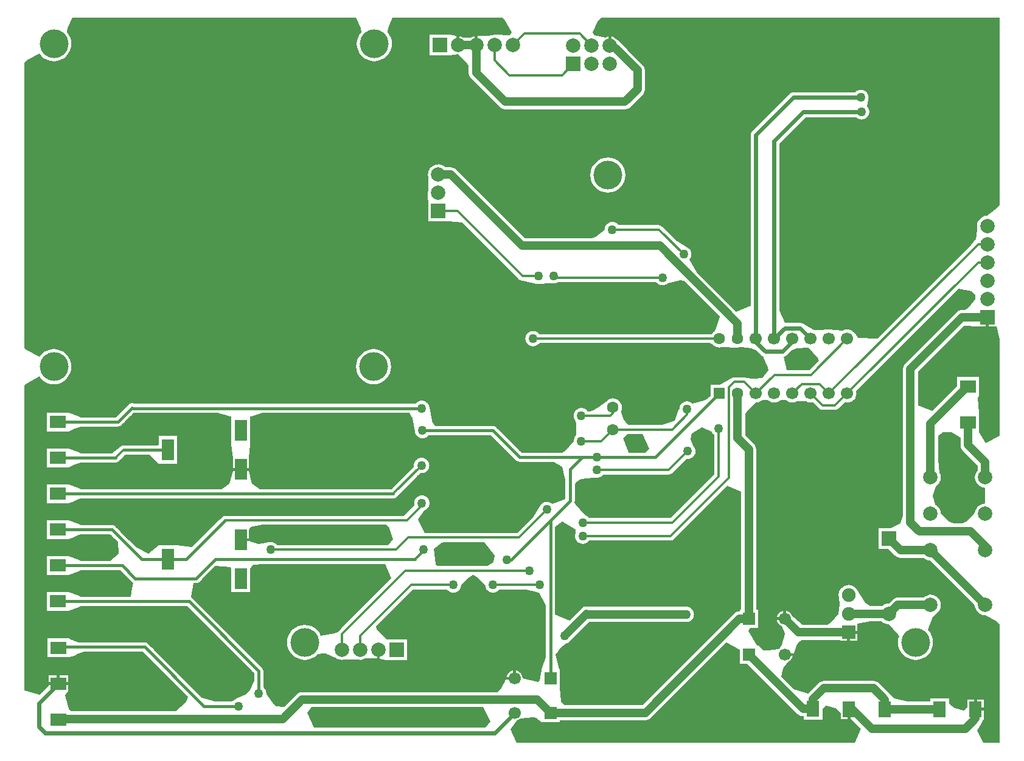
<source format=gbl>
%FSLAX25Y25*%
%MOIN*%
G70*
G01*
G75*
G04 Layer_Physical_Order=2*
G04 Layer_Color=16711680*
%ADD10R,0.03937X0.07087*%
%ADD11R,0.03740X0.07480*%
%ADD12R,0.21654X0.27165*%
%ADD13R,0.07087X0.03937*%
%ADD14R,0.07087X0.04331*%
%ADD15R,0.06693X0.04331*%
%ADD16R,0.03937X0.05906*%
%ADD17R,0.08858X0.03937*%
%ADD18O,0.02150X0.05315*%
%ADD19O,0.05315X0.02150*%
%ADD20R,0.43307X0.35433*%
%ADD21O,0.05906X0.17716*%
%ADD22O,0.05906X0.17716*%
%ADD23R,0.05906X0.07087*%
%ADD24R,0.04331X0.06693*%
%ADD25C,0.01378*%
%ADD26C,0.02362*%
%ADD27C,0.04724*%
%ADD28C,0.03150*%
%ADD29C,0.01969*%
%ADD30C,0.01575*%
%ADD31C,0.01841*%
%ADD32C,0.03937*%
%ADD33C,0.03347*%
%ADD34C,0.03307*%
%ADD35R,0.03937X0.04055*%
%ADD36R,0.03937X1.04331*%
%ADD37R,0.33858X0.03543*%
%ADD38R,0.57818X0.04725*%
%ADD39R,0.50394X0.04906*%
%ADD40C,0.15748*%
%ADD41R,0.07874X0.07874*%
%ADD42C,0.07874*%
%ADD43C,0.06693*%
%ADD44R,0.06693X0.06693*%
%ADD45R,0.07087X0.08661*%
%ADD46R,0.08661X0.07087*%
%ADD47R,0.07874X0.07874*%
%ADD48R,0.07480X0.07480*%
%ADD49C,0.07480*%
%ADD50C,0.06299*%
%ADD51R,0.06299X0.06299*%
%ADD52R,0.06693X0.11811*%
%ADD53C,0.05906*%
%ADD54C,0.05000*%
G36*
X392760Y137639D02*
Y73150D01*
X391811D01*
Y72200D01*
X391793D01*
X390734Y72061D01*
X389748Y71652D01*
X388901Y71002D01*
X388901Y71002D01*
X338524Y20625D01*
X295727D01*
X293809Y22760D01*
X293228Y30394D01*
X293228D01*
Y39734D01*
X293228Y39734D01*
X293228D01*
Y40472D01*
X293165Y40479D01*
X293104Y40485D01*
X291121Y48444D01*
X292160Y50176D01*
X294114Y52405D01*
X296481Y54252D01*
X296988Y54576D01*
X296988Y54576D01*
X297694Y54869D01*
X297694Y54869D01*
X297931Y54967D01*
X297931Y54967D01*
X298007Y54999D01*
X298007D01*
X298007Y54999D01*
X298164Y55119D01*
X298164Y55119D01*
X298466Y55351D01*
X298466Y55351D01*
X298818Y55621D01*
X298818Y55621D01*
X298883Y55671D01*
X298883D01*
X300063Y57047D01*
X300065Y57049D01*
X300065Y57049D01*
X305632Y62617D01*
X309398Y66382D01*
X358170D01*
X358170D01*
X360789Y66382D01*
X360789D01*
X360789Y66382D01*
X361276Y66382D01*
X361277D01*
X361282D01*
X361290D01*
X361297D01*
X361307D01*
X361319D01*
X361327D01*
X361404Y66382D01*
X361404Y66382D01*
X361421D01*
X361421D01*
X361423Y66382D01*
X361423D01*
X361423D01*
X361423D01*
X361424D01*
X361424D01*
X361425D01*
X361425D01*
X361428D01*
X361428Y66382D01*
X361509Y66382D01*
X361511D01*
X361519D01*
X361519D01*
X361520D01*
X361522D01*
X361523D01*
X361525D01*
X361527D01*
X361529D01*
X361543D01*
X361543Y66382D01*
X361543D01*
X361562Y66380D01*
X361563Y66380D01*
X361563Y66380D01*
X361564Y66380D01*
X361566Y66379D01*
X361566Y66379D01*
X361567Y66379D01*
X361567Y66379D01*
X361572Y66378D01*
X361572Y66378D01*
X361573Y66378D01*
X361573Y66378D01*
X361573D01*
X361573D01*
X361573Y66378D01*
X361573Y66378D01*
X361573D01*
X361573D01*
X361574Y66378D01*
X361574D01*
X361577Y66378D01*
X361577Y66378D01*
X361577D01*
X361577Y66378D01*
X361577Y66378D01*
X361577Y66378D01*
X361577D01*
X361577Y66378D01*
X361578Y66378D01*
X361578Y66378D01*
X361583Y66377D01*
X361583Y66377D01*
X361583D01*
X361584Y66377D01*
X361584Y66377D01*
X361584Y66377D01*
X361584Y66377D01*
X361585Y66377D01*
X361586Y66377D01*
X361586D01*
X361586D01*
X361586Y66377D01*
X361586Y66377D01*
X361763Y66353D01*
X361791Y66350D01*
X361798Y66349D01*
X361800Y66348D01*
X361807Y66348D01*
X361834Y66344D01*
X361838Y66343D01*
X361841Y66343D01*
X361847Y66342D01*
X361900Y66335D01*
X361900D01*
X361928Y66332D01*
X361934Y66331D01*
X361934Y66331D01*
X361935Y66331D01*
X361940Y66330D01*
X361941Y66330D01*
X361941Y66330D01*
X361942Y66330D01*
X361950Y66329D01*
X361950D01*
X361980Y66325D01*
X361984Y66324D01*
X361992Y66323D01*
X361992Y66323D01*
X361993Y66323D01*
X361998Y66322D01*
X361999Y66322D01*
X362000Y66322D01*
X362001Y66322D01*
X362011Y66321D01*
D01*
X362017Y66320D01*
X362017Y66320D01*
X362018Y66320D01*
X362018Y66320D01*
X362019Y66320D01*
X362019Y66320D01*
X362020Y66320D01*
X362020Y66320D01*
X362020Y66320D01*
X362022Y66319D01*
X362022D01*
X362066Y66313D01*
X362089Y66310D01*
X362101Y66309D01*
X362101Y66309D01*
X362104Y66308D01*
X362114Y66307D01*
X362116Y66307D01*
X362117Y66307D01*
X362119Y66307D01*
X362140Y66304D01*
X362140Y66304D01*
X362309Y66281D01*
X362326Y66279D01*
X362327Y66279D01*
X362332Y66278D01*
X362358Y66275D01*
X362360Y66275D01*
X362363Y66274D01*
X362368Y66274D01*
X362421Y66267D01*
X362421D01*
X362428Y66266D01*
X362429Y66266D01*
X362429Y66266D01*
X362430Y66266D01*
X362431Y66265D01*
X362431Y66265D01*
X362431Y66265D01*
X362431Y66265D01*
X362434Y66265D01*
D01*
X362466Y66261D01*
X362468Y66260D01*
X362468Y66260D01*
X362469Y66260D01*
X362474Y66260D01*
X362475Y66260D01*
X362475Y66259D01*
X362476Y66259D01*
X362486Y66258D01*
Y66258D01*
X362491Y66258D01*
X362491Y66257D01*
X362491Y66257D01*
X362491Y66257D01*
X362492Y66257D01*
X362492Y66257D01*
X362492Y66257D01*
X362492Y66257D01*
X362494Y66257D01*
X362494D01*
X362560Y66248D01*
X362562Y66248D01*
X362563Y66248D01*
X362564Y66248D01*
X362574Y66246D01*
X362575Y66246D01*
X362576Y66246D01*
X362578Y66246D01*
X362598Y66243D01*
X362598Y66243D01*
X362606Y66244D01*
X362614Y66245D01*
X362615Y66246D01*
X362616Y66246D01*
X362616Y66246D01*
X362617Y66246D01*
X362617Y66246D01*
X362617Y66246D01*
X362621Y66246D01*
X362621D01*
X362621Y66246D01*
X362632Y66248D01*
X362644Y66249D01*
X362645Y66250D01*
X362647Y66250D01*
X362648Y66250D01*
X362648Y66250D01*
X362649Y66250D01*
X362649Y66250D01*
X362654Y66251D01*
X362654D01*
X362655Y66251D01*
X362656Y66251D01*
X362656Y66251D01*
X362656Y66251D01*
X362656D01*
X362656D01*
X362656Y66251D01*
X362656D01*
X362657Y66251D01*
X362657D01*
X362660Y66251D01*
X362663Y66252D01*
X362663Y66252D01*
X362664Y66252D01*
X362664Y66252D01*
X362664Y66252D01*
X362664Y66252D01*
X362664Y66252D01*
X362666Y66252D01*
X362666Y66252D01*
X362670Y66253D01*
X362676Y66254D01*
X362676Y66254D01*
X362677Y66254D01*
X362678Y66254D01*
X362678Y66254D01*
X362678Y66254D01*
X362678Y66254D01*
X362680Y66254D01*
X362680Y66254D01*
D01*
X362681Y66254D01*
X362863Y66278D01*
X362890Y66282D01*
X362897Y66283D01*
X362917Y66285D01*
X362920Y66286D01*
X362924Y66286D01*
X362927Y66286D01*
X362932Y66287D01*
X362983Y66294D01*
X362983Y66294D01*
X362985Y66294D01*
X362985D01*
X362985Y66294D01*
X362985Y66294D01*
X362985D01*
X362985Y66294D01*
X362985D01*
X362985Y66294D01*
X362986Y66294D01*
X362986D01*
X363019Y66299D01*
X363020Y66299D01*
X363021Y66299D01*
X363024Y66299D01*
X363025Y66299D01*
X363026Y66300D01*
X363026Y66300D01*
X363027Y66300D01*
X363035Y66301D01*
Y66301D01*
X363092Y66308D01*
X363093Y66308D01*
X363095Y66309D01*
X363101Y66309D01*
X363102Y66310D01*
X363103Y66310D01*
X363104Y66310D01*
X363105Y66310D01*
X363120Y66312D01*
X363120Y66312D01*
X363123Y66312D01*
X363253Y66329D01*
X363327Y66339D01*
X363331Y66340D01*
X363339Y66341D01*
X363360Y66344D01*
X363362Y66344D01*
X363365Y66344D01*
X363369Y66345D01*
X363374Y66346D01*
X363432Y66353D01*
X363432Y66353D01*
X363471Y66358D01*
X363480Y66359D01*
X363481Y66360D01*
X363483Y66360D01*
X363488Y66360D01*
X363489Y66360D01*
X363490Y66361D01*
X363490Y66361D01*
X363492Y66361D01*
X363506Y66363D01*
X363506D01*
X363506D01*
X363506D01*
D01*
X363506Y66363D01*
D01*
X363544Y66368D01*
X363550Y66369D01*
X363551Y66369D01*
X363553Y66369D01*
X363557Y66370D01*
X363558Y66370D01*
X363559Y66370D01*
X363559Y66370D01*
X363560Y66370D01*
X363574Y66372D01*
D01*
X363646Y66381D01*
X363652Y66382D01*
X363653Y66382D01*
X363656Y66383D01*
X363664Y66384D01*
X363665Y66384D01*
X363666Y66384D01*
X363667Y66384D01*
X363669Y66384D01*
X363693Y66387D01*
X363693Y66387D01*
X363699Y66390D01*
X363707Y66393D01*
X363708Y66394D01*
X363708Y66394D01*
X363710Y66394D01*
X363714Y66396D01*
X363714D01*
X363714Y66396D01*
X363722Y66399D01*
X363731Y66403D01*
X363733Y66404D01*
X363733Y66404D01*
X363735Y66405D01*
X363740Y66407D01*
X363740Y66407D01*
X363743Y66408D01*
X363747Y66410D01*
X363748Y66410D01*
X363748Y66410D01*
X363749Y66410D01*
X363751Y66411D01*
X363751Y66411D01*
X363752Y66412D01*
X363754Y66413D01*
X363754Y66413D01*
X363754Y66413D01*
X363754Y66413D01*
X363755Y66413D01*
X363755Y66413D01*
X363759Y66415D01*
X363765Y66417D01*
X363765Y66417D01*
X363766Y66417D01*
X363767Y66418D01*
X363769Y66419D01*
X363769Y66419D01*
X363770D01*
X363920Y66481D01*
X363951Y66494D01*
X363964Y66500D01*
X363968Y66501D01*
X363985Y66508D01*
X364043Y66532D01*
X364043D01*
X364064Y66541D01*
X364065Y66542D01*
X364066Y66542D01*
X364068Y66543D01*
X364074Y66545D01*
X364074Y66545D01*
X364088Y66551D01*
X364089Y66552D01*
X364089Y66552D01*
X364091Y66552D01*
X364095Y66554D01*
Y66554D01*
X364151Y66577D01*
X364155Y66579D01*
X364156Y66579D01*
X364161Y66581D01*
X364179Y66589D01*
X364179Y66589D01*
X364207Y66600D01*
X364207Y66600D01*
X364235Y66612D01*
X364239Y66613D01*
X364240Y66614D01*
X364245Y66616D01*
X364264Y66624D01*
X364264D01*
X364270Y66627D01*
X364286Y66633D01*
X364302Y66640D01*
X364304Y66641D01*
X364305Y66641D01*
X364309Y66642D01*
X364321Y66648D01*
X364321Y66648D01*
X364326Y66650D01*
X364328Y66650D01*
X364333Y66652D01*
X364333Y66653D01*
X364334Y66653D01*
X364335Y66653D01*
X364338Y66655D01*
X364338D01*
X364342Y66656D01*
X364342Y66656D01*
X364346Y66658D01*
X364346Y66658D01*
X364346Y66658D01*
X364347Y66658D01*
X364349Y66659D01*
X364349D01*
X364368Y66667D01*
X364380Y66672D01*
X364381Y66672D01*
X364382Y66673D01*
X364385Y66674D01*
X364395Y66678D01*
X364395Y66678D01*
X364482Y66714D01*
X364508Y66725D01*
X364515Y66728D01*
X364516Y66729D01*
X364527Y66733D01*
X364567Y66750D01*
D01*
X364585Y66757D01*
X364590Y66759D01*
X364591Y66759D01*
X364591Y66760D01*
X364594Y66760D01*
X364602Y66764D01*
Y66764D01*
X364615Y66769D01*
X364618Y66770D01*
X364619Y66771D01*
X364619Y66771D01*
X364621Y66772D01*
X364627Y66774D01*
Y66774D01*
X364675Y66794D01*
X364683Y66797D01*
X364686Y66799D01*
X364687Y66799D01*
X364697Y66803D01*
X364713Y66810D01*
Y66810D01*
X364713Y66810D01*
X364713Y66810D01*
X364719Y66815D01*
X364724Y66819D01*
X364726Y66820D01*
X364727Y66821D01*
X364731Y66824D01*
D01*
X364743Y66833D01*
X364745Y66834D01*
X364747Y66836D01*
X364749Y66837D01*
X364753Y66841D01*
X364753Y66841D01*
X364757Y66844D01*
X364758Y66844D01*
X364758Y66845D01*
X364759Y66845D01*
X364760Y66846D01*
D01*
X364770Y66854D01*
X364772Y66855D01*
X364774Y66856D01*
X364775Y66857D01*
X364779Y66860D01*
D01*
X364779Y66860D01*
D01*
X364897Y66951D01*
X364913Y66964D01*
X364932Y66978D01*
X364949Y66991D01*
X364994Y67026D01*
D01*
X365010Y67038D01*
X365015Y67041D01*
X365017Y67043D01*
X365020Y67045D01*
X365027Y67051D01*
Y67051D01*
X365084Y67095D01*
X365091Y67100D01*
X365100Y67107D01*
X365108Y67113D01*
X365130Y67130D01*
D01*
X365130Y67130D01*
X365258Y67228D01*
X365290Y67253D01*
X365303Y67263D01*
X365328Y67282D01*
X365350Y67299D01*
X365414Y67348D01*
Y67348D01*
X365523Y67431D01*
X365534Y67440D01*
X365548Y67451D01*
X365589Y67482D01*
Y67482D01*
X365589Y67482D01*
X365593Y67488D01*
X365598Y67494D01*
X365600Y67497D01*
X365602Y67500D01*
Y67500D01*
X365603Y67500D01*
X365609Y67509D01*
X365617Y67519D01*
X365620Y67523D01*
X365623Y67527D01*
Y67527D01*
X365623Y67527D01*
X365628Y67534D01*
X365634Y67541D01*
X365637Y67544D01*
X365639Y67548D01*
Y67548D01*
D01*
X365639Y67548D01*
D01*
X365639Y67548D01*
X365737Y67675D01*
X365766Y67713D01*
X365793Y67748D01*
X365824Y67789D01*
Y67789D01*
X365881Y67863D01*
X365882Y67864D01*
X365895Y67880D01*
X365909Y67899D01*
D01*
Y67899D01*
X365978Y67989D01*
X366035Y68064D01*
X366037Y68066D01*
X366066Y68104D01*
X366101Y68149D01*
D01*
X366129Y68186D01*
X366135Y68194D01*
X366136Y68195D01*
X366144Y68205D01*
X366154Y68218D01*
D01*
X366218Y68302D01*
X366224Y68309D01*
X366224Y68310D01*
X366241Y68332D01*
X366261Y68358D01*
Y68358D01*
X366261Y68358D01*
X366261Y68358D01*
X366264Y68364D01*
X366267Y68372D01*
X366267Y68373D01*
X366267Y68374D01*
X366268Y68375D01*
X366269Y68379D01*
D01*
X366269Y68379D01*
X366273Y68387D01*
X366277Y68396D01*
X366277Y68397D01*
X366278Y68398D01*
X366278Y68400D01*
X366280Y68405D01*
D01*
Y68405D01*
X366282Y68408D01*
X366283Y68412D01*
X366284Y68413D01*
X366284Y68413D01*
X366284Y68414D01*
X366285Y68416D01*
D01*
X366285Y68416D01*
X366287Y68422D01*
X366290Y68428D01*
X366290Y68429D01*
X366291Y68430D01*
X366291Y68431D01*
X366293Y68434D01*
Y68434D01*
D01*
Y68434D01*
D01*
X366293Y68434D01*
X366346Y68563D01*
X366365Y68608D01*
X366370Y68621D01*
X366373Y68629D01*
X366382Y68649D01*
X366402Y68698D01*
D01*
X366413Y68725D01*
X366414Y68727D01*
X366414Y68729D01*
X366416Y68732D01*
X366419Y68739D01*
Y68739D01*
X366436Y68781D01*
X366447Y68808D01*
X366449Y68813D01*
X366451Y68816D01*
X366454Y68824D01*
X366462Y68844D01*
D01*
X366462Y68844D01*
X366485Y68900D01*
X366494Y68921D01*
X366497Y68927D01*
X366498Y68931D01*
X366502Y68940D01*
X366512Y68963D01*
X366512D01*
X366515Y68972D01*
X366516Y68975D01*
X366517Y68976D01*
X366517Y68976D01*
X366518Y68977D01*
X366519Y68981D01*
X366519D01*
X366524Y68992D01*
X366525Y68995D01*
X366526Y68997D01*
X366526Y68997D01*
X366527Y68999D01*
X366528Y69003D01*
Y69003D01*
X366540Y69033D01*
X366543Y69040D01*
X366545Y69043D01*
X366545Y69044D01*
X366547Y69049D01*
X366552Y69060D01*
D01*
X366552Y69060D01*
X366601Y69179D01*
X366605Y69189D01*
X366610Y69199D01*
X366612Y69205D01*
X366618Y69221D01*
X366635Y69261D01*
D01*
X366643Y69279D01*
X366643Y69280D01*
X366644Y69282D01*
X366644Y69283D01*
X366645Y69285D01*
X366648Y69291D01*
X366648Y69291D01*
X366670Y69345D01*
X366670Y69346D01*
X366672Y69351D01*
X366673Y69353D01*
X366676Y69360D01*
X366683Y69378D01*
D01*
Y69378D01*
X366683D01*
X366690Y69426D01*
X366694Y69460D01*
X366701Y69508D01*
X366704Y69538D01*
X366707Y69559D01*
X366708Y69564D01*
X366712Y69595D01*
X366718Y69643D01*
X366719Y69646D01*
X366721Y69662D01*
X366721Y69664D01*
X366722Y69674D01*
X366724Y69683D01*
X366724Y69687D01*
X366724Y69688D01*
X366725Y69696D01*
X366727Y69708D01*
X366727Y69711D01*
X366729Y69723D01*
X366729Y69725D01*
X366730Y69732D01*
X366731Y69739D01*
X366731Y69742D01*
X366732Y69743D01*
X366732Y69749D01*
X366734Y69758D01*
X366735Y69767D01*
X366740Y69810D01*
X366744Y69840D01*
X366748Y69870D01*
X366749Y69874D01*
X366749Y69877D01*
X366752Y69898D01*
X366756Y69930D01*
X366762Y69972D01*
X366766Y70003D01*
X366772Y70048D01*
X366778Y70098D01*
X366779Y70101D01*
X366783Y70131D01*
X366789Y70180D01*
X366790Y70186D01*
X366793Y70211D01*
X366795Y70228D01*
X366798Y70250D01*
X366798Y70251D01*
X366800Y70264D01*
X366803Y70285D01*
X366803Y70285D01*
X366803Y70287D01*
X366803Y70289D01*
X366804Y70291D01*
X366804Y70291D01*
X366804Y70292D01*
X366804Y70294D01*
X366810Y70342D01*
X366811Y70344D01*
X366815Y70375D01*
X366820Y70415D01*
X366823Y70436D01*
X366828Y70472D01*
Y70472D01*
Y70473D01*
X366823Y70509D01*
X366820Y70530D01*
X366815Y70570D01*
X366812Y70594D01*
X366810Y70603D01*
X366804Y70651D01*
X366804Y70653D01*
X366804Y70654D01*
X366804Y70654D01*
X366803Y70656D01*
X366803Y70657D01*
X366803Y70658D01*
X366803Y70660D01*
X366800Y70680D01*
X366798Y70693D01*
X366798Y70693D01*
X366796Y70714D01*
X366793Y70733D01*
X366792Y70745D01*
X366790Y70761D01*
X366788Y70776D01*
X366785Y70796D01*
X366785Y70797D01*
X366782Y70819D01*
X366779Y70839D01*
X366777Y70852D01*
X366775Y70869D01*
X366771Y70904D01*
X366769Y70914D01*
X366769Y70918D01*
X366769Y70918D01*
X366765Y70946D01*
X366762Y70972D01*
X366759Y70991D01*
X366756Y71015D01*
X366752Y71047D01*
X366749Y71068D01*
X366749Y71071D01*
X366748Y71075D01*
X366744Y71105D01*
X366741Y71128D01*
X366740Y71138D01*
X366734Y71187D01*
X366732Y71196D01*
X366732Y71202D01*
X366731Y71203D01*
X366731Y71206D01*
X366730Y71213D01*
X366729Y71220D01*
X366729Y71222D01*
X366727Y71237D01*
X366725Y71248D01*
X366724Y71255D01*
X366724Y71256D01*
X366724Y71261D01*
X366723Y71268D01*
X366721Y71280D01*
X366720Y71288D01*
X366719Y71299D01*
X366717Y71312D01*
X366715Y71331D01*
X366714Y71333D01*
X366713Y71342D01*
X366711Y71355D01*
X366709Y71375D01*
X366707Y71389D01*
X366704Y71408D01*
X366700Y71443D01*
X366698Y71455D01*
X366698Y71458D01*
X366695Y71475D01*
X366694Y71488D01*
X366690Y71517D01*
X366687Y71539D01*
X366683Y71567D01*
Y71567D01*
D01*
Y71567D01*
X366676Y71586D01*
X366673Y71592D01*
X366672Y71594D01*
X366670Y71599D01*
X366670Y71600D01*
X366648Y71653D01*
X366648Y71653D01*
X366645Y71660D01*
X366644Y71662D01*
X366644Y71663D01*
X366643Y71664D01*
X366643Y71666D01*
X366635Y71684D01*
D01*
X366617Y71726D01*
X366612Y71740D01*
X366610Y71746D01*
X366605Y71756D01*
X366601Y71766D01*
X366552Y71885D01*
X366552Y71885D01*
X366552Y71885D01*
X366547Y71897D01*
X366545Y71900D01*
X366545Y71902D01*
X366543Y71905D01*
X366540Y71912D01*
X366528Y71942D01*
Y71942D01*
X366526Y71946D01*
X366526Y71948D01*
X366526Y71948D01*
X366525Y71949D01*
X366524Y71953D01*
X366519Y71964D01*
X366519D01*
X366517Y71968D01*
X366517Y71969D01*
X366517Y71969D01*
X366516Y71970D01*
X366515Y71973D01*
X366512Y71982D01*
X366512Y71982D01*
X366501Y72006D01*
X366498Y72014D01*
X366497Y72018D01*
X366494Y72024D01*
X366485Y72045D01*
X366462Y72101D01*
X366462Y72101D01*
Y72101D01*
X366454Y72122D01*
X366451Y72129D01*
X366449Y72132D01*
X366447Y72137D01*
X366437Y72161D01*
X366419Y72205D01*
Y72205D01*
X366416Y72214D01*
X366414Y72216D01*
X366414Y72218D01*
X366413Y72220D01*
X366402Y72247D01*
Y72247D01*
X366381Y72298D01*
X366373Y72315D01*
X366370Y72324D01*
X366365Y72337D01*
X366348Y72378D01*
X366293Y72511D01*
D01*
Y72511D01*
Y72511D01*
Y72511D01*
X366291Y72514D01*
X366291Y72515D01*
X366290Y72516D01*
X366290Y72517D01*
X366287Y72523D01*
X366285Y72529D01*
X366285Y72529D01*
Y72529D01*
X366284Y72531D01*
X366284Y72532D01*
X366284Y72532D01*
X366283Y72533D01*
X366282Y72537D01*
X366280Y72540D01*
Y72540D01*
Y72540D01*
X366278Y72545D01*
X366278Y72547D01*
X366277Y72548D01*
X366277Y72549D01*
X366273Y72558D01*
X366269Y72566D01*
X366269Y72566D01*
Y72566D01*
X366268Y72570D01*
X366267Y72571D01*
X366267Y72572D01*
X366267Y72573D01*
X366264Y72580D01*
X366261Y72587D01*
X366261Y72587D01*
X366261Y72587D01*
D01*
X366237Y72619D01*
X366223Y72636D01*
X366222Y72637D01*
X366217Y72644D01*
X366150Y72731D01*
Y72731D01*
X366140Y72745D01*
X366134Y72753D01*
X366133Y72753D01*
X366127Y72761D01*
X366101Y72796D01*
D01*
X366060Y72849D01*
X366037Y72879D01*
X366035Y72881D01*
X365978Y72956D01*
X365909Y73046D01*
Y73046D01*
Y73046D01*
X365893Y73067D01*
X365883Y73080D01*
X365882Y73081D01*
X365828Y73151D01*
Y73151D01*
X365791Y73200D01*
X365768Y73229D01*
X365739Y73267D01*
X365639Y73397D01*
X365639D01*
Y73397D01*
D01*
X365636Y73401D01*
X365635Y73403D01*
X365629Y73411D01*
X365624Y73417D01*
X365624Y73417D01*
Y73417D01*
X365620Y73422D01*
X365617Y73426D01*
X365609Y73436D01*
X365602Y73445D01*
X365602Y73445D01*
Y73445D01*
X365600Y73448D01*
X365598Y73450D01*
X365593Y73457D01*
X365589Y73463D01*
X365589Y73463D01*
Y73463D01*
X365589Y73463D01*
X365562Y73483D01*
X365553Y73491D01*
X365545Y73496D01*
X365473Y73551D01*
D01*
X365460Y73562D01*
X365455Y73566D01*
X365450Y73569D01*
X365414Y73597D01*
Y73597D01*
X365351Y73645D01*
X365328Y73663D01*
X365303Y73682D01*
X365290Y73692D01*
X365258Y73716D01*
X365130Y73815D01*
X365130Y73815D01*
D01*
X365112Y73828D01*
X365106Y73834D01*
X365098Y73839D01*
X365093Y73843D01*
X365046Y73879D01*
D01*
X365035Y73888D01*
X365031Y73891D01*
X365026Y73894D01*
X365020Y73899D01*
X364994Y73919D01*
X364994Y73919D01*
X364950Y73953D01*
X364932Y73967D01*
X364913Y73981D01*
X364897Y73994D01*
X364779Y74085D01*
Y74085D01*
X364776Y74087D01*
X364774Y74088D01*
X364773Y74089D01*
X364772Y74090D01*
X364764Y74096D01*
Y74096D01*
X364761Y74098D01*
X364761Y74098D01*
X364760Y74099D01*
X364759Y74100D01*
X364753Y74104D01*
X364753Y74104D01*
X364749Y74107D01*
X364747Y74109D01*
X364745Y74110D01*
X364743Y74112D01*
X364731Y74121D01*
D01*
X364727Y74124D01*
X364726Y74125D01*
X364724Y74126D01*
X364719Y74130D01*
X364713Y74135D01*
X364713Y74135D01*
X364696Y74142D01*
X364692Y74144D01*
X364691Y74144D01*
X364688Y74145D01*
X364682Y74148D01*
X364642Y74164D01*
Y74164D01*
X364639Y74166D01*
X364638Y74166D01*
X364637Y74166D01*
X364637Y74167D01*
X364635Y74167D01*
X364627Y74171D01*
X364627Y74171D01*
X364621Y74173D01*
X364619Y74174D01*
X364619Y74174D01*
X364618Y74174D01*
X364615Y74176D01*
X364602Y74181D01*
X364602Y74181D01*
X364594Y74185D01*
X364591Y74185D01*
X364591Y74186D01*
X364590Y74186D01*
X364585Y74188D01*
X364567Y74195D01*
X364567Y74195D01*
X364527Y74212D01*
X364516Y74216D01*
X364515Y74217D01*
X364508Y74220D01*
X364482Y74230D01*
X364395Y74267D01*
X364395Y74267D01*
X364385Y74271D01*
X364382Y74272D01*
X364381Y74272D01*
X364380Y74273D01*
X364368Y74278D01*
X364349Y74286D01*
X364349D01*
X364347Y74287D01*
X364346Y74287D01*
X364346Y74287D01*
X364346Y74287D01*
X364342Y74288D01*
X364338Y74290D01*
X364338D01*
X364335Y74292D01*
X364334Y74292D01*
X364333Y74292D01*
X364333Y74292D01*
X364328Y74295D01*
X364327Y74295D01*
X364321Y74297D01*
X364321Y74297D01*
X364309Y74303D01*
X364305Y74304D01*
X364304Y74304D01*
X364302Y74305D01*
X364285Y74312D01*
X364283Y74313D01*
X364274Y74317D01*
X364264Y74321D01*
X364264D01*
X364245Y74329D01*
X364240Y74331D01*
X364239Y74331D01*
X364235Y74333D01*
X364211Y74343D01*
X364179Y74356D01*
X364179Y74356D01*
X364161Y74364D01*
X364156Y74366D01*
X364155Y74366D01*
X364151Y74368D01*
X364095Y74391D01*
X364095Y74391D01*
X364091Y74393D01*
X364089Y74393D01*
X364089Y74393D01*
X364088Y74394D01*
X364074Y74399D01*
X364074Y74399D01*
X364068Y74402D01*
X364066Y74403D01*
X364065Y74403D01*
X364064Y74404D01*
X364043Y74413D01*
X364043Y74413D01*
X363985Y74436D01*
X363968Y74444D01*
X363964Y74445D01*
X363950Y74451D01*
X363940Y74455D01*
X363769Y74526D01*
D01*
X363769Y74526D01*
X363767Y74527D01*
X363766Y74527D01*
X363765Y74528D01*
X363765Y74528D01*
X363759Y74530D01*
X363755Y74532D01*
X363755Y74532D01*
X363754Y74532D01*
X363754Y74532D01*
X363754Y74532D01*
X363754Y74532D01*
X363752Y74533D01*
X363751Y74533D01*
X363751Y74533D01*
X363749Y74534D01*
X363748Y74535D01*
X363748Y74535D01*
X363747Y74535D01*
X363743Y74537D01*
X363740Y74538D01*
X363740Y74538D01*
X363735Y74540D01*
X363733Y74541D01*
X363733Y74541D01*
X363731Y74542D01*
X363722Y74546D01*
X363714Y74549D01*
X363714Y74549D01*
X363710Y74551D01*
X363708Y74551D01*
X363708Y74551D01*
X363707Y74552D01*
X363700Y74555D01*
X363693Y74557D01*
X363693Y74558D01*
X363669Y74561D01*
X363667Y74561D01*
X363666Y74561D01*
X363665Y74561D01*
X363664Y74561D01*
X363661Y74562D01*
X363654Y74563D01*
X363653Y74563D01*
X363653Y74563D01*
X363652Y74563D01*
X363645Y74564D01*
X363574Y74573D01*
X363574Y74573D01*
X363560Y74575D01*
X363559Y74575D01*
X363559Y74575D01*
X363558Y74575D01*
X363557Y74575D01*
X363556Y74576D01*
X363552Y74576D01*
X363551Y74576D01*
X363551D01*
X363550Y74576D01*
X363544Y74577D01*
X363506Y74582D01*
X363506Y74582D01*
X363506D01*
D01*
X363506D01*
X363506D01*
D01*
X363492Y74584D01*
X363490Y74584D01*
X363490Y74584D01*
X363489Y74584D01*
X363488Y74584D01*
X363486Y74585D01*
X363482Y74585D01*
X363481Y74585D01*
X363481Y74585D01*
X363480Y74585D01*
X363471Y74587D01*
X363432Y74592D01*
D01*
X363374Y74599D01*
X363369Y74600D01*
X363365Y74601D01*
X363362Y74601D01*
X363360Y74601D01*
X363352Y74602D01*
X363335Y74605D01*
X363331Y74605D01*
X363327Y74606D01*
X363251Y74616D01*
X363120Y74633D01*
X363120Y74633D01*
X363105Y74635D01*
X363104Y74635D01*
X363103Y74635D01*
X363102Y74635D01*
X363101Y74635D01*
X363099Y74636D01*
X363094Y74636D01*
X363093Y74636D01*
X363092Y74637D01*
X363035Y74644D01*
X363035Y74644D01*
X363027Y74645D01*
X363026Y74645D01*
X363026Y74645D01*
X363025Y74645D01*
X363024Y74646D01*
X363023Y74646D01*
X363021Y74646D01*
X363020Y74646D01*
X363019Y74646D01*
X362986Y74651D01*
X362986Y74651D01*
X362985Y74651D01*
X362985Y74651D01*
X362985D01*
X362985Y74651D01*
X362985D01*
X362985Y74651D01*
X362985Y74651D01*
X362985Y74651D01*
X362985D01*
X362983Y74651D01*
X362983Y74651D01*
X362932Y74658D01*
X362927Y74658D01*
X362924Y74659D01*
X362920Y74659D01*
X362917Y74660D01*
X362910Y74661D01*
X362894Y74663D01*
X362889Y74663D01*
X362861Y74667D01*
X362681Y74691D01*
X362680Y74691D01*
X362678Y74691D01*
X362678Y74691D01*
X362678Y74691D01*
X362678Y74691D01*
X362677Y74691D01*
X362677Y74691D01*
X362676Y74691D01*
X362676Y74691D01*
X362670Y74692D01*
X362666Y74693D01*
X362666Y74693D01*
X362664Y74693D01*
X362664Y74693D01*
X362664Y74693D01*
X362664Y74693D01*
X362664Y74693D01*
X362664Y74693D01*
X362663Y74693D01*
X362663Y74693D01*
X362660Y74694D01*
X362657Y74694D01*
X362657Y74694D01*
X362656Y74694D01*
X362656D01*
X362656Y74694D01*
X362656D01*
X362656D01*
X362656Y74694D01*
X362656Y74694D01*
X362656D01*
X362655Y74694D01*
X362654Y74694D01*
X362654Y74694D01*
X362649Y74695D01*
X362649Y74695D01*
X362648Y74695D01*
X362648Y74695D01*
X362647Y74695D01*
X362647Y74695D01*
X362645Y74695D01*
X362644Y74695D01*
X362632Y74697D01*
X362621Y74699D01*
X362621D01*
X362617Y74699D01*
X362617Y74699D01*
X362617Y74699D01*
X362616Y74699D01*
X362616Y74699D01*
X362616Y74699D01*
X362614Y74699D01*
X362614Y74699D01*
X362606Y74701D01*
X362598Y74701D01*
X362598Y74702D01*
X362579Y74699D01*
X362578Y74699D01*
X362577Y74699D01*
X362575Y74699D01*
X362575Y74699D01*
X362570Y74698D01*
X362569Y74698D01*
X362564Y74697D01*
X362563Y74697D01*
X362503Y74689D01*
X362503D01*
X362493Y74688D01*
X362493Y74688D01*
X362492Y74688D01*
X362491Y74687D01*
X362491Y74687D01*
X362488Y74687D01*
X362488Y74687D01*
X362486Y74687D01*
X362485Y74687D01*
X362484Y74686D01*
X362454Y74683D01*
X362454D01*
X362450Y74682D01*
X362450Y74682D01*
X362450Y74682D01*
X362449Y74682D01*
X362449Y74682D01*
X362448Y74682D01*
X362447Y74682D01*
X362447Y74682D01*
X362446Y74682D01*
X362434Y74680D01*
X362434D01*
X362431Y74679D01*
X362431Y74679D01*
X362431Y74679D01*
X362431Y74679D01*
X362431D01*
X362430Y74679D01*
X362429Y74679D01*
X362429Y74679D01*
X362428Y74679D01*
X362421Y74678D01*
X362421D01*
X362368Y74671D01*
X362363Y74671D01*
X362360Y74670D01*
X362355Y74670D01*
X362354Y74669D01*
X362337Y74667D01*
X362323Y74665D01*
X362317Y74664D01*
X362309Y74663D01*
X362140Y74641D01*
X362140Y74641D01*
X362121Y74639D01*
X362119Y74638D01*
X362118Y74638D01*
X362116Y74638D01*
X362115Y74638D01*
X362109Y74637D01*
X362108Y74637D01*
X362103Y74636D01*
X362101Y74636D01*
X362093Y74635D01*
X362072Y74632D01*
X362032Y74627D01*
X362032Y74627D01*
X362021Y74626D01*
X362021Y74625D01*
X362020Y74625D01*
X362019Y74625D01*
X362019Y74625D01*
X362015Y74625D01*
X362015Y74625D01*
X362012Y74624D01*
X362011Y74624D01*
X362006Y74624D01*
X362004Y74623D01*
X361974Y74619D01*
X361974Y74619D01*
X361970Y74619D01*
X361969Y74619D01*
X361969Y74619D01*
X361969Y74619D01*
X361969Y74619D01*
X361967Y74618D01*
X361966Y74618D01*
X361965Y74618D01*
X361964Y74618D01*
X361960Y74617D01*
X361950Y74616D01*
X361950D01*
X361942Y74615D01*
X361941Y74615D01*
X361941Y74615D01*
X361940Y74615D01*
X361939Y74615D01*
X361936Y74614D01*
X361934Y74614D01*
X361932Y74614D01*
X361928Y74613D01*
X361900Y74610D01*
X361900D01*
X361847Y74603D01*
X361841Y74602D01*
X361838Y74601D01*
X361832Y74601D01*
X361831Y74600D01*
X361811Y74598D01*
X361796Y74596D01*
X361723Y74586D01*
X361586Y74568D01*
X361586Y74568D01*
X361585Y74568D01*
X361584Y74568D01*
X361584Y74568D01*
X361584Y74568D01*
X361584D01*
X361584Y74568D01*
X361584Y74568D01*
X361583Y74568D01*
X361578Y74567D01*
X361578Y74567D01*
X361577Y74567D01*
X361577Y74567D01*
X361577D01*
X361577Y74567D01*
X361577D01*
X361577Y74567D01*
X361577Y74567D01*
X361577Y74567D01*
X361574Y74567D01*
X361574D01*
X361573Y74567D01*
X361573D01*
X361573D01*
X361573Y74567D01*
X361573D01*
X361573Y74567D01*
X361573D01*
X361573Y74567D01*
X361572Y74566D01*
X361572Y74566D01*
X361567Y74566D01*
X361567Y74566D01*
X361566Y74566D01*
X361566Y74566D01*
X361566Y74566D01*
X361564Y74565D01*
X361564Y74565D01*
X361562Y74565D01*
X361543Y74563D01*
X361543D01*
X361543Y74563D01*
X361527D01*
X361525D01*
X361523D01*
X361522D01*
X361520D01*
X361519D01*
X361519D01*
X361516D01*
X361510D01*
X361428Y74563D01*
X361428Y74563D01*
X361425D01*
X361424D01*
X361424Y74563D01*
X361423D01*
X361423D01*
X361423D01*
X361423D01*
X361422D01*
X361421D01*
X361404D01*
X361404Y74563D01*
X361319Y74563D01*
X361307D01*
X361297D01*
X361290D01*
X361282D01*
X361277D01*
X361276D01*
X360789Y74563D01*
X360789Y74563D01*
X360573D01*
X360542D01*
X359205Y74563D01*
X359205Y74563D01*
X358248Y74563D01*
X308926D01*
X308909Y74570D01*
X307850Y74709D01*
X306915Y74586D01*
X306792Y74570D01*
X305805Y74161D01*
X304958Y73511D01*
X298592Y67145D01*
X290718Y70406D01*
Y89231D01*
X290718Y116985D01*
Y118388D01*
X294662Y121500D01*
X301820Y117117D01*
Y115339D01*
Y114480D01*
X301820Y114480D01*
X301820Y114480D01*
Y114480D01*
D01*
X301820Y114480D01*
X301820Y114480D01*
X301820Y114480D01*
X301820Y114473D01*
X301819Y114466D01*
X301818Y114465D01*
X301818Y114462D01*
X301818Y114462D01*
X301818Y114461D01*
X301818Y114458D01*
X301818Y114458D01*
X301816Y114443D01*
X301815Y114439D01*
X301815Y114438D01*
X301815Y114436D01*
X301815Y114435D01*
X301814Y114434D01*
X301814Y114430D01*
X301814Y114430D01*
X301813Y114425D01*
X301813Y114424D01*
X301813Y114424D01*
X301813Y114423D01*
X301813Y114423D01*
X301813Y114423D01*
X301813Y114421D01*
Y114421D01*
X301811Y114409D01*
X301811Y114406D01*
X301811Y114405D01*
X301810Y114403D01*
X301810Y114402D01*
X301810Y114401D01*
X301810Y114398D01*
Y114398D01*
X301791Y114253D01*
X301786Y114222D01*
X301785Y114212D01*
X301782Y114184D01*
X301780Y114174D01*
X301779Y114169D01*
X301774Y114129D01*
Y114129D01*
X301772Y114109D01*
X301771Y114104D01*
X301771Y114102D01*
X301770Y114101D01*
X301770Y114097D01*
X301770Y114095D01*
X301770Y114094D01*
X301769Y114088D01*
Y114088D01*
X301759Y114016D01*
X301758Y114009D01*
X301758Y114004D01*
X301757Y113999D01*
X301755Y113986D01*
X301755Y113981D01*
X301754Y113979D01*
X301752Y113959D01*
Y113959D01*
X301731Y113802D01*
X301726Y113759D01*
X301724Y113745D01*
X301722Y113733D01*
X301720Y113719D01*
X301715Y113683D01*
X301714Y113671D01*
X301713Y113664D01*
X301705Y113605D01*
Y113605D01*
X301702Y113580D01*
X301702Y113579D01*
X301702Y113578D01*
X301701Y113574D01*
X301701Y113572D01*
X301701Y113571D01*
X301700Y113565D01*
X301700Y113565D01*
X301685Y113452D01*
X301685Y113452D01*
X301684Y113445D01*
X301682Y113426D01*
X301681Y113418D01*
X301676Y113386D01*
X301676Y113386D01*
X301677Y113379D01*
X301678Y113370D01*
X301678Y113370D01*
X301679Y113368D01*
X301679Y113364D01*
D01*
X301679Y113364D01*
X301681Y113353D01*
X301682Y113340D01*
X301682Y113340D01*
X301683Y113336D01*
X301684Y113330D01*
D01*
X301684Y113330D01*
X301685Y113321D01*
X301686Y113312D01*
X301686Y113312D01*
X301687Y113309D01*
X301687Y113304D01*
X301687Y113304D01*
Y113304D01*
D01*
Y113304D01*
X301708Y113144D01*
X301714Y113096D01*
X301715Y113095D01*
X301719Y113065D01*
X301727Y113002D01*
Y113002D01*
X301739Y112910D01*
X301739Y112908D01*
X301740Y112901D01*
X301745Y112864D01*
X301760Y112751D01*
X301772Y112659D01*
X301773Y112654D01*
X301773Y112654D01*
X301777Y112622D01*
X301786Y112553D01*
X301791Y112514D01*
X301792Y112505D01*
X301793Y112504D01*
X301793Y112497D01*
X301796Y112480D01*
X301811Y112367D01*
X301812Y112357D01*
X301812Y112355D01*
X301815Y112335D01*
X301820Y112291D01*
D01*
X301820Y112291D01*
X301820Y112291D01*
X301823Y112285D01*
X301826Y112277D01*
X301827Y112276D01*
X301827Y112276D01*
X301828Y112274D01*
X301829Y112270D01*
D01*
X301829Y112270D01*
X301833Y112262D01*
X301836Y112253D01*
X301837Y112252D01*
X301837Y112251D01*
X301838Y112249D01*
X301840Y112244D01*
X301840Y112244D01*
X301841Y112241D01*
X301843Y112237D01*
X301843Y112236D01*
X301843Y112236D01*
X301844Y112235D01*
X301845Y112233D01*
X301845Y112233D01*
X301845Y112233D01*
X301847Y112227D01*
X301850Y112221D01*
X301850Y112220D01*
X301850Y112220D01*
X301851Y112218D01*
X301852Y112215D01*
Y112215D01*
X301852D01*
Y112215D01*
X301877Y112156D01*
X301884Y112139D01*
X301886Y112133D01*
X301887Y112130D01*
X301891Y112121D01*
X301899Y112101D01*
D01*
X301900Y112098D01*
X301901Y112098D01*
X301901Y112098D01*
X301901Y112098D01*
X301901Y112097D01*
X301901Y112096D01*
D01*
X301908Y112080D01*
X301909Y112077D01*
X301910Y112076D01*
X301910Y112075D01*
X301911Y112073D01*
X301913Y112068D01*
X301913Y112068D01*
X301924Y112040D01*
X301926Y112035D01*
X301927Y112033D01*
X301928Y112031D01*
X301930Y112028D01*
X301933Y112019D01*
X301933D01*
X301997Y111864D01*
X302007Y111842D01*
X302012Y111828D01*
X302016Y111820D01*
X302024Y111799D01*
X302046Y111748D01*
Y111748D01*
X302058Y111718D01*
X302058Y111718D01*
X302059Y111715D01*
X302060Y111714D01*
X302061Y111710D01*
X302065Y111702D01*
D01*
X302095Y111630D01*
X302095Y111629D01*
X302097Y111623D01*
X302099Y111620D01*
X302102Y111611D01*
X302111Y111589D01*
X302111D01*
X302163Y111464D01*
X302163Y111463D01*
X302168Y111453D01*
X302170Y111447D01*
X302176Y111432D01*
X302193Y111392D01*
D01*
X302202Y111371D01*
X302202Y111370D01*
X302203Y111369D01*
X302203Y111368D01*
X302204Y111365D01*
X302207Y111358D01*
D01*
X302230Y111303D01*
X302230Y111303D01*
X302232Y111298D01*
X302233Y111296D01*
X302236Y111289D01*
X302243Y111271D01*
X302243Y111271D01*
X302243D01*
X302421Y111039D01*
X302422Y111037D01*
X302453Y110997D01*
X302501Y110935D01*
X302501D01*
X302552Y110869D01*
X302552Y110869D01*
X302561Y110857D01*
X302575Y110839D01*
X302575D01*
X302575Y110839D01*
X302726Y110642D01*
X302726Y110641D01*
X302754Y110605D01*
X302799Y110547D01*
D01*
X302876Y110446D01*
X302891Y110427D01*
X302915Y110395D01*
X302915D01*
X302915Y110395D01*
X303132Y110229D01*
X303188Y110186D01*
X303188D01*
X303655Y109828D01*
X303791Y109723D01*
Y109723D01*
Y109723D01*
X303791Y109723D01*
X303791Y109723D01*
X303999Y109637D01*
X304178Y109563D01*
X304325Y109502D01*
X304325Y109502D01*
X304325Y109502D01*
Y109502D01*
X304325Y109502D01*
X304475Y109440D01*
X304615Y109382D01*
X304734Y109333D01*
X304734Y109333D01*
X304734Y109333D01*
X304734Y109333D01*
X304734D01*
X304761Y109321D01*
X304788Y109310D01*
X304811Y109301D01*
X304811Y109301D01*
X304811Y109301D01*
X304811Y109301D01*
X304847Y109296D01*
X304877Y109292D01*
X304930Y109285D01*
X304990Y109277D01*
X304990D01*
X304995Y109277D01*
X305000Y109276D01*
X305008Y109275D01*
X305017Y109274D01*
X305017D01*
X305089Y109264D01*
X305149Y109256D01*
X305258Y109242D01*
X305384Y109225D01*
X305384Y109225D01*
X305384D01*
X305408Y109222D01*
X305429Y109220D01*
X305468Y109214D01*
X305514Y109208D01*
D01*
X305521Y109207D01*
X305527Y109206D01*
X305539Y109205D01*
X305553Y109203D01*
Y109203D01*
X305602Y109197D01*
X305644Y109191D01*
X305726Y109180D01*
X305823Y109168D01*
X305823Y109168D01*
X305823D01*
X305827Y109167D01*
X305831Y109167D01*
X305838Y109166D01*
X305847Y109165D01*
D01*
X305848Y109164D01*
X305849Y109164D01*
X305852Y109164D01*
X305855Y109163D01*
X305855Y109163D01*
X305856Y109163D01*
X305857Y109163D01*
X305859Y109163D01*
X305861Y109163D01*
X305861D01*
X305868Y109162D01*
X305875Y109161D01*
X305889Y109159D01*
X305906Y109157D01*
X305906Y109157D01*
X305906D01*
X305948Y109162D01*
X305961Y109164D01*
X305962Y109164D01*
X306084Y109180D01*
X306089Y109181D01*
X306091Y109181D01*
X306091Y109181D01*
X306105Y109183D01*
X306119Y109185D01*
X306124Y109186D01*
X306125Y109186D01*
X306167Y109191D01*
X306167D01*
X306238Y109200D01*
X306261Y109204D01*
X306268Y109204D01*
X306479Y109232D01*
X306479Y109232D01*
X306507Y109236D01*
X306517Y109237D01*
X306522Y109238D01*
X306608Y109249D01*
D01*
X306612Y109250D01*
X306613Y109250D01*
X306614Y109250D01*
X306625Y109251D01*
D01*
X306687Y109260D01*
X306709Y109263D01*
X306725Y109265D01*
X306918Y109290D01*
X306918Y109290D01*
X306923Y109291D01*
X306925Y109291D01*
X306926Y109291D01*
X306941Y109293D01*
X306941D01*
X306943Y109293D01*
X306943Y109293D01*
X306944Y109293D01*
X306944Y109293D01*
X306950Y109294D01*
Y109294D01*
X306956Y109295D01*
X306958Y109295D01*
X306960Y109296D01*
X306960Y109296D01*
X306978Y109298D01*
X306978Y109298D01*
X306982Y109299D01*
X306984Y109299D01*
X306986Y109299D01*
X306986Y109299D01*
X307000Y109301D01*
X307000Y109301D01*
X307017Y109308D01*
X307020Y109309D01*
X307023Y109310D01*
X307025Y109311D01*
X307031Y109314D01*
X307071Y109330D01*
X307071D01*
X307073Y109331D01*
X307074Y109331D01*
X307074Y109332D01*
X307075Y109332D01*
X307076Y109332D01*
X307083Y109335D01*
X307083D01*
X307084Y109336D01*
X307084Y109336D01*
X307084Y109336D01*
X307085Y109336D01*
X307085Y109336D01*
X307089Y109337D01*
X307089D01*
X307094Y109340D01*
X307095Y109340D01*
X307096Y109341D01*
X307097Y109341D01*
X307099Y109342D01*
X307112Y109347D01*
X307112D01*
X307120Y109350D01*
X307121Y109351D01*
X307122Y109351D01*
X307123Y109352D01*
X307128Y109354D01*
X307146Y109361D01*
X307146D01*
X307186Y109378D01*
X307193Y109381D01*
X307200Y109383D01*
X307205Y109386D01*
X307231Y109396D01*
X307318Y109433D01*
X307318Y109432D01*
X307328Y109437D01*
X307330Y109438D01*
X307332Y109438D01*
X307334Y109439D01*
X307345Y109444D01*
X307364Y109451D01*
X307364Y109451D01*
X307365Y109452D01*
X307366Y109452D01*
X307366Y109452D01*
X307366Y109453D01*
X307369Y109453D01*
X307372Y109455D01*
X307372D01*
X307373Y109455D01*
X307373Y109455D01*
X307373Y109455D01*
X307373Y109455D01*
X307375Y109456D01*
X307375Y109456D01*
X307376Y109457D01*
X307376D01*
X307380Y109458D01*
X307380Y109458D01*
X307381Y109459D01*
X307382Y109459D01*
X307386Y109461D01*
X307386Y109461D01*
X307392Y109463D01*
X307392D01*
X307404Y109468D01*
X307407Y109469D01*
X307409Y109470D01*
X307411Y109471D01*
X307428Y109478D01*
X307430Y109479D01*
X307440Y109483D01*
X307450Y109487D01*
X307450D01*
X307468Y109495D01*
X307472Y109496D01*
X307475Y109497D01*
X307478Y109499D01*
X307502Y109509D01*
X307534Y109522D01*
X307534D01*
X307552Y109529D01*
X307556Y109531D01*
X307559Y109532D01*
X307562Y109534D01*
X307618Y109557D01*
X307618D01*
X307621Y109558D01*
X307622Y109558D01*
X307622Y109558D01*
X307623Y109559D01*
X307632Y109563D01*
X307632D01*
X307634Y109564D01*
X307635Y109564D01*
X307635Y109564D01*
X307635Y109564D01*
X307642Y109567D01*
X307642D01*
X307648Y109569D01*
X307649Y109570D01*
X307650Y109570D01*
X307651Y109571D01*
X307670Y109578D01*
X307670D01*
X307728Y109602D01*
X307739Y109607D01*
X307750Y109612D01*
X307763Y109617D01*
X307782Y109625D01*
X307944Y109692D01*
X307944D01*
X307947Y109693D01*
X307947Y109693D01*
X307948Y109693D01*
X307948Y109694D01*
X307954Y109696D01*
X307958Y109698D01*
X307958D01*
X307959Y109698D01*
X307959Y109698D01*
X307959Y109698D01*
X307959Y109698D01*
X307960Y109698D01*
X307961Y109699D01*
X307961D01*
X307961Y109699D01*
X307961Y109699D01*
X307961Y109699D01*
X307962Y109699D01*
X307962Y109699D01*
X307963Y109700D01*
X307963D01*
X307965Y109701D01*
X307965Y109701D01*
X307966Y109701D01*
X307966Y109701D01*
X307970Y109703D01*
X307973Y109704D01*
X307973D01*
X307979Y109706D01*
X307980Y109706D01*
X307981Y109707D01*
X307982Y109707D01*
X307991Y109711D01*
X307999Y109715D01*
X307999D01*
X308003Y109716D01*
X308004Y109717D01*
X308005Y109717D01*
X308006Y109718D01*
X308014Y109721D01*
X308020Y109723D01*
X308020Y109723D01*
X308040Y109739D01*
X308041Y109740D01*
X308042Y109740D01*
X308050Y109746D01*
X308054Y109749D01*
X308058Y109753D01*
X308115Y109796D01*
X308115D01*
X308127Y109805D01*
X308127Y109806D01*
X308128Y109806D01*
X308132Y109809D01*
X308135Y109811D01*
X308140Y109815D01*
X308171Y109839D01*
X308171D01*
X308183Y109848D01*
X308183Y109848D01*
X308184Y109849D01*
X308188Y109852D01*
X308191Y109855D01*
X308198Y109860D01*
X308229Y109884D01*
X308229D01*
X308280Y109923D01*
X308282Y109924D01*
X308284Y109926D01*
X308303Y109940D01*
X308316Y109950D01*
X308373Y109994D01*
X308479Y110075D01*
X308479Y110075D01*
X308491Y110085D01*
X308492Y110086D01*
X308493Y110086D01*
X308498Y110090D01*
X308502Y110093D01*
X308546Y110127D01*
X308546D01*
X308554Y110133D01*
X308554Y110133D01*
X308555Y110134D01*
X308558Y110136D01*
X308560Y110138D01*
X308588Y110159D01*
X308588D01*
X308633Y110194D01*
X308636Y110196D01*
X308639Y110198D01*
X308656Y110211D01*
X308669Y110222D01*
X308678Y110228D01*
X308830Y110345D01*
X308830Y110345D01*
X308832Y110347D01*
X308833Y110347D01*
X308833Y110347D01*
X308834Y110347D01*
X308834Y110348D01*
X308836Y110349D01*
X308837Y110350D01*
X308842Y110354D01*
X308842D01*
X308843Y110355D01*
X308843Y110355D01*
X308844Y110355D01*
X308844Y110356D01*
X308845Y110356D01*
X308846Y110357D01*
X308846Y110357D01*
X308850Y110360D01*
X308850D01*
X308853Y110362D01*
X308853Y110362D01*
X308853Y110363D01*
X308854Y110363D01*
X308855Y110364D01*
X308857Y110365D01*
X308858Y110366D01*
X308864Y110371D01*
X308864D01*
X308865Y110371D01*
X308865Y110372D01*
X308865Y110372D01*
X308865Y110372D01*
X308865Y110372D01*
X308866Y110372D01*
X308866Y110372D01*
X308867Y110373D01*
X308867D01*
X308872Y110377D01*
X308872Y110377D01*
X308873Y110378D01*
X308875Y110379D01*
X308876Y110380D01*
X308881Y110384D01*
X308882Y110385D01*
X308896Y110395D01*
X308896Y110395D01*
X308896Y110395D01*
X308896Y110395D01*
X308903Y110405D01*
X308910Y110414D01*
X308910Y110414D01*
X308916Y110421D01*
X308932Y110443D01*
X308932D01*
X308933Y110443D01*
X308933Y110444D01*
X308933Y110444D01*
X308934Y110444D01*
X308935Y110446D01*
X308935D01*
X308939Y110451D01*
X308942Y110456D01*
X308943Y110456D01*
X308946Y110461D01*
X308955Y110472D01*
X308955Y110472D01*
X308955Y110472D01*
X308955Y110473D01*
X308955Y110473D01*
X308955Y110473D01*
X308956Y110473D01*
X308956D01*
X308962Y110482D01*
X308968Y110490D01*
X308969Y110491D01*
X308977Y110500D01*
X308989Y110517D01*
X308989Y110517D01*
X309002Y110533D01*
X309014Y110549D01*
X309015Y110550D01*
X309033Y110574D01*
X309054Y110601D01*
D01*
X309054D01*
X309065Y110616D01*
X309076Y110630D01*
X309077Y110632D01*
X309101Y110663D01*
X309114Y110679D01*
X309114Y110679D01*
X309115Y110680D01*
X309116Y110682D01*
X309116Y110682D01*
X309119Y110686D01*
X309119Y110686D01*
X309125Y110694D01*
X309131Y110702D01*
X309132Y110703D01*
X309152Y110729D01*
X309152D01*
X309153Y110730D01*
X309153Y110731D01*
X309153Y110731D01*
X309155Y110733D01*
X309155Y110733D01*
X309187Y110775D01*
X309218Y110815D01*
X309231Y110832D01*
X309241Y110845D01*
X309256Y110864D01*
X309327Y110957D01*
X353937D01*
X354866Y111142D01*
X355654Y111669D01*
X384886Y140901D01*
X392760Y137639D01*
D02*
G37*
G36*
X199637Y118345D02*
X202085Y111745D01*
X199194Y108347D01*
X138605D01*
X138519D01*
X138507Y108359D01*
X138347Y108528D01*
X138260Y108619D01*
X138191Y108691D01*
X138191Y108691D01*
X138154Y108730D01*
X138127Y108759D01*
X138110Y108777D01*
X138087Y108800D01*
X138087D01*
X138048Y108841D01*
X138023Y108867D01*
X138006Y108885D01*
X137983Y108909D01*
X137983D01*
X137983D01*
D01*
X137917Y108960D01*
X137881Y108988D01*
X137857Y109007D01*
X137828Y109028D01*
X137828D01*
X137749Y109089D01*
X137705Y109123D01*
X137674Y109146D01*
X137638Y109174D01*
X137638D01*
X137600Y109204D01*
X137577Y109221D01*
X137562Y109232D01*
X137544Y109246D01*
X137544D01*
X137449Y109320D01*
X137393Y109362D01*
X137355Y109391D01*
X137307Y109429D01*
X137307D01*
X137297Y109436D01*
X137292Y109440D01*
X137288Y109443D01*
X137284Y109446D01*
X137284D01*
X137279Y109450D01*
X137276Y109452D01*
X137274Y109453D01*
X137272Y109455D01*
D01*
X137239Y109481D01*
X137219Y109496D01*
X137205Y109507D01*
X137187Y109520D01*
X137187D01*
X137156Y109544D01*
X137137Y109558D01*
X137125Y109568D01*
X137108Y109581D01*
X137107D01*
X137044Y109608D01*
X136993Y109629D01*
X136972Y109637D01*
X136972D01*
X136891Y109671D01*
X136824Y109699D01*
X136796Y109710D01*
D01*
X136701Y109750D01*
X136619Y109784D01*
X136585Y109798D01*
X136585D01*
X136531Y109820D01*
X136483Y109840D01*
X136463Y109848D01*
D01*
X136391Y109878D01*
X136327Y109905D01*
X136299Y109916D01*
X136299D01*
X136285Y109922D01*
X136274Y109927D01*
X136268Y109929D01*
X136268D01*
X136191Y109961D01*
X136119Y109991D01*
X136088Y110004D01*
X136087Y110004D01*
X135666Y110059D01*
X135625Y110065D01*
X135623Y110065D01*
X135588Y110070D01*
X135566Y110073D01*
X135566D01*
X135555Y110074D01*
X135217Y110119D01*
X134993Y110148D01*
X134993D01*
X134993Y110148D01*
X134911Y110137D01*
X134708Y110110D01*
X133898Y110004D01*
X133898Y110004D01*
X133898Y110004D01*
X130463Y109339D01*
X128448Y108949D01*
X125003Y110044D01*
X123817Y110471D01*
X123582Y110630D01*
X118504D01*
Y112205D01*
X122850D01*
X122850Y116602D01*
X123852Y118500D01*
X130188Y119619D01*
X198427D01*
X199637Y118345D01*
D02*
G37*
G36*
X376299Y170877D02*
X376489Y170721D01*
X376621Y170403D01*
X376652Y170326D01*
Y170326D01*
X377004Y169868D01*
X377274Y169516D01*
X377325Y169450D01*
Y169450D01*
X377500Y169316D01*
X377530Y169293D01*
X377886Y169019D01*
Y147069D01*
X354112Y123295D01*
X309327D01*
X309054Y123651D01*
X308896Y123857D01*
D01*
X308830Y123907D01*
X308479Y124177D01*
X308020Y124529D01*
X308020D01*
X307944Y124560D01*
X307534Y124730D01*
X307000Y124951D01*
X301896Y130711D01*
X301337Y131816D01*
D01*
X301427Y132271D01*
X301529Y132784D01*
Y134738D01*
Y141479D01*
X302112Y142785D01*
X304281Y144311D01*
X307378Y145014D01*
X312498Y145521D01*
X312498D01*
X312498D01*
X313071Y145446D01*
X313511Y145388D01*
X313593Y145377D01*
X313593Y145377D01*
D01*
X313593Y145377D01*
X314166Y145453D01*
X314213Y145459D01*
X314335Y145475D01*
X314687Y145521D01*
X314687Y145521D01*
X314687D01*
X314783Y145561D01*
X315185Y145727D01*
X315185D01*
X315272Y145763D01*
X315707Y145944D01*
X315707Y145944D01*
X315707Y145944D01*
X315724Y145957D01*
X315730Y145961D01*
X315731Y145962D01*
X315805Y146018D01*
X315805D01*
X315862Y146063D01*
X315881Y146077D01*
X315884Y146079D01*
X316144Y146279D01*
X316144Y146279D01*
X316144D01*
X316158Y146289D01*
X316163Y146293D01*
X316164Y146294D01*
X316235Y146349D01*
X316235D01*
X316289Y146390D01*
X316307Y146404D01*
X316311Y146407D01*
X316583Y146616D01*
X316583Y146616D01*
X316583Y146616D01*
X316604Y146638D01*
X316609Y146643D01*
X316610Y146643D01*
X316690Y146728D01*
X316690Y146728D01*
X316694Y146732D01*
X316695Y146733D01*
X316695Y146733D01*
X316709Y146748D01*
X316709D01*
X316788Y146830D01*
X316805Y146848D01*
X316808Y146851D01*
X317119Y147178D01*
X317795D01*
X350922D01*
X353080D01*
X353578Y147277D01*
X354010Y147363D01*
D01*
X354010Y147363D01*
X354376Y147607D01*
X354798Y147889D01*
X356221Y149313D01*
X362013Y155105D01*
X362533Y155625D01*
X362617Y155709D01*
X362973Y155700D01*
X362980Y155700D01*
X363025Y155699D01*
X363040Y155698D01*
X363049Y155698D01*
X363146Y155696D01*
X363146Y155696D01*
X363189Y155695D01*
X363197Y155694D01*
X363198Y155694D01*
X363205Y155694D01*
X363207Y155694D01*
X363208Y155694D01*
X363222Y155694D01*
X363222D01*
X363231Y155694D01*
X363233Y155694D01*
X363233D01*
X363234Y155694D01*
X363235Y155694D01*
X363235Y155694D01*
X363238Y155693D01*
X363238Y155693D01*
X363332Y155691D01*
X363341Y155691D01*
X363343Y155691D01*
X363356Y155691D01*
X363361Y155691D01*
X363364Y155691D01*
X363393Y155690D01*
X363393Y155690D01*
X363393Y155690D01*
X363394Y155690D01*
X363418Y155693D01*
X363624Y155720D01*
X363645Y155723D01*
X363649Y155723D01*
X363680Y155728D01*
X363753Y155737D01*
Y155737D01*
X363794Y155743D01*
X363797Y155743D01*
X363797Y155743D01*
X363803Y155744D01*
X363816Y155745D01*
D01*
X363823Y155746D01*
X363823Y155746D01*
X363823Y155746D01*
X363824Y155746D01*
X363826Y155747D01*
X363826Y155747D01*
X363873Y155753D01*
X363901Y155757D01*
X363907Y155757D01*
X363918Y155759D01*
X363942Y155762D01*
X363942D01*
D01*
X364101Y155783D01*
X364140Y155788D01*
X364155Y155790D01*
X364156Y155790D01*
X364185Y155794D01*
X364252Y155803D01*
X364253D01*
X364276Y155806D01*
X364281Y155807D01*
X364283Y155807D01*
X364283Y155807D01*
X364287Y155807D01*
X364297Y155809D01*
D01*
X364309Y155810D01*
X364311Y155811D01*
X364312Y155811D01*
X364312Y155811D01*
X364314Y155811D01*
X364319Y155812D01*
X364319D01*
X364349Y155816D01*
X364353Y155816D01*
X364356Y155817D01*
X364356Y155817D01*
X364361Y155817D01*
X364373Y155819D01*
Y155819D01*
X364441Y155828D01*
X364445Y155828D01*
X364451Y155829D01*
X364451D01*
X364462Y155831D01*
X364488Y155834D01*
X364488D01*
X364488Y155834D01*
X364488D01*
Y155834D01*
X364488Y155834D01*
X364723Y155931D01*
X364725Y155932D01*
X364761Y155947D01*
X364831Y155976D01*
D01*
X364873Y155994D01*
X364874Y155994D01*
X364880Y155997D01*
X364893Y156002D01*
X364893Y156002D01*
X364973Y156035D01*
X364973Y156035D01*
X364986Y156040D01*
X365010Y156050D01*
D01*
X365010Y156051D01*
X365010D01*
X365010Y156051D01*
X365222Y156138D01*
X365224Y156139D01*
X365257Y156153D01*
X365327Y156182D01*
X365327D01*
X365344Y156189D01*
X365344Y156189D01*
X365347Y156190D01*
X365352Y156192D01*
Y156192D01*
X365387Y156206D01*
X365387Y156206D01*
X365392Y156209D01*
X365404Y156213D01*
X365404Y156213D01*
X365472Y156242D01*
X365473Y156242D01*
X365484Y156247D01*
X365508Y156256D01*
X365508Y156256D01*
X365508Y156256D01*
X365650Y156366D01*
X365666Y156378D01*
X365705Y156408D01*
Y156408D01*
X365751Y156443D01*
X365756Y156447D01*
X365773Y156460D01*
X365790Y156473D01*
Y156473D01*
X365839Y156511D01*
X365844Y156515D01*
X365858Y156526D01*
D01*
X365879Y156542D01*
X365881Y156543D01*
X365887Y156548D01*
Y156548D01*
X365901Y156559D01*
X365903Y156560D01*
X365907Y156563D01*
Y156563D01*
X365920Y156573D01*
X365921Y156574D01*
X365925Y156577D01*
X365925Y156577D01*
X365925Y156577D01*
X366090Y156703D01*
X366110Y156719D01*
X366160Y156757D01*
X366160D01*
X366160Y156757D01*
X366315Y156876D01*
X366334Y156890D01*
X366383Y156929D01*
D01*
X366383Y156929D01*
Y156929D01*
X366414Y156968D01*
X366434Y156994D01*
D01*
Y156994D01*
X366590Y157198D01*
X366704Y157346D01*
X366704D01*
X366704Y157346D01*
X366898Y157599D01*
X367055Y157804D01*
Y157804D01*
X367055Y157804D01*
X367087Y157881D01*
X367257Y158290D01*
X367478Y158824D01*
X367478Y158824D01*
D01*
X367478Y158824D01*
X367489Y158906D01*
X367547Y159346D01*
X367622Y159919D01*
X367622Y159919D01*
D01*
Y159919D01*
X367618Y159949D01*
X367616Y159964D01*
X367602Y160072D01*
Y160072D01*
X367592Y160145D01*
X367588Y160180D01*
X367551Y160454D01*
Y160454D01*
D01*
X367548Y160482D01*
X367546Y160495D01*
X367532Y160604D01*
Y160604D01*
X367522Y160677D01*
X367517Y160714D01*
X367478Y161013D01*
X367478Y161013D01*
Y161013D01*
X367467Y161040D01*
X367457Y161064D01*
X367457Y161065D01*
X367413Y161171D01*
Y161171D01*
X367412Y161172D01*
X367412Y161172D01*
X367412Y161173D01*
X367411Y161175D01*
Y161175D01*
X367387Y161233D01*
X367366Y161283D01*
X367365Y161287D01*
X367267Y161523D01*
Y161523D01*
X367257Y161547D01*
X367248Y161568D01*
X367247Y161571D01*
X367247Y161572D01*
X367245Y161576D01*
X367205Y161673D01*
Y161673D01*
X367203Y161677D01*
X367202Y161680D01*
X367202Y161681D01*
X367201Y161681D01*
X367201Y161682D01*
X367195Y161698D01*
Y161698D01*
X367193Y161702D01*
X367191Y161706D01*
X367191Y161707D01*
X367191Y161707D01*
X367190Y161709D01*
X367182Y161727D01*
Y161727D01*
X367164Y161772D01*
X367147Y161812D01*
X367144Y161819D01*
X367144Y161820D01*
X367118Y161882D01*
X367060Y162022D01*
Y162022D01*
Y162022D01*
X367059Y162023D01*
X367059Y162025D01*
X367059Y162025D01*
X367059Y162025D01*
X367055Y162033D01*
Y162033D01*
X367055Y162033D01*
X367023Y162076D01*
X367022Y162077D01*
X367018Y162083D01*
X367015Y162086D01*
X367011Y162091D01*
X366948Y162173D01*
Y162173D01*
X366945Y162177D01*
X366945Y162177D01*
X366945Y162178D01*
X366945Y162178D01*
X366944Y162179D01*
X366939Y162185D01*
Y162185D01*
X366931Y162196D01*
X366931Y162196D01*
X366930Y162197D01*
X366929Y162198D01*
X366926Y162202D01*
X366911Y162221D01*
D01*
X366855Y162295D01*
X366853Y162297D01*
X366846Y162307D01*
X366841Y162313D01*
X366817Y162344D01*
X366719Y162471D01*
X366719Y162471D01*
X366688Y162513D01*
X366687Y162514D01*
X366683Y162520D01*
X366680Y162523D01*
X366608Y162617D01*
Y162617D01*
X366546Y162698D01*
X366544Y162700D01*
X366535Y162711D01*
X366383Y162909D01*
X366383Y162909D01*
X366383D01*
Y162909D01*
X366383D01*
X366383Y162909D01*
X366383D01*
X365093Y166294D01*
X365665Y169785D01*
X371354Y172962D01*
X376299Y170877D01*
D02*
G37*
G36*
X512839Y167453D02*
Y163386D01*
X512978Y162327D01*
X513387Y161341D01*
X514037Y160494D01*
X522327Y152204D01*
Y149508D01*
X521500Y148430D01*
X520932Y147060D01*
X520739Y145590D01*
X520932Y144121D01*
X521500Y142751D01*
X522402Y141575D01*
X523578Y140673D01*
X524948Y140105D01*
X526007Y139966D01*
X526417Y139396D01*
Y131785D01*
X526007Y131215D01*
X524948Y131076D01*
X523578Y130508D01*
X522402Y129606D01*
X521500Y128430D01*
X521094Y127449D01*
X520932Y127060D01*
X520135Y125048D01*
X516045Y121371D01*
X514020Y120232D01*
X508814D01*
X506790Y121371D01*
X502096Y125591D01*
X501902Y127060D01*
X501335Y128430D01*
X500433Y129606D01*
X499257Y130508D01*
X499066Y130587D01*
X497503Y135488D01*
X499257Y140673D01*
Y140673D01*
X499257Y140673D01*
X499467Y140834D01*
X499671Y140991D01*
X499671Y140991D01*
Y140991D01*
X499671Y140991D01*
X499782Y141076D01*
X499799Y141089D01*
Y141089D01*
X500378Y141533D01*
X500433Y141575D01*
Y141575D01*
Y141575D01*
X501102Y142447D01*
X501335Y142751D01*
Y142751D01*
X501335Y142751D01*
X501335Y142751D01*
Y142751D01*
X501779Y143822D01*
X501902Y144121D01*
X501902Y144121D01*
X501902Y144121D01*
Y144121D01*
X502062Y145335D01*
X502096Y145590D01*
D01*
X502096Y145590D01*
X502096Y145591D01*
X501926Y146882D01*
X501902Y147060D01*
X501902Y147060D01*
X501577Y147846D01*
X501462Y148123D01*
X500597Y155207D01*
X500547Y156979D01*
Y168494D01*
X503146Y170276D01*
X507930Y170446D01*
X512839Y167453D01*
D02*
G37*
G36*
X391811Y51209D02*
Y43386D01*
X396105D01*
X423683Y15809D01*
X424530Y15159D01*
X425516Y14750D01*
X426575Y14611D01*
X426850D01*
Y12677D01*
X437323D01*
Y18818D01*
X439354Y20382D01*
X444172Y18898D01*
X447228Y16505D01*
Y13173D01*
X450984D01*
Y18504D01*
X452559D01*
Y13173D01*
X453090D01*
X458389Y7874D01*
X455127Y-0D01*
X269664D01*
X266216Y7465D01*
X269554Y12182D01*
X269755Y12349D01*
X270696Y12739D01*
D01*
X272032Y13473D01*
X278519Y14044D01*
X279290Y14007D01*
X280220Y13809D01*
X283150Y11496D01*
Y11496D01*
X293228D01*
Y12445D01*
X340218D01*
X341277Y12585D01*
X342263Y12993D01*
X343110Y13643D01*
X384648Y55181D01*
X391811Y51209D01*
D02*
G37*
G36*
X255196Y11755D02*
X252680Y8411D01*
X158801D01*
X154871Y16285D01*
X157387Y19629D01*
X251266D01*
X255196Y11755D01*
D02*
G37*
G36*
X257728Y102559D02*
X257067Y98940D01*
X253524Y97149D01*
X252814Y96917D01*
X226431D01*
X225474Y98079D01*
X224462Y106330D01*
X228483Y109591D01*
X229799Y110170D01*
X251948D01*
X257728Y102559D01*
D02*
G37*
G36*
X197793Y98190D02*
X201055Y90316D01*
X173589Y62850D01*
X172220Y61481D01*
X171906Y61011D01*
X171693Y60693D01*
X171693Y60693D01*
X170086Y59914D01*
X162425Y58797D01*
X161536Y60459D01*
X160341Y61916D01*
X158884Y63111D01*
X157222Y64000D01*
X155419Y64547D01*
X153543Y64731D01*
X151668Y64547D01*
X149864Y64000D01*
X148203Y63111D01*
X146746Y61916D01*
X145550Y60459D01*
X144662Y58797D01*
X144115Y56994D01*
X143930Y55118D01*
X144115Y53243D01*
X144662Y51439D01*
X145550Y49777D01*
X146746Y48320D01*
X148203Y47125D01*
X149864Y46237D01*
X151668Y45690D01*
X153543Y45505D01*
X155419Y45690D01*
X157222Y46237D01*
X158884Y47125D01*
X160341Y48320D01*
X160644Y48691D01*
X164026Y49133D01*
X164253Y49116D01*
X164905Y48958D01*
X171070Y46285D01*
X171098Y46263D01*
X171378Y46148D01*
X171580Y46064D01*
X171580Y46064D01*
D01*
X171593Y46058D01*
X172415Y45718D01*
X172467Y45696D01*
X172468D01*
X173197Y45600D01*
X173937Y45503D01*
X174636Y45594D01*
X178937Y45650D01*
X183239Y45594D01*
X183937Y45503D01*
X185407Y45696D01*
X185407D01*
X185427Y45704D01*
X186763Y46258D01*
X186763D01*
X186765Y46259D01*
X186776Y46263D01*
X192648Y46371D01*
X193150Y46299D01*
Y51181D01*
X194725D01*
Y46070D01*
X198278Y45555D01*
X198307Y45551D01*
X198307Y45551D01*
X198307D01*
D01*
Y45551D01*
X198307Y45551D01*
X209567D01*
Y56811D01*
X198307D01*
Y56811D01*
D01*
Y56811D01*
X192821Y62413D01*
X192552Y63920D01*
X212050Y83418D01*
X212817Y84186D01*
X213922D01*
X230739D01*
X231395D01*
X231514D01*
X231759Y83928D01*
X231764Y83923D01*
X231795Y83890D01*
X231878Y83803D01*
D01*
X231908Y83771D01*
X231914Y83766D01*
X231914Y83765D01*
X231919Y83760D01*
X231931Y83747D01*
D01*
X231937Y83741D01*
X231938Y83740D01*
X231939Y83740D01*
X231940Y83739D01*
X231942Y83736D01*
X231942D01*
X232007Y83668D01*
X232013Y83661D01*
X232014Y83660D01*
X232024Y83650D01*
X232049Y83624D01*
X232049D01*
X232049D01*
D01*
X232050Y83623D01*
X232069Y83608D01*
X232234Y83482D01*
X232251Y83469D01*
X232254Y83467D01*
X232279Y83447D01*
X232337Y83402D01*
X232337D01*
X232371Y83376D01*
X232374Y83374D01*
X232374Y83374D01*
X232379Y83371D01*
X232390Y83362D01*
D01*
X232390Y83362D01*
X232426Y83335D01*
X232453Y83313D01*
X232458Y83310D01*
X232468Y83302D01*
X232488Y83287D01*
X232488D01*
X232615Y83189D01*
X232647Y83165D01*
X232659Y83156D01*
X232660Y83155D01*
X232683Y83138D01*
X232737Y83096D01*
Y83096D01*
X232756Y83081D01*
X232760Y83078D01*
X232761Y83077D01*
X232761Y83077D01*
X232765Y83074D01*
X232773Y83068D01*
D01*
X232782Y83061D01*
X232783Y83060D01*
X232784Y83060D01*
X232784Y83060D01*
X232786Y83058D01*
X232790Y83055D01*
X232790D01*
X232814Y83037D01*
X232817Y83034D01*
X232820Y83032D01*
X232820Y83032D01*
X232824Y83029D01*
X232834Y83022D01*
D01*
X232888Y82980D01*
X232891Y82978D01*
X232895Y82974D01*
X232895Y82974D01*
X232904Y82968D01*
X232925Y82952D01*
X232925D01*
X232925Y82952D01*
X233161Y82854D01*
X233162Y82853D01*
X233215Y82831D01*
X233268Y82810D01*
D01*
X233390Y82759D01*
X233391Y82758D01*
X233419Y82747D01*
X233448Y82735D01*
X233448D01*
X233448D01*
X233448D01*
X233660Y82647D01*
X233662Y82647D01*
X233712Y82626D01*
X233764Y82604D01*
D01*
X233781Y82597D01*
X233781Y82597D01*
X233785Y82595D01*
X233790Y82593D01*
D01*
X233892Y82551D01*
X233893Y82551D01*
X233918Y82540D01*
X233945Y82529D01*
X233945Y82529D01*
Y82529D01*
X233945D01*
X233945Y82529D01*
X233945D01*
X234199Y82496D01*
X234227Y82492D01*
X234297Y82483D01*
X234297Y82483D01*
X234385Y82471D01*
X234395Y82470D01*
X234419Y82467D01*
X234419D01*
X234437Y82464D01*
X234439Y82464D01*
X234444Y82463D01*
D01*
X234460Y82461D01*
X234462Y82461D01*
X234466Y82460D01*
X234466Y82460D01*
X234466Y82460D01*
X234673Y82433D01*
X234697Y82430D01*
X234760Y82422D01*
X234760D01*
X234760D01*
X234954Y82396D01*
X234978Y82393D01*
X235039Y82385D01*
Y82385D01*
X235039Y82385D01*
X235088Y82391D01*
X235121Y82396D01*
Y82396D01*
X235370Y82428D01*
X235561Y82454D01*
D01*
X235873Y82495D01*
X236134Y82529D01*
X236134D01*
X236134D01*
X236134Y82529D01*
X236210Y82561D01*
X236620Y82730D01*
X237154Y82952D01*
X237154D01*
X237569Y83270D01*
X237571Y83272D01*
X238030Y83624D01*
X238030D01*
X238030D01*
Y83624D01*
X238048Y83648D01*
X238057Y83659D01*
X238123Y83746D01*
X238123Y83746D01*
X238168Y83804D01*
X238190Y83833D01*
X238359Y84052D01*
X238359Y84052D01*
X238359D01*
X238375Y84074D01*
X238384Y84085D01*
X238451Y84172D01*
X238451D01*
X238495Y84230D01*
X238518Y84260D01*
X238702Y84500D01*
X238702Y84500D01*
Y84500D01*
X238715Y84530D01*
X238723Y84550D01*
X238723Y84551D01*
X238767Y84657D01*
X238767D01*
X238768Y84658D01*
X238768Y84659D01*
X238768Y84659D01*
X238769Y84661D01*
Y84661D01*
X238796Y84726D01*
X238813Y84769D01*
X238815Y84773D01*
X238913Y85010D01*
X238913Y85010D01*
X238924Y85036D01*
X238931Y85054D01*
X238933Y85057D01*
X238933Y85058D01*
X238935Y85062D01*
X238975Y85159D01*
X238975D01*
X238977Y85163D01*
X238978Y85166D01*
X238978Y85167D01*
X238978Y85167D01*
X238979Y85168D01*
X238985Y85184D01*
X238985Y85184D01*
X238987Y85189D01*
X238989Y85193D01*
X238989Y85193D01*
X238989Y85193D01*
X238990Y85195D01*
X238998Y85213D01*
X238998Y85213D01*
X239018Y85264D01*
X239033Y85298D01*
X239036Y85305D01*
X239036Y85306D01*
X239062Y85369D01*
X239120Y85508D01*
D01*
X239120Y85508D01*
X239120Y85510D01*
X239121Y85511D01*
X239121Y85511D01*
X239121Y85511D01*
X239124Y85520D01*
X239124Y85520D01*
Y85520D01*
X239124D01*
X239130Y85559D01*
X239131Y85573D01*
X239132Y85575D01*
X239132Y85581D01*
X239133Y85585D01*
X239134Y85591D01*
X239147Y85695D01*
Y85695D01*
X239148Y85698D01*
X239148Y85699D01*
X239148Y85699D01*
X239148Y85700D01*
X239148Y85700D01*
X239148Y85701D01*
X239149Y85709D01*
X239149Y85709D01*
X239151Y85719D01*
X239151Y85722D01*
Y85722D01*
X239151Y85723D01*
X239151Y85725D01*
X239152Y85726D01*
X239152Y85730D01*
X239155Y85754D01*
X239167Y85846D01*
X239168Y85851D01*
X239169Y85861D01*
X239170Y85869D01*
X239175Y85907D01*
X239196Y86067D01*
Y86067D01*
X239201Y86105D01*
X239203Y86118D01*
Y86118D01*
X239204Y86121D01*
X239204Y86127D01*
X239205Y86132D01*
X239220Y86248D01*
X239220Y86248D01*
X239230Y86323D01*
X239234Y86349D01*
X239234Y86356D01*
X239236Y86367D01*
X239268Y86614D01*
X239268Y86614D01*
Y86614D01*
X239268Y86614D01*
X243487Y90614D01*
X245659Y92060D01*
X246073D01*
X248245Y90614D01*
X252464Y86614D01*
D01*
Y86614D01*
Y86614D01*
X252464Y86614D01*
D01*
X252496Y86367D01*
X252497Y86359D01*
X252502Y86323D01*
X252512Y86248D01*
X252512Y86248D01*
X252513Y86238D01*
X252513Y86238D01*
X252513Y86238D01*
X252514Y86236D01*
X252514Y86233D01*
Y86233D01*
X252528Y86126D01*
X252529Y86122D01*
X252531Y86108D01*
X252533Y86090D01*
X252536Y86067D01*
X252557Y85907D01*
X252562Y85869D01*
X252563Y85861D01*
X252564Y85854D01*
X252568Y85823D01*
X252577Y85754D01*
Y85754D01*
X252580Y85730D01*
X252581Y85726D01*
X252581Y85725D01*
X252581Y85724D01*
X252582Y85719D01*
X252583Y85709D01*
X252583Y85709D01*
X252584Y85701D01*
X252584Y85700D01*
X252584Y85700D01*
X252584Y85699D01*
X252584Y85698D01*
X252585Y85695D01*
D01*
X252599Y85591D01*
X252599Y85585D01*
X252600Y85581D01*
X252600Y85577D01*
X252604Y85552D01*
X252608Y85520D01*
D01*
X252608Y85520D01*
X252611Y85511D01*
X252611Y85511D01*
X252611Y85511D01*
X252612Y85510D01*
X252613Y85508D01*
X252613Y85508D01*
Y85508D01*
X252670Y85369D01*
X252696Y85306D01*
X252697Y85305D01*
X252700Y85298D01*
X252716Y85258D01*
X252735Y85213D01*
Y85213D01*
X252742Y85195D01*
X252743Y85193D01*
X252743Y85193D01*
X252743Y85193D01*
X252745Y85188D01*
X252747Y85184D01*
Y85184D01*
X252794Y85071D01*
X252796Y85066D01*
X252796Y85065D01*
X252798Y85061D01*
X252808Y85037D01*
X252819Y85010D01*
D01*
X252819Y85010D01*
X252917Y84773D01*
X252919Y84769D01*
X252940Y84719D01*
X252963Y84661D01*
D01*
X252964Y84659D01*
X252964Y84659D01*
X252965Y84658D01*
X252965Y84657D01*
X252965D01*
X253009Y84551D01*
X253010Y84550D01*
X253019Y84526D01*
X253030Y84500D01*
X253030D01*
Y84500D01*
X253030Y84500D01*
X253030D01*
X253280Y84174D01*
X253311Y84133D01*
X253374Y84052D01*
X253374Y84052D01*
X253542Y83833D01*
X253564Y83804D01*
X253609Y83746D01*
X253609D01*
X253675Y83659D01*
X253684Y83648D01*
X253702Y83624D01*
X253702D01*
X254161Y83272D01*
X254513Y83002D01*
X254578Y82952D01*
X254578Y82952D01*
Y82952D01*
D01*
Y82952D01*
X254578D01*
X254578D01*
X254578Y82952D01*
X255112Y82730D01*
X255522Y82561D01*
X255598Y82529D01*
X255598Y82529D01*
Y82529D01*
X255598D01*
X255598Y82529D01*
X255598D01*
X255598D01*
X256171Y82454D01*
X256611Y82396D01*
X256693Y82385D01*
X256693Y82385D01*
X256735Y82391D01*
X256751Y82393D01*
X256883Y82410D01*
D01*
X256883Y82410D01*
X256965Y82421D01*
X256997Y82425D01*
X257266Y82460D01*
X257266Y82460D01*
X257266Y82460D01*
X257276Y82462D01*
X257279Y82462D01*
X257313Y82467D01*
X257313D01*
X257337Y82470D01*
X257347Y82471D01*
X257435Y82483D01*
X257435D01*
X257457Y82486D01*
X257575Y82501D01*
X257787Y82529D01*
X257787Y82529D01*
X257787D01*
X257806Y82537D01*
X257811Y82539D01*
X257822Y82543D01*
X257823Y82544D01*
X257891Y82572D01*
X257891D01*
X257900Y82576D01*
X257903Y82577D01*
X257908Y82579D01*
X257908Y82579D01*
X257943Y82593D01*
X257943D01*
X257947Y82595D01*
X257948Y82596D01*
X257951Y82597D01*
X257951Y82597D01*
X257968Y82604D01*
X257968D01*
X258024Y82627D01*
X258038Y82633D01*
X258071Y82647D01*
X258073Y82647D01*
X258285Y82735D01*
X258285D01*
X258285D01*
X258301Y82742D01*
X258306Y82744D01*
X258317Y82748D01*
X258317Y82749D01*
X258386Y82777D01*
X258386D01*
X258394Y82780D01*
X258397Y82782D01*
X258402Y82784D01*
X258403Y82784D01*
X258439Y82799D01*
X258439D01*
X258443Y82801D01*
X258444Y82801D01*
X258447Y82802D01*
X258447Y82802D01*
X258464Y82810D01*
X258464D01*
X258518Y82832D01*
X258534Y82838D01*
X258570Y82853D01*
X258572Y82854D01*
X258807Y82952D01*
X258807Y82952D01*
X258807D01*
X258807Y82952D01*
X258823Y82964D01*
X258828Y82968D01*
X258831Y82970D01*
X258841Y82978D01*
X258845Y82980D01*
X258899Y83022D01*
X258899D01*
X258906Y83027D01*
X258909Y83029D01*
X258910Y83030D01*
X258915Y83034D01*
X258918Y83037D01*
X258943Y83055D01*
X258943Y83055D01*
X258945Y83057D01*
X258946Y83058D01*
X258947Y83059D01*
X258949Y83060D01*
X258950Y83061D01*
X258960Y83068D01*
X258960D01*
X258965Y83073D01*
X258967Y83074D01*
X258969Y83075D01*
X258973Y83078D01*
X258977Y83081D01*
X258996Y83096D01*
X258996D01*
X259036Y83127D01*
X259050Y83138D01*
X259056Y83143D01*
X259085Y83165D01*
X259117Y83189D01*
X259244Y83287D01*
D01*
X259244D01*
X259258Y83297D01*
X259263Y83302D01*
X259266Y83303D01*
X259277Y83312D01*
X259300Y83329D01*
X259337Y83358D01*
X259337Y83358D01*
X259338Y83359D01*
X259338Y83359D01*
X259339Y83359D01*
X259340Y83360D01*
X259345Y83364D01*
X259345D01*
X259352Y83370D01*
X259355Y83372D01*
X259357Y83373D01*
X259362Y83377D01*
X259395Y83402D01*
X259395D01*
X259438Y83435D01*
X259453Y83447D01*
X259461Y83453D01*
X259496Y83480D01*
X259498Y83482D01*
X259663Y83608D01*
X259683Y83623D01*
X259683Y83624D01*
D01*
X259683D01*
X259683Y83624D01*
X259702Y83643D01*
X259708Y83650D01*
X259711Y83653D01*
X259724Y83667D01*
X259725Y83668D01*
X259790Y83736D01*
X259790D01*
X259792Y83738D01*
X259793Y83739D01*
X259793Y83739D01*
X259794Y83740D01*
X259795Y83741D01*
X259801Y83747D01*
X259801D01*
X259810Y83757D01*
X259813Y83760D01*
X259815Y83761D01*
X259821Y83768D01*
X259824Y83771D01*
X259854Y83803D01*
X259854D01*
X259918Y83870D01*
X259937Y83890D01*
X259944Y83898D01*
X259992Y83947D01*
X260219Y84186D01*
Y84186D01*
X260337D01*
X261019D01*
X274809D01*
X280669Y82745D01*
X280770Y82703D01*
X280770Y82703D01*
X281113Y82561D01*
X281113Y82561D01*
X281189Y82529D01*
Y82529D01*
X281503Y82488D01*
X281541Y82483D01*
X281952Y82429D01*
X281955Y82428D01*
X285400Y75981D01*
X285490Y75795D01*
X285660Y75255D01*
Y46568D01*
X283431Y40500D01*
X283150Y40472D01*
X283150Y39734D01*
X283150Y39734D01*
X282459Y33985D01*
X281455Y33435D01*
X272960Y35286D01*
X272888Y35433D01*
Y35433D01*
D01*
Y35433D01*
Y35433D01*
X272888Y35433D01*
X272886Y35446D01*
X272886Y35449D01*
X272886Y35449D01*
X272886Y35449D01*
X272885Y35453D01*
X272885Y35453D01*
X272884Y35459D01*
X272884Y35461D01*
X272884Y35461D01*
X272884Y35461D01*
X272884Y35463D01*
X272884Y35463D01*
X272853Y35694D01*
X272848Y35738D01*
X272847Y35743D01*
X272847Y35747D01*
X272837Y35816D01*
Y35816D01*
X272835Y35833D01*
X272835Y35836D01*
X272835Y35836D01*
X272835Y35837D01*
X272834Y35842D01*
Y35842D01*
X272820Y35945D01*
X272818Y35964D01*
X272818Y35967D01*
X272817Y35969D01*
X272813Y36000D01*
Y36000D01*
X272813Y36000D01*
X272789Y36187D01*
X272782Y36236D01*
X272776Y36282D01*
X272775Y36287D01*
X272775Y36291D01*
X272764Y36370D01*
D01*
X272763Y36383D01*
X272763Y36383D01*
X272762Y36386D01*
X272762Y36386D01*
X272762Y36386D01*
X272762Y36391D01*
Y36391D01*
X272758Y36421D01*
X272747Y36504D01*
X272744Y36524D01*
X272744Y36527D01*
X272744Y36529D01*
X272739Y36568D01*
X272739Y36568D01*
D01*
X272739Y36568D01*
X272643Y36799D01*
X272636Y36815D01*
X272635Y36819D01*
X272625Y36841D01*
X272623Y36847D01*
X272595Y36915D01*
X272595Y36915D01*
X272588Y36932D01*
X272587Y36933D01*
X272587Y36933D01*
X272586Y36935D01*
X272586Y36935D01*
X272584Y36940D01*
D01*
X272542Y37043D01*
X272538Y37051D01*
X272538Y37052D01*
X272534Y37062D01*
X272532Y37065D01*
X272519Y37096D01*
D01*
X272519Y37096D01*
X272448Y37269D01*
X272427Y37319D01*
X272420Y37337D01*
X272419Y37339D01*
X272410Y37362D01*
X272407Y37367D01*
X272377Y37441D01*
X272377Y37441D01*
X272372Y37453D01*
X272372Y37453D01*
X272371Y37454D01*
X272371Y37454D01*
X272371Y37456D01*
X272371Y37456D01*
X272369Y37460D01*
Y37460D01*
X272357Y37489D01*
X272325Y37566D01*
X272322Y37574D01*
X272321Y37575D01*
X272317Y37586D01*
X272316Y37589D01*
X272301Y37625D01*
X272301Y37625D01*
Y37625D01*
X272301D01*
X272301Y37625D01*
X272148Y37824D01*
X272139Y37835D01*
X272110Y37874D01*
X272072Y37923D01*
D01*
X272061Y37938D01*
X272060Y37939D01*
X272058Y37941D01*
X272055Y37945D01*
X272055D01*
X271987Y38033D01*
X271983Y38039D01*
X271970Y38056D01*
X271952Y38079D01*
X271952D01*
X271839Y38227D01*
X271805Y38271D01*
X271796Y38283D01*
X271766Y38322D01*
X271725Y38375D01*
X271725D01*
X271717Y38385D01*
X271717Y38386D01*
X271716Y38386D01*
X271715Y38388D01*
X271712Y38392D01*
X271712D01*
X271694Y38416D01*
X271643Y38483D01*
X271639Y38488D01*
X271624Y38507D01*
X271604Y38533D01*
D01*
X271604D01*
X271604Y38533D01*
X271604D01*
X271405Y38685D01*
X271393Y38695D01*
X271355Y38724D01*
X271306Y38762D01*
X271306D01*
X271291Y38773D01*
X271290Y38774D01*
X271287Y38776D01*
X271284Y38779D01*
D01*
X271196Y38846D01*
X271190Y38850D01*
X271173Y38864D01*
X271150Y38881D01*
D01*
X271150D01*
X271002Y38995D01*
X270958Y39028D01*
X270946Y39038D01*
X270907Y39067D01*
X270854Y39108D01*
X270854D01*
X270844Y39116D01*
X270843Y39117D01*
X270843Y39117D01*
X270841Y39119D01*
X270837Y39121D01*
D01*
X270813Y39140D01*
X270746Y39191D01*
X270741Y39195D01*
X270722Y39209D01*
X270696Y39230D01*
X270696D01*
Y39230D01*
X270696D01*
X270696D01*
Y39230D01*
X270471Y39323D01*
X270455Y39329D01*
X270412Y39347D01*
X270355Y39371D01*
X270355D01*
X270355Y39371D01*
X270351Y39373D01*
X270334Y39380D01*
X270333Y39380D01*
X270328Y39382D01*
X270323Y39384D01*
D01*
X270323Y39384D01*
X270303Y39393D01*
X270222Y39426D01*
X270214Y39429D01*
X270194Y39438D01*
X270167Y39449D01*
D01*
X270167Y39449D01*
X270167Y39449D01*
X270167Y39449D01*
X270167Y39449D01*
X270167Y39449D01*
X270167Y39449D01*
X270166Y39449D01*
D01*
X270166Y39449D01*
X270160Y39452D01*
X270136Y39461D01*
X270134Y39462D01*
X270128Y39465D01*
X270120Y39468D01*
X270120D01*
X270119Y39469D01*
X270084Y39483D01*
X269939Y39543D01*
X269925Y39549D01*
X269888Y39564D01*
X269837Y39586D01*
D01*
X269836Y39586D01*
X269832Y39587D01*
X269815Y39594D01*
X269814Y39595D01*
X269810Y39597D01*
X269803Y39599D01*
X269803D01*
X269803Y39600D01*
X269783Y39608D01*
X269700Y39642D01*
X269691Y39646D01*
X269669Y39655D01*
X269639Y39668D01*
X269639Y39668D01*
Y39668D01*
X269638D01*
X269638Y39668D01*
X269636Y39668D01*
X269551Y39679D01*
X269291Y39713D01*
Y35433D01*
X268504D01*
Y34646D01*
X263734D01*
X263311Y33784D01*
X261746Y30591D01*
X261470Y30186D01*
X258950Y27809D01*
X152093D01*
X151034Y27670D01*
X150048Y27261D01*
X149201Y26611D01*
X142306Y19717D01*
X137858Y20163D01*
X136795Y21051D01*
X134290Y24319D01*
X132743Y26797D01*
X132576Y27165D01*
X132576Y27165D01*
Y27165D01*
X132576Y27165D01*
X132500Y27738D01*
X132490Y27812D01*
X132461Y28035D01*
X132431Y28260D01*
Y28260D01*
X132226Y28755D01*
X132009Y29280D01*
X132009Y29280D01*
X132009Y29280D01*
X131944Y29364D01*
X131676Y29714D01*
Y29714D01*
X131618Y29789D01*
X131337Y30156D01*
X131337Y30156D01*
X131317Y30174D01*
X131242Y30242D01*
X131242Y30242D01*
X131168Y30308D01*
X130875Y30573D01*
Y30652D01*
Y31473D01*
Y37538D01*
Y39465D01*
X130772Y39984D01*
X130683Y40433D01*
D01*
X130683Y40433D01*
X130429Y40814D01*
X130135Y41254D01*
X128581Y42807D01*
X93595Y77793D01*
X92041Y79347D01*
X91601Y79641D01*
X91220Y79896D01*
X92705Y87629D01*
X94131D01*
X94650Y87732D01*
X95099Y87821D01*
D01*
X95099Y87821D01*
X95480Y88075D01*
X95920Y88369D01*
X97246Y89695D01*
X104455Y96904D01*
X109430Y96767D01*
X112822Y96277D01*
X113464Y95374D01*
X113465Y90316D01*
Y82559D01*
X123543D01*
Y90316D01*
X123543Y95374D01*
X125308Y97856D01*
X131237Y98190D01*
X136466D01*
X197793Y98190D01*
D02*
G37*
G36*
X434534Y211022D02*
X435166Y209546D01*
X430607Y204986D01*
X429868Y204247D01*
X428742D01*
X417630D01*
X416105Y211767D01*
X416394Y211887D01*
X416804Y212056D01*
X417404Y212517D01*
X419919Y215032D01*
X422989Y216333D01*
X429622Y216570D01*
X434534Y211022D01*
D02*
G37*
G36*
X528346Y228527D02*
X532496D01*
X534252Y221381D01*
Y168457D01*
X526503Y164475D01*
X522953Y170551D01*
X522953D01*
X522953Y170551D01*
Y181024D01*
X522953D01*
X522221Y188898D01*
X522953Y190236D01*
X522953D01*
Y200709D01*
X510906D01*
Y195430D01*
X497397Y181922D01*
X489523Y185183D01*
Y203424D01*
X514748Y228649D01*
X522622Y228527D01*
X522622Y228527D01*
X522622Y228527D01*
X526772D01*
Y233465D01*
X528346D01*
Y228527D01*
D02*
G37*
G36*
X518809Y247866D02*
X520916Y245744D01*
X520978Y243472D01*
X517668Y239053D01*
X515424Y237555D01*
X513779D01*
X513779Y237555D01*
X512721Y237415D01*
X512143Y237176D01*
X511734Y237007D01*
X510887Y236357D01*
X510887Y236357D01*
X482541Y208010D01*
X481891Y207163D01*
X481482Y206177D01*
X481343Y205118D01*
Y124567D01*
X480056Y120255D01*
X474702Y117712D01*
X474208Y117559D01*
X467992D01*
Y106299D01*
X473468D01*
X477069Y102698D01*
X477069Y102698D01*
X477916Y102048D01*
X478902Y101640D01*
X479961Y101500D01*
X492499D01*
X493578Y100673D01*
X494948Y100106D01*
X496295Y99928D01*
X520755Y75469D01*
X520777Y75304D01*
Y75304D01*
X520807Y75073D01*
X520807Y75073D01*
X520932Y74121D01*
X520932Y74121D01*
X521500Y72751D01*
X522402Y71575D01*
X523578Y70673D01*
X524948Y70105D01*
X526417Y69912D01*
X526417Y69912D01*
X526417Y69912D01*
X532490Y66688D01*
X532577Y66624D01*
X534252Y64581D01*
Y-0D01*
X525311D01*
X522039Y6774D01*
X522040Y6777D01*
X524333Y10889D01*
X524333Y10889D01*
X524605Y11244D01*
X525606Y13173D01*
X525606D01*
X525606D01*
Y17717D01*
X521063D01*
Y18504D01*
X520276D01*
Y23835D01*
X516520D01*
Y19657D01*
X514488Y17789D01*
X509638Y19051D01*
X506614Y21245D01*
Y24528D01*
X496142D01*
Y22594D01*
X483766D01*
X476693Y24528D01*
X471089Y30007D01*
X468283Y32813D01*
X467436Y33463D01*
X466449Y33872D01*
X465390Y34011D01*
X437995D01*
X436937Y33872D01*
X435950Y33463D01*
X435103Y32813D01*
X429194Y26905D01*
X422522Y28995D01*
X421629Y29430D01*
X414722Y36338D01*
X415756Y40731D01*
X416099Y41351D01*
X418652Y44597D01*
X418727Y44629D01*
X418727Y44629D01*
X419181Y44977D01*
X419635Y45325D01*
X419984Y45779D01*
X419984Y45779D01*
X420332Y46233D01*
X420516Y46677D01*
X420770Y47290D01*
Y47290D01*
D01*
Y47291D01*
X420770Y47291D01*
X420902Y47638D01*
X416536D01*
Y49213D01*
X421503D01*
X423362Y54091D01*
X423396Y54130D01*
X423765Y54552D01*
X424115Y54953D01*
X424875Y55824D01*
X425162Y56153D01*
D01*
X425499Y56540D01*
X446835D01*
Y55890D01*
X450787D01*
Y60630D01*
X451575D01*
Y61417D01*
X456315D01*
X456315Y62464D01*
Y65370D01*
X463607Y66776D01*
X468905D01*
X469587Y66759D01*
X469607Y66733D01*
X469607Y66733D01*
X470783Y65830D01*
X472152Y65263D01*
X472670Y65195D01*
X473622Y65070D01*
X473622Y65070D01*
X478708Y59302D01*
X479200Y58442D01*
X478760Y56994D01*
X478576Y55118D01*
X478760Y53243D01*
X479308Y51439D01*
X480196Y49777D01*
X481391Y48320D01*
X482848Y47125D01*
X484510Y46237D01*
X486313Y45690D01*
X488189Y45505D01*
X490064Y45690D01*
X491868Y46237D01*
X493530Y47125D01*
X494986Y48320D01*
X496182Y49777D01*
X497070Y51439D01*
X497617Y53243D01*
X497802Y55118D01*
X497617Y56994D01*
X497070Y58797D01*
X496182Y60459D01*
X494986Y61916D01*
X497561Y68919D01*
X499604Y70939D01*
X499671Y70991D01*
D01*
X500433Y71575D01*
X500433D01*
X500433D01*
X500433Y71575D01*
X500889Y72170D01*
D01*
X501007Y72323D01*
X501017Y72337D01*
Y72337D01*
X501174Y72541D01*
Y72541D01*
X501323Y72736D01*
X501335Y72751D01*
Y72751D01*
X501902Y74121D01*
X501902Y74121D01*
X501902Y74121D01*
X501902Y74121D01*
X501902Y74121D01*
X502096Y75590D01*
X502096Y75590D01*
X502096Y75590D01*
X502096Y75590D01*
X502059Y75868D01*
X502059Y75868D01*
X501902Y77060D01*
X501902Y77060D01*
Y77060D01*
X501612Y77761D01*
X501591Y77811D01*
X501335Y78430D01*
Y78430D01*
Y78430D01*
X500622Y79359D01*
X500609Y79376D01*
X500609Y79376D01*
Y79376D01*
X500558Y79442D01*
X500433Y79606D01*
X499257Y80508D01*
X499257Y80508D01*
X497887Y81076D01*
X497887Y81076D01*
X497575Y81116D01*
X496417Y81269D01*
X496417Y81269D01*
X494948Y81076D01*
X494948Y81076D01*
X494476Y80880D01*
X494476D01*
X493578Y80508D01*
X493578D01*
X492816Y79924D01*
D01*
X492499Y79681D01*
X478465D01*
X478465Y79681D01*
X477529Y79557D01*
X477406Y79541D01*
X476419Y79133D01*
X475572Y78483D01*
X473500Y76411D01*
X472152Y76233D01*
X470783Y75666D01*
X469831Y74935D01*
X469060Y74955D01*
X469009Y74949D01*
X468957Y74956D01*
X463202D01*
X461215Y76439D01*
X460362Y77395D01*
X456408Y83631D01*
X456408Y83631D01*
D01*
X456372Y83718D01*
X456365Y83735D01*
X456354Y83761D01*
X456340Y83795D01*
X456320Y83842D01*
D01*
X456320D01*
X456010Y84247D01*
D01*
X455450Y84977D01*
X455450D01*
X455450Y84977D01*
X455450D01*
X455207Y85163D01*
D01*
X454315Y85848D01*
X454315Y85848D01*
X454315Y85848D01*
X454315D01*
X454104Y85935D01*
X454104D01*
X454066Y85951D01*
X454066D01*
X453651Y86123D01*
Y86123D01*
X453277Y86278D01*
X452993Y86396D01*
X452993Y86396D01*
X452766Y86425D01*
X452179Y86503D01*
X452179Y86503D01*
X451575Y86582D01*
X451575D01*
X451575Y86582D01*
X450970Y86503D01*
X450292Y86413D01*
X450156Y86396D01*
X450156D01*
X449955Y86312D01*
X449601Y86165D01*
X449499Y86123D01*
X449292Y86037D01*
X449083Y85951D01*
X449052Y85938D01*
X448835Y85848D01*
X448835Y85848D01*
Y85848D01*
X448835Y85848D01*
X447942Y85163D01*
D01*
X447700Y84977D01*
X447700Y84977D01*
X447700Y84977D01*
D01*
X447140Y84247D01*
D01*
X446965Y84019D01*
X446829Y83842D01*
X446829Y83842D01*
X446809Y83795D01*
X446784Y83735D01*
D01*
X446782Y83729D01*
X446779Y83723D01*
X446779D01*
X446741Y83631D01*
X446741Y83631D01*
D01*
X446735Y83617D01*
X446735D01*
X446298Y82561D01*
X446281Y82521D01*
X446281Y82521D01*
X446281Y82521D01*
Y82521D01*
D01*
X446125Y81329D01*
X446095Y81102D01*
X446095Y81102D01*
X446095Y81102D01*
X446252Y79911D01*
X446281Y79684D01*
X446281Y79684D01*
X446281Y79684D01*
Y79684D01*
X446281Y79684D01*
X446606Y76084D01*
X446095Y70866D01*
X441934Y66203D01*
X439947Y64720D01*
X426354D01*
X421794Y68770D01*
X420598Y69832D01*
X420598D01*
X420598Y69832D01*
X420593Y69841D01*
X420593Y69841D01*
X420592Y69842D01*
Y69842D01*
X420591Y69845D01*
X420591Y69845D01*
X420421Y70146D01*
X420411Y70163D01*
X420393Y70195D01*
X420332Y70302D01*
X420332Y70302D01*
X420332Y70302D01*
X420154Y70534D01*
X420141Y70551D01*
X420115Y70585D01*
X420058Y70659D01*
X420058D01*
X419956Y70792D01*
X419949Y70801D01*
X419945Y70807D01*
X419933Y70822D01*
X419933Y70822D01*
X419899Y70867D01*
D01*
X419879Y70893D01*
X419873Y70901D01*
X419867Y70909D01*
X419865Y70911D01*
X419863Y70914D01*
X419861Y70916D01*
X419857Y70921D01*
X419857Y70921D01*
X419846Y70936D01*
Y70936D01*
X419811Y70981D01*
X419808Y70986D01*
X419805Y70989D01*
X419803Y70992D01*
X419801Y70995D01*
X419796Y71001D01*
X419782Y71019D01*
X419782D01*
X419691Y71138D01*
X419690Y71139D01*
X419683Y71148D01*
X419669Y71166D01*
X419635Y71210D01*
X419635Y71210D01*
X419464Y71342D01*
X419375Y71411D01*
X419371Y71413D01*
X419343Y71434D01*
X419264Y71495D01*
X419264D01*
X419168Y71569D01*
X419141Y71590D01*
X419132Y71596D01*
X419123Y71603D01*
X419084Y71634D01*
X419083D01*
X419031Y71674D01*
X419028Y71677D01*
X419024Y71680D01*
X419007Y71693D01*
X419007D01*
X418975Y71717D01*
X418945Y71740D01*
X418941Y71743D01*
X418937Y71746D01*
X418916Y71762D01*
D01*
X418814Y71841D01*
X418789Y71860D01*
X418781Y71866D01*
X418772Y71873D01*
X418727Y71907D01*
X418727D01*
X418412Y72038D01*
X418401Y72042D01*
X418285Y72090D01*
X418285D01*
X418031Y72195D01*
X418021Y72199D01*
X417922Y72240D01*
D01*
X417785Y72297D01*
X417775Y72301D01*
X417749Y72312D01*
X417741Y72315D01*
X417670Y72345D01*
X417670D01*
X417670Y72345D01*
X417323Y72391D01*
Y68110D01*
X416536D01*
Y67323D01*
X412255D01*
X412301Y66976D01*
X412301Y66976D01*
D01*
X412338Y66885D01*
X412347Y66866D01*
X412358Y66839D01*
X412363Y66826D01*
X412437Y66646D01*
Y66646D01*
X412468Y66571D01*
X412476Y66554D01*
X412555Y66361D01*
Y66361D01*
X412609Y66233D01*
X412739Y65918D01*
X412739Y65918D01*
Y65918D01*
D01*
X412785Y65858D01*
X412789Y65853D01*
X412809Y65827D01*
X412814Y65820D01*
X412904Y65703D01*
Y65703D01*
X412972Y65614D01*
X412978Y65607D01*
X413154Y65377D01*
Y65377D01*
X413228Y65281D01*
X413234Y65274D01*
X413436Y65010D01*
X413436Y65010D01*
X413479Y64977D01*
X413494Y64966D01*
X413498Y64963D01*
X413524Y64943D01*
X413627Y64864D01*
Y64864D01*
X413645Y64850D01*
X413651Y64845D01*
X413653Y64843D01*
X413681Y64822D01*
X413710Y64800D01*
X413710Y64800D01*
X413725Y64788D01*
X413730Y64784D01*
X413731Y64783D01*
X413779Y64747D01*
Y64747D01*
X413824Y64713D01*
X413839Y64701D01*
X413844Y64697D01*
X413854Y64690D01*
X413987Y64587D01*
Y64587D01*
X414094Y64505D01*
X414111Y64492D01*
X414344Y64314D01*
Y64314D01*
D01*
X414344Y64314D01*
X414344Y64314D01*
X414452Y64253D01*
X414484Y64234D01*
X414502Y64224D01*
X414806Y64052D01*
X414806Y64052D01*
X414807Y64052D01*
X414808Y64051D01*
X414808Y64051D01*
X414808Y64051D01*
X414813Y64048D01*
X414813Y64048D01*
X416519Y59934D01*
X416505Y59847D01*
X416186Y58184D01*
X415931Y57262D01*
X414816Y53721D01*
X414060Y52213D01*
X413577Y51634D01*
X413577Y51634D01*
X413048Y51477D01*
X407604Y50795D01*
X407580Y50793D01*
X404975Y50882D01*
X404975Y50882D01*
X401890Y53465D01*
Y53465D01*
X401224D01*
X396723Y61339D01*
X397744Y63071D01*
X401890D01*
Y73150D01*
X400940D01*
Y161024D01*
X400801Y162082D01*
X400392Y163069D01*
X399743Y163916D01*
X399742Y163916D01*
X394838Y168820D01*
Y180372D01*
X396306Y182421D01*
X400748Y186610D01*
D01*
X400759Y186611D01*
X401321Y186686D01*
X402064Y186783D01*
X402064D01*
X402450Y186943D01*
X403290Y187291D01*
X403290D01*
X403290Y187291D01*
X404617Y188099D01*
X406880D01*
X408207Y187291D01*
X408207Y187291D01*
X408207D01*
X409047Y186943D01*
X409433Y186783D01*
D01*
X410041Y186703D01*
X410748Y186610D01*
D01*
X411455Y186703D01*
X412064Y186783D01*
X412064D01*
X412412Y186927D01*
X413075Y187202D01*
X413289Y187291D01*
X413289D01*
X413290Y187291D01*
X414617Y188099D01*
X416880D01*
X418207Y187291D01*
X418207Y187291D01*
X418207D01*
X418421Y187202D01*
X419084Y186927D01*
X419433Y186783D01*
D01*
X420041Y186703D01*
X420748Y186610D01*
D01*
X421455Y186703D01*
X422064Y186783D01*
X422064D01*
X422449Y186943D01*
X423289Y187291D01*
X428207D01*
X429432Y186783D01*
X429433Y186783D01*
X430748Y186610D01*
X430748Y186610D01*
X432064Y186783D01*
X432064Y186783D01*
X432176Y186830D01*
X435684Y183322D01*
X436472Y182796D01*
X437402Y182611D01*
X444095D01*
X445024Y182796D01*
X445812Y183322D01*
X449320Y186830D01*
X449336Y186823D01*
X449359Y186814D01*
X449368Y186810D01*
X449368D01*
X449383Y186804D01*
X449403Y186795D01*
X449412Y186792D01*
D01*
X449419Y186789D01*
X449429Y186785D01*
X449433Y186783D01*
X449433Y186783D01*
X450045Y186703D01*
X450092Y186696D01*
X450177Y186685D01*
X450177Y186685D01*
X450305Y186668D01*
X450316Y186667D01*
X450334Y186665D01*
X450334Y186665D01*
D01*
X450334Y186665D01*
X450334D01*
Y186665D01*
X450334Y186665D01*
X450378Y186659D01*
X450511Y186641D01*
X450526Y186639D01*
X450552Y186636D01*
X450552D01*
X450610Y186628D01*
X450649Y186623D01*
X450657Y186622D01*
X450672Y186620D01*
Y186620D01*
X450710Y186615D01*
X450733Y186612D01*
X450739Y186611D01*
X450748Y186610D01*
X450748Y186610D01*
X451370Y186692D01*
X451493Y186708D01*
X451493D01*
X451623Y186725D01*
X451650Y186729D01*
X451650Y186729D01*
X451650Y186729D01*
X451650D01*
Y186729D01*
X451650Y186729D01*
X451653Y186729D01*
X451704Y186736D01*
X451715Y186737D01*
D01*
X451786Y186747D01*
X451939Y186767D01*
X451987Y186773D01*
X451987D01*
X452007Y186776D01*
X452050Y186781D01*
X452064Y186783D01*
X452064Y186783D01*
X452556Y186987D01*
X452598Y187004D01*
X452842Y187105D01*
Y187105D01*
X453119Y187221D01*
X453143Y187230D01*
X453290Y187291D01*
X453290Y187291D01*
X454342Y188099D01*
X455150Y189151D01*
X455150Y189152D01*
X455235Y189356D01*
X455293Y189496D01*
X455658Y190377D01*
X455658Y190377D01*
X455660Y190391D01*
X455665Y190433D01*
X455668Y190454D01*
Y190454D01*
X455673Y190495D01*
X455690Y190626D01*
X455699Y190689D01*
X455699Y190689D01*
X455701Y190707D01*
X455711Y190784D01*
X455712Y190791D01*
X455712Y190791D01*
Y190791D01*
Y190791D01*
X455712Y190791D01*
X455716Y190818D01*
X455733Y190948D01*
X455733D01*
X455749Y191071D01*
X455831Y191693D01*
X455831Y191693D01*
X455830Y191701D01*
X455829Y191708D01*
X455826Y191731D01*
X455821Y191769D01*
X455821D01*
X455819Y191782D01*
X455818Y191793D01*
X455813Y191831D01*
X455805Y191889D01*
X455805Y191889D01*
X455802Y191912D01*
X455799Y191932D01*
X455782Y192062D01*
X455777Y192107D01*
Y192107D01*
D01*
Y192107D01*
Y192107D01*
X455774Y192123D01*
X455772Y192137D01*
X455756Y192264D01*
D01*
X455746Y192339D01*
X455738Y192401D01*
X455658Y193008D01*
X455658Y193008D01*
X455654Y193017D01*
X455654Y193017D01*
X455650Y193028D01*
X455647Y193034D01*
X455642Y193046D01*
Y193046D01*
X455640Y193052D01*
X455640Y193052D01*
X455636Y193060D01*
X455634Y193067D01*
X455631Y193073D01*
X455631Y193073D01*
X455628Y193080D01*
X455628Y193080D01*
X455625Y193088D01*
X455621Y193097D01*
X455619Y193102D01*
Y193102D01*
X455617Y193106D01*
X455617Y193106D01*
X455615Y193112D01*
X455612Y193119D01*
X455611Y193121D01*
X511591Y249101D01*
X518809Y247866D01*
D02*
G37*
G36*
X342222Y161548D02*
X340315Y159222D01*
X331195D01*
X330917Y159411D01*
X327891Y167096D01*
X330388Y169422D01*
X338495D01*
X342222Y161548D01*
D02*
G37*
G36*
X534252Y294881D02*
X534138Y294688D01*
X532864Y293257D01*
X528604Y289953D01*
X527355Y289116D01*
X526654Y289024D01*
X526089Y288949D01*
X526089Y288949D01*
X524978Y288489D01*
X524978Y288489D01*
X524720Y288382D01*
X524720Y288382D01*
X523544Y287480D01*
X523544Y287480D01*
X522641Y286304D01*
X522442Y285821D01*
X522442Y285821D01*
D01*
X522436Y285808D01*
X522074Y284934D01*
X522074Y284934D01*
X522074D01*
Y284934D01*
X522074Y284934D01*
X521881Y283465D01*
X521881Y283465D01*
X521881Y283465D01*
X522006Y282512D01*
X522074Y281995D01*
Y281995D01*
X521784Y278220D01*
X521770Y278047D01*
X521197Y276348D01*
X518791Y273171D01*
X467204Y221583D01*
X457009Y222074D01*
X456349Y222764D01*
X454896Y224566D01*
X454896Y224566D01*
X454896Y224566D01*
X454597Y224956D01*
X454597Y224956D01*
X454597D01*
X454542Y225027D01*
X454342Y225287D01*
X454342Y225287D01*
X454223Y225378D01*
X454079Y225489D01*
X454011Y225541D01*
X454011Y225541D01*
X453621Y225840D01*
X453621Y225840D01*
X453602Y225855D01*
X453593Y225862D01*
X453547Y225897D01*
X453290Y226095D01*
X453290D01*
X453151Y226152D01*
X452904Y226255D01*
D01*
X452450Y226443D01*
X452450Y226443D01*
X452428Y226452D01*
X452417Y226456D01*
X452407Y226460D01*
X452397Y226464D01*
X452317Y226498D01*
X452064Y226603D01*
X452064Y226603D01*
X452064D01*
X452022Y226608D01*
X452007Y226610D01*
X451997Y226611D01*
X451981Y226613D01*
X451971Y226615D01*
X451650Y226657D01*
X451650Y226657D01*
X451555Y226670D01*
X451533Y226672D01*
X451511Y226675D01*
X451478Y226680D01*
X451457Y226682D01*
X450748Y226776D01*
X450748Y226776D01*
X450681Y226767D01*
X450665Y226765D01*
X450656Y226764D01*
X450630Y226760D01*
X450611Y226758D01*
X450334Y226721D01*
X450334D01*
X450334D01*
X450196Y226703D01*
X450163Y226699D01*
X450142Y226696D01*
X450089Y226689D01*
X449433Y226603D01*
X449433Y226603D01*
X449347Y226567D01*
X449322Y226557D01*
X449306Y226550D01*
X449047Y226443D01*
X449047Y226443D01*
X449047D01*
X448868Y226369D01*
X448207Y226095D01*
X448207Y226095D01*
X448207Y226095D01*
X440748Y226776D01*
D01*
X440748D01*
X440748Y226776D01*
X435157Y226347D01*
X432801Y226542D01*
X426371Y230029D01*
D01*
X426024Y230173D01*
X425672Y230319D01*
X424922Y230418D01*
X424922Y230418D01*
X418658Y230418D01*
X416574D01*
X413788Y237124D01*
X413647Y237594D01*
Y328839D01*
X427972Y343164D01*
X455601D01*
X455602Y343163D01*
X455615Y343146D01*
X455615Y343145D01*
X455616Y343144D01*
X455616Y343144D01*
X455617Y343143D01*
X455617Y343143D01*
X455618Y343141D01*
X455618Y343141D01*
X455619Y343140D01*
X455624Y343134D01*
X455624D01*
X455624Y343133D01*
X455627Y343129D01*
X455627Y343129D01*
X455628Y343129D01*
X455628Y343129D01*
X455628Y343129D01*
X455628Y343128D01*
X455628Y343128D01*
Y343128D01*
X455628Y343128D01*
X455629Y343126D01*
D01*
X455630Y343126D01*
X455630Y343125D01*
X455630Y343125D01*
X455630Y343125D01*
X455630Y343125D01*
X455630Y343125D01*
X455630Y343125D01*
X455630Y343125D01*
X455630Y343125D01*
X455631Y343125D01*
D01*
X455631Y343125D01*
X455631Y343124D01*
X455631Y343124D01*
X455631Y343124D01*
X455631Y343124D01*
X455631Y343124D01*
X455631Y343124D01*
X455631Y343124D01*
X455631Y343124D01*
X455631Y343124D01*
X455632D01*
X455632Y343123D01*
X455634Y343121D01*
X455634Y343121D01*
X455634Y343121D01*
X455634Y343120D01*
X455634Y343120D01*
X455634Y343120D01*
X455634Y343120D01*
X455635Y343120D01*
X455635Y343119D01*
D01*
X455637Y343117D01*
X455641Y343111D01*
X455641Y343111D01*
X455642Y343111D01*
X455642Y343111D01*
X455642Y343110D01*
X455642Y343110D01*
X455643Y343109D01*
X455643Y343109D01*
X455643Y343109D01*
X455645Y343107D01*
X455645Y343107D01*
X455645Y343106D01*
X455646Y343105D01*
X455646Y343105D01*
X455646Y343105D01*
X455646Y343105D01*
X455646Y343105D01*
X455646Y343105D01*
X455646Y343105D01*
X455646Y343104D01*
X455647Y343104D01*
X455647D01*
X455647Y343104D01*
X455647Y343104D01*
X455647Y343104D01*
X455647Y343104D01*
X455647Y343104D01*
X455647D01*
X455647Y343104D01*
X455647Y343103D01*
Y343103D01*
X455647Y343103D01*
X455647D01*
X455647Y343103D01*
X455647Y343103D01*
X455647Y343103D01*
D01*
X455647Y343103D01*
X455647Y343103D01*
D01*
X455647Y343103D01*
D01*
X455647Y343103D01*
X455647Y343103D01*
D01*
X455648Y343103D01*
X455648Y343103D01*
X455648Y343103D01*
X455648Y343103D01*
Y343103D01*
X455648D01*
X455648Y343103D01*
X455648Y343103D01*
X455648Y343103D01*
X455648Y343103D01*
D01*
X455648Y343102D01*
X455648Y343102D01*
X455648Y343102D01*
X455648Y343102D01*
X455648Y343102D01*
X455648Y343102D01*
X455648Y343102D01*
X455648Y343102D01*
X455648Y343102D01*
X455649Y343102D01*
X455649D01*
X455651Y343098D01*
X455656Y343092D01*
X455656Y343092D01*
X455656Y343091D01*
X455657Y343091D01*
X455657Y343091D01*
X455657Y343090D01*
X455658Y343090D01*
X455658Y343090D01*
X455658Y343089D01*
X455661Y343086D01*
Y343086D01*
X455661Y343085D01*
X455662Y343084D01*
X455662Y343084D01*
X455662Y343084D01*
X455662Y343084D01*
X455662Y343084D01*
X455662Y343084D01*
X455663Y343083D01*
X455663Y343083D01*
X455663Y343082D01*
D01*
X455664Y343082D01*
X455664Y343081D01*
X455664Y343081D01*
X455665Y343081D01*
X455665Y343081D01*
X455665Y343081D01*
X455665Y343080D01*
X455665Y343080D01*
X455665Y343080D01*
X455665Y343080D01*
D01*
X455665Y343080D01*
X455666Y343079D01*
Y343079D01*
X455666Y343079D01*
X455666Y343079D01*
Y343079D01*
X455666Y343079D01*
X455666Y343079D01*
X455666Y343079D01*
X455666Y343079D01*
D01*
X455667Y343077D01*
X455669Y343075D01*
X455669Y343075D01*
X455669Y343075D01*
X455669Y343075D01*
X455670Y343074D01*
X455671Y343072D01*
X455671Y343072D01*
X455671D01*
X455671Y343072D01*
X455694Y343055D01*
X455700Y343050D01*
X455701Y343050D01*
X455702Y343049D01*
X455704Y343047D01*
X455705Y343046D01*
X455705Y343046D01*
X455706Y343046D01*
X455707Y343045D01*
X455714Y343040D01*
X455714Y343040D01*
X455716Y343038D01*
X455717Y343037D01*
X455717Y343037D01*
X455717Y343037D01*
X455718Y343037D01*
X455718Y343037D01*
X455718Y343037D01*
X455718Y343037D01*
X455718Y343037D01*
X455719Y343036D01*
X455719D01*
X455722Y343033D01*
X455723Y343033D01*
X455723Y343033D01*
X455723Y343032D01*
X455723Y343032D01*
X455723Y343032D01*
X455723Y343032D01*
X455724Y343032D01*
X455724Y343032D01*
X455725Y343031D01*
X455725D01*
X455731Y343026D01*
X455733Y343025D01*
X455733Y343025D01*
X455733Y343025D01*
X455734Y343024D01*
X455734Y343024D01*
X455734Y343024D01*
X455734Y343024D01*
X455734Y343024D01*
X455736Y343022D01*
X455736D01*
D01*
X455736Y343022D01*
X455888Y342906D01*
X455894Y342902D01*
X455898Y342898D01*
X455904Y342893D01*
X455916Y342884D01*
X455920Y342881D01*
X455923Y342879D01*
X455926Y342877D01*
X455928Y342875D01*
X455972Y342842D01*
X455972D01*
X455982Y342834D01*
X455982Y342833D01*
X455983Y342833D01*
X455984Y342832D01*
X455984Y342832D01*
X455984Y342832D01*
X455984Y342832D01*
X455987Y342830D01*
X455987D01*
X456010Y342812D01*
X456011Y342812D01*
X456012Y342810D01*
X456013Y342810D01*
X456013Y342810D01*
X456014Y342809D01*
X456014Y342809D01*
X456020Y342804D01*
X456020D01*
X456067Y342769D01*
X456067Y342768D01*
X456067Y342768D01*
X456072Y342765D01*
X456073Y342764D01*
X456074Y342763D01*
X456075Y342763D01*
X456075Y342762D01*
X456088Y342752D01*
X456088D01*
X456116Y342731D01*
X456138Y342714D01*
X456139Y342713D01*
X456143Y342710D01*
X456144Y342709D01*
X456145Y342709D01*
X456146Y342708D01*
X456147Y342707D01*
X456161Y342696D01*
X456161D01*
X456170Y342690D01*
X456178Y342683D01*
X456180Y342682D01*
X456195Y342670D01*
X456196Y342670D01*
X456198Y342668D01*
X456199Y342667D01*
X456200Y342667D01*
X456200Y342666D01*
X456201Y342666D01*
X456211Y342658D01*
D01*
X456213Y342656D01*
X456213Y342656D01*
X456214Y342656D01*
X456216Y342654D01*
X456216Y342654D01*
X456217Y342654D01*
X456217Y342653D01*
X456217Y342653D01*
X456217Y342653D01*
X456217Y342653D01*
X456219Y342652D01*
X456219D01*
X456226Y342647D01*
X456231Y342643D01*
X456231Y342642D01*
X456232Y342642D01*
X456233Y342641D01*
X456233Y342641D01*
X456233Y342641D01*
X456233Y342641D01*
X456237Y342638D01*
D01*
X456252Y342627D01*
X456262Y342619D01*
X456262Y342619D01*
X456262Y342619D01*
X456264Y342617D01*
X456265Y342617D01*
X456265Y342616D01*
X456266Y342616D01*
X456266Y342616D01*
X456274Y342610D01*
X456274D01*
X456349Y342552D01*
X456374Y342533D01*
X456374Y342533D01*
X456374Y342533D01*
X456384Y342525D01*
X456386Y342524D01*
X456388Y342523D01*
X456389Y342521D01*
X456391Y342520D01*
X456421Y342496D01*
D01*
X456437Y342485D01*
X456441Y342481D01*
X456442Y342481D01*
X456442Y342481D01*
X456444Y342479D01*
X456444Y342479D01*
X456444Y342479D01*
X456445Y342479D01*
X456445Y342478D01*
X456451Y342474D01*
X456451Y342474D01*
X456458Y342469D01*
X456459Y342468D01*
X456459Y342467D01*
X456460Y342467D01*
X456460Y342467D01*
X456460Y342467D01*
X456461Y342467D01*
X456461Y342466D01*
X456463Y342465D01*
D01*
X456477Y342454D01*
X456481Y342451D01*
X456481Y342451D01*
X456483Y342450D01*
X456483Y342449D01*
X456483Y342449D01*
X456484Y342449D01*
X456484Y342449D01*
X456490Y342444D01*
X456490D01*
X456522Y342420D01*
X456528Y342415D01*
X456528Y342415D01*
X456528Y342415D01*
X456532Y342412D01*
X456533Y342411D01*
X456533Y342411D01*
X456534Y342410D01*
X456547Y342400D01*
X456547D01*
X456547Y342400D01*
X456554Y342397D01*
X456560Y342395D01*
X456562Y342394D01*
X456562Y342394D01*
X456564Y342393D01*
X456567Y342392D01*
X456567D01*
X456567Y342392D01*
X456576Y342388D01*
X456584Y342385D01*
X456587Y342384D01*
X456587Y342384D01*
X456589Y342383D01*
X456594Y342381D01*
X456594D01*
X456596Y342380D01*
X456599Y342379D01*
X456600Y342378D01*
X456600Y342378D01*
X456600Y342378D01*
X456602Y342378D01*
X456602D01*
X456602D01*
X456609Y342375D01*
X456615Y342372D01*
X456618Y342371D01*
X456618Y342371D01*
X456619Y342371D01*
X456623Y342369D01*
X456623D01*
X456623D01*
X456790Y342299D01*
X456794Y342298D01*
X456822Y342286D01*
X456824Y342286D01*
X456840Y342279D01*
X456897Y342255D01*
X456897D01*
X456907Y342251D01*
X456908Y342251D01*
X456908Y342251D01*
X456909Y342250D01*
X456912Y342249D01*
X456912D01*
X456991Y342216D01*
X456999Y342213D01*
X457000Y342213D01*
X457007Y342210D01*
X457033Y342199D01*
X457033D01*
X457151Y342150D01*
X457220Y342122D01*
X457240Y342113D01*
X457241Y342113D01*
X457259Y342105D01*
X457323Y342079D01*
D01*
X457353Y342066D01*
X457360Y342064D01*
X457364Y342062D01*
X457364Y342062D01*
X457368Y342060D01*
X457381Y342055D01*
X457381D01*
X457391Y342051D01*
X457393Y342050D01*
X457395Y342049D01*
X457395Y342049D01*
X457396Y342049D01*
X457401Y342047D01*
X457401D01*
X457500Y342006D01*
X457506Y342003D01*
X457518Y341998D01*
X457518Y341998D01*
X457528Y341994D01*
X457567Y341978D01*
X457567D01*
Y341978D01*
X457567D01*
X457574Y341977D01*
X457582Y341976D01*
X457582Y341976D01*
X457585Y341975D01*
X457589Y341975D01*
X457589Y341975D01*
X457598Y341974D01*
X457608Y341972D01*
X457609Y341972D01*
X457612Y341972D01*
X457617Y341971D01*
D01*
X457620Y341971D01*
X457623Y341970D01*
X457623Y341970D01*
X457624Y341970D01*
X457626Y341970D01*
X457626D01*
X457633Y341969D01*
X457641Y341968D01*
X457642Y341968D01*
X457645Y341968D01*
X457649Y341967D01*
X457649D01*
X457649D01*
Y341967D01*
X457649Y341967D01*
X457782Y341950D01*
X457826Y341944D01*
X457836Y341942D01*
X457870Y341938D01*
X457918Y341932D01*
X457918D01*
X457938Y341929D01*
X457943Y341928D01*
X457945Y341928D01*
X457946Y341928D01*
X457951Y341927D01*
X457959Y341926D01*
D01*
X458031Y341917D01*
X458038Y341916D01*
X458043Y341915D01*
X458048Y341915D01*
X458064Y341912D01*
X458088Y341909D01*
X458088D01*
X458206Y341894D01*
X458294Y341882D01*
X458302Y341881D01*
X458315Y341879D01*
X458329Y341878D01*
X458374Y341872D01*
X458442Y341863D01*
X458467Y341859D01*
X458468Y341859D01*
X458469Y341859D01*
X458475Y341858D01*
X458483Y341857D01*
X458595Y341843D01*
X458595Y341843D01*
X458602Y341842D01*
X458625Y341839D01*
X458661Y341834D01*
X458661Y341834D01*
X458661Y341834D01*
X458668Y341835D01*
X458677Y341836D01*
X458677Y341836D01*
X458679Y341836D01*
X458684Y341837D01*
D01*
X458694Y341838D01*
X458707Y341840D01*
X458708Y341840D01*
X458711Y341840D01*
X458718Y341841D01*
D01*
X458726Y341842D01*
X458736Y341844D01*
X458736Y341844D01*
X458738Y341844D01*
X458743Y341845D01*
D01*
X458743Y341845D01*
X458743D01*
D01*
X458743D01*
X458926Y341869D01*
X458951Y341872D01*
X458952Y341872D01*
X458982Y341876D01*
X459045Y341884D01*
X459045D01*
X459137Y341896D01*
X459139Y341897D01*
X459146Y341898D01*
X459183Y341902D01*
X459315Y341920D01*
X459388Y341930D01*
X459393Y341930D01*
X459393Y341930D01*
X459425Y341934D01*
X459494Y341944D01*
X459533Y341949D01*
X459542Y341950D01*
X459543Y341950D01*
X459550Y341951D01*
X459567Y341953D01*
X459680Y341968D01*
X459690Y341969D01*
X459692Y341969D01*
X459712Y341972D01*
X459756Y341978D01*
D01*
X459756Y341978D01*
Y341978D01*
X459756D01*
D01*
X459756Y341978D01*
X459762Y341981D01*
X459770Y341984D01*
X459771Y341984D01*
X459771Y341984D01*
X459773Y341985D01*
X459777Y341986D01*
D01*
X459777Y341986D01*
X459785Y341990D01*
X459794Y341994D01*
X459795Y341994D01*
X459796Y341995D01*
X459798Y341995D01*
X459803Y341997D01*
X459803Y341997D01*
X459803Y341997D01*
X459806Y341999D01*
X459810Y342000D01*
X459811Y342001D01*
X459811Y342001D01*
X459812Y342001D01*
X459814Y342002D01*
X459814Y342002D01*
X459814Y342002D01*
X459820Y342004D01*
X459826Y342007D01*
X459827Y342007D01*
X459828Y342008D01*
X459829Y342008D01*
X459832Y342009D01*
Y342009D01*
X459832Y342010D01*
X459832D01*
X459832Y342010D01*
X459832D01*
X459832Y342010D01*
X459832Y342010D01*
D01*
X459833Y342010D01*
X459865Y342023D01*
X459903Y342039D01*
X459909Y342041D01*
X459912Y342043D01*
X459919Y342045D01*
X459939Y342054D01*
Y342054D01*
X459940Y342054D01*
X459981Y342071D01*
X460030Y342091D01*
X460037Y342094D01*
X460041Y342096D01*
X460050Y342100D01*
X460077Y342111D01*
Y342111D01*
X460077Y342111D01*
X460095Y342118D01*
X460117Y342127D01*
X460120Y342129D01*
X460122Y342129D01*
X460126Y342131D01*
X460137Y342136D01*
X460137Y342136D01*
X460138Y342136D01*
X460169Y342149D01*
X460206Y342164D01*
X460211Y342166D01*
X460214Y342168D01*
X460221Y342171D01*
X460242Y342179D01*
X460242Y342179D01*
Y342179D01*
X460242D01*
X460242Y342179D01*
X460242D01*
Y342179D01*
X460242Y342179D01*
X460258Y342186D01*
X460277Y342194D01*
X460280Y342195D01*
X460282Y342196D01*
X460286Y342197D01*
X460296Y342202D01*
X460296D01*
X460297Y342202D01*
X460318Y342211D01*
X460343Y342221D01*
X460347Y342223D01*
X460349Y342224D01*
X460354Y342226D01*
X460368Y342232D01*
Y342232D01*
X460369Y342232D01*
X460378Y342236D01*
X460390Y342240D01*
X460391Y342241D01*
X460392Y342242D01*
X460394Y342242D01*
X460401Y342245D01*
D01*
X460401Y342245D01*
X460418Y342252D01*
X460438Y342260D01*
X460441Y342262D01*
X460442Y342262D01*
X460446Y342264D01*
X460458Y342269D01*
D01*
Y342269D01*
X460458D01*
X460458Y342269D01*
X460458Y342269D01*
D01*
X460458Y342269D01*
D01*
X460458Y342269D01*
X460480Y342278D01*
X460508Y342289D01*
X460512Y342291D01*
X460514Y342292D01*
X460520Y342294D01*
X460536Y342301D01*
X460536D01*
X460536Y342301D01*
X460566Y342313D01*
X460602Y342329D01*
X460608Y342331D01*
X460611Y342332D01*
X460618Y342335D01*
X460640Y342344D01*
X460640Y342344D01*
X460640Y342344D01*
X460654Y342350D01*
X460671Y342357D01*
X460674Y342358D01*
X460675Y342359D01*
X460679Y342360D01*
X460689Y342365D01*
D01*
X460690Y342365D01*
X460714Y342375D01*
X460744Y342387D01*
X460749Y342389D01*
X460751Y342390D01*
X460757Y342393D01*
X460776Y342400D01*
X460776D01*
X460779Y342403D01*
X460779Y342403D01*
X460783Y342406D01*
X460784Y342407D01*
X460786Y342409D01*
X460790Y342411D01*
X460827Y342439D01*
X460835Y342445D01*
X460882Y342482D01*
X460902Y342497D01*
X460929Y342518D01*
X460974Y342553D01*
X460987Y342562D01*
X460998Y342570D01*
X461022Y342589D01*
X461074Y342629D01*
X461115Y342660D01*
X461133Y342675D01*
X461178Y342709D01*
X461179Y342709D01*
X461179Y342710D01*
X461181Y342711D01*
X461185Y342714D01*
X461189Y342717D01*
X461193Y342721D01*
X461206Y342730D01*
X461216Y342738D01*
X461241Y342757D01*
X461295Y342798D01*
X461346Y342838D01*
X461404Y342882D01*
X461408Y342885D01*
X461411Y342887D01*
X461418Y342893D01*
X461434Y342905D01*
X461446Y342915D01*
X461452Y342919D01*
X461467Y342931D01*
X461477Y342939D01*
X461486Y342945D01*
X461507Y342961D01*
X461554Y342998D01*
X461590Y343025D01*
X461608Y343039D01*
X461652Y343072D01*
X461652Y343073D01*
Y343073D01*
X461671Y343097D01*
X461679Y343108D01*
X461700Y343135D01*
X461702Y343138D01*
X461717Y343157D01*
X461747Y343196D01*
X461764Y343219D01*
X461771Y343228D01*
X461791Y343254D01*
X461793Y343256D01*
X461806Y343274D01*
X461834Y343310D01*
X461862Y343347D01*
X461874Y343362D01*
X461907Y343405D01*
X461910Y343409D01*
X461932Y343438D01*
X461980Y343500D01*
D01*
X461980Y343500D01*
X461992Y343516D01*
X461997Y343522D01*
X462012Y343541D01*
X462013Y343544D01*
X462023Y343556D01*
X462045Y343585D01*
X462065Y343611D01*
X462074Y343623D01*
X462099Y343655D01*
X462102Y343659D01*
X462118Y343680D01*
X462156Y343730D01*
X462193Y343778D01*
X462237Y343835D01*
X462241Y343841D01*
X462263Y343869D01*
X462324Y343948D01*
Y343948D01*
X462324D01*
X462341Y343991D01*
X462349Y344010D01*
X462366Y344050D01*
X462367Y344052D01*
X462400Y344132D01*
X462413Y344163D01*
X462418Y344177D01*
X462430Y344206D01*
X462431Y344208D01*
X462456Y344267D01*
X462475Y344313D01*
X462484Y344335D01*
X462484Y344336D01*
X462503Y344382D01*
X462504Y344385D01*
X462544Y344479D01*
D01*
Y344479D01*
X462557Y344511D01*
X462563Y344526D01*
X462563Y344526D01*
X462576Y344558D01*
X462577Y344560D01*
X462605Y344627D01*
X462623Y344671D01*
X462632Y344693D01*
X462633Y344693D01*
X462652Y344740D01*
X462653Y344743D01*
X462694Y344841D01*
X462704Y344866D01*
X462709Y344879D01*
X462710Y344880D01*
X462722Y344909D01*
X462746Y344968D01*
Y344968D01*
X462746D01*
X462751Y345004D01*
X462754Y345027D01*
X462755Y345035D01*
X462755Y345035D01*
X462770Y345147D01*
X462771Y345155D01*
X462772Y345160D01*
X462772Y345162D01*
X462772Y345163D01*
X462775Y345187D01*
X462784Y345256D01*
X462790Y345301D01*
X462792Y345315D01*
X462794Y345327D01*
X462796Y345343D01*
X462801Y345383D01*
X462808Y345433D01*
X462822Y345541D01*
X462822Y345542D01*
X462825Y345565D01*
X462827Y345582D01*
X462828Y345587D01*
X462828Y345591D01*
X462829Y345599D01*
X462839Y345671D01*
D01*
X462840Y345678D01*
X462841Y345683D01*
X462841Y345685D01*
X462841Y345687D01*
X462842Y345692D01*
X462844Y345712D01*
Y345712D01*
X462851Y345760D01*
X462855Y345794D01*
X462856Y345804D01*
X462863Y345858D01*
X462880Y345981D01*
X462880D01*
X462880Y345981D01*
Y345981D01*
X462880Y345985D01*
X462881Y345988D01*
X462881Y345989D01*
X462882Y345997D01*
X462883Y346004D01*
X462883Y346004D01*
D01*
X462883Y346005D01*
X462883Y346006D01*
X462883Y346007D01*
X462883Y346010D01*
X462884Y346013D01*
X462884Y346013D01*
X462885Y346018D01*
X462885Y346021D01*
X462885Y346022D01*
X462886Y346032D01*
X462887Y346041D01*
X462887Y346041D01*
D01*
X462888Y346044D01*
X462888Y346047D01*
X462888Y346048D01*
X462889Y346056D01*
X462890Y346063D01*
X462890Y346063D01*
X462890Y346063D01*
Y346063D01*
X462885Y346105D01*
X462883Y346119D01*
X462882Y346129D01*
X462881Y346135D01*
X462867Y346242D01*
X462866Y346247D01*
X462866Y346248D01*
X462866Y346249D01*
X462866Y346251D01*
X462864Y346263D01*
X462862Y346277D01*
X462862Y346281D01*
X462861Y346285D01*
X462860Y346292D01*
X462856Y346324D01*
X462847Y346395D01*
X462844Y346418D01*
X462841Y346436D01*
X462832Y346510D01*
X462815Y346636D01*
Y346636D01*
D01*
X462811Y346664D01*
X462810Y346674D01*
X462809Y346681D01*
X462798Y346765D01*
D01*
X462797Y346769D01*
X462797Y346770D01*
X462797Y346771D01*
X462796Y346782D01*
D01*
X462787Y346844D01*
X462785Y346866D01*
X462781Y346892D01*
X462781Y346896D01*
X462757Y347075D01*
Y347076D01*
X462757Y347076D01*
Y347076D01*
X462756Y347080D01*
X462756Y347082D01*
X462756Y347084D01*
X462755Y347091D01*
X462754Y347098D01*
Y347098D01*
Y347098D01*
X462754Y347100D01*
X462754Y347101D01*
X462754Y347102D01*
X462753Y347104D01*
X462753Y347107D01*
X462753D01*
X462752Y347113D01*
X462752Y347115D01*
X462752Y347117D01*
X462750Y347126D01*
X462749Y347135D01*
X462749Y347135D01*
X462749Y347135D01*
X462749Y347140D01*
X462748Y347141D01*
X462748Y347143D01*
X462747Y347150D01*
X462746Y347157D01*
X462746Y347158D01*
X462739Y347176D01*
X462737Y347179D01*
X462736Y347181D01*
X462736Y347182D01*
X462734Y347188D01*
X462731Y347195D01*
X462711Y347244D01*
Y347244D01*
X462708Y347249D01*
X462708Y347250D01*
X462708Y347251D01*
X462708Y347251D01*
X462707Y347253D01*
X462706Y347256D01*
X462700Y347269D01*
Y347269D01*
X462697Y347276D01*
X462697Y347277D01*
X462696Y347278D01*
X462696Y347279D01*
X462695Y347281D01*
X462693Y347285D01*
X462686Y347303D01*
Y347303D01*
X462671Y347339D01*
X462669Y347345D01*
X462667Y347350D01*
X462666Y347352D01*
X462661Y347362D01*
X462651Y347388D01*
X462615Y347476D01*
Y347476D01*
X462610Y347487D01*
X462609Y347489D01*
X462608Y347490D01*
X462608Y347491D01*
X462607Y347495D01*
X462601Y347509D01*
X462591Y347532D01*
Y347532D01*
X462590Y347535D01*
X462590Y347536D01*
X462589Y347537D01*
X462589Y347537D01*
X462589Y347538D01*
X462587Y347543D01*
X462587Y347543D01*
X462584Y347549D01*
Y347549D01*
X462579Y347560D01*
X462578Y347563D01*
X462578Y347564D01*
X462578Y347565D01*
X462576Y347568D01*
X462569Y347585D01*
X462568Y347587D01*
X462564Y347597D01*
X462560Y347607D01*
Y347607D01*
X462554Y347623D01*
X462552Y347627D01*
X462551Y347629D01*
X462551Y347630D01*
X462548Y347635D01*
X462538Y347659D01*
X462525Y347691D01*
Y347691D01*
X462517Y347711D01*
X462515Y347715D01*
X462514Y347718D01*
X462513Y347720D01*
X462511Y347726D01*
X462482Y347796D01*
Y347796D01*
X462479Y347802D01*
X462479Y347803D01*
X462479Y347804D01*
X462478Y347804D01*
X462478Y347806D01*
X462469Y347828D01*
Y347828D01*
X462448Y347878D01*
X462443Y347889D01*
X462440Y347896D01*
X462439Y347900D01*
X462430Y347920D01*
X462422Y347940D01*
X462356Y348101D01*
Y348101D01*
X462354Y348104D01*
X462354Y348105D01*
X462354Y348106D01*
X462354Y348106D01*
X462353Y348107D01*
X462350Y348114D01*
X462348Y348119D01*
Y348119D01*
X462347Y348121D01*
X462347Y348122D01*
X462347Y348122D01*
X462347Y348122D01*
X462346Y348123D01*
X462345Y348127D01*
X462343Y348131D01*
Y348131D01*
X462341Y348135D01*
X462341Y348136D01*
X462341Y348137D01*
X462340Y348137D01*
X462340Y348139D01*
X462336Y348149D01*
X462332Y348157D01*
Y348157D01*
Y348157D01*
X462331Y348160D01*
X462331Y348161D01*
X462330Y348162D01*
X462330Y348162D01*
X462330Y348164D01*
X462326Y348171D01*
X462324Y348177D01*
X462324Y348177D01*
X462298Y348211D01*
X462296Y348213D01*
X462290Y348222D01*
X462285Y348228D01*
X462285Y348229D01*
X462277Y348238D01*
X462207Y348330D01*
Y348330D01*
X462198Y348342D01*
X462197Y348343D01*
X462194Y348346D01*
X462193Y348348D01*
X462192Y348349D01*
X462186Y348357D01*
X462163Y348387D01*
Y348387D01*
X462123Y348439D01*
X462120Y348443D01*
X462106Y348461D01*
X462101Y348468D01*
X462053Y348531D01*
X461972Y348636D01*
X461972Y348636D01*
X461955Y348658D01*
X461954Y348660D01*
X461949Y348666D01*
X461946Y348670D01*
X461945Y348671D01*
X461887Y348747D01*
X461887Y348747D01*
X461851Y348794D01*
X461848Y348798D01*
X461838Y348811D01*
X461831Y348820D01*
X461827Y348825D01*
X461702Y348988D01*
X461702Y348988D01*
X461699Y348991D01*
X461699Y348992D01*
X461698Y348993D01*
X461697Y348994D01*
X461697Y348994D01*
X461697Y348994D01*
X461696Y348996D01*
X461694Y348998D01*
X461686Y349008D01*
X461686Y349008D01*
Y349008D01*
X461682Y349013D01*
X461682Y349014D01*
X461681Y349015D01*
X461680Y349016D01*
X461680Y349017D01*
X461680Y349017D01*
X461678Y349019D01*
X461676Y349022D01*
X461665Y349036D01*
X461665Y349036D01*
Y349036D01*
X461663Y349039D01*
X461663Y349039D01*
X461662Y349040D01*
X461661Y349041D01*
X461661Y349041D01*
X461661Y349041D01*
X461660Y349042D01*
X461658Y349045D01*
X461652Y349053D01*
X461652Y349053D01*
X462353Y352842D01*
X462353Y352842D01*
Y352842D01*
X462353Y352843D01*
Y352843D01*
X462354Y352850D01*
X462355Y352857D01*
X462355Y352858D01*
X462355Y352860D01*
X462355Y352861D01*
X462355Y352861D01*
X462355Y352862D01*
X462356Y352865D01*
X462356Y352865D01*
X462357Y352874D01*
X462358Y352883D01*
X462358Y352884D01*
X462359Y352887D01*
X462359Y352888D01*
X462359Y352888D01*
X462359Y352889D01*
X462359Y352893D01*
X462359Y352893D01*
X462360Y352895D01*
X462360Y352899D01*
X462360Y352899D01*
X462360Y352900D01*
X462360Y352900D01*
X462360Y352900D01*
X462360Y352900D01*
X462360Y352902D01*
Y352902D01*
X462361Y352909D01*
X462362Y352917D01*
X462363Y352918D01*
X462363Y352920D01*
X462363Y352920D01*
X462363Y352921D01*
X462363Y352921D01*
X462363Y352924D01*
Y352925D01*
X462388Y353111D01*
X462389Y353117D01*
X462390Y353126D01*
X462394Y353158D01*
X462395Y353161D01*
X462396Y353168D01*
X462396Y353174D01*
X462402Y353218D01*
Y353218D01*
X462404Y353229D01*
X462404Y353229D01*
X462404Y353231D01*
X462404Y353231D01*
X462404Y353232D01*
X462404Y353232D01*
X462404Y353235D01*
Y353235D01*
X462416Y353320D01*
X462416Y353323D01*
X462418Y353337D01*
X462418Y353338D01*
X462418Y353341D01*
X462419Y353344D01*
X462421Y353364D01*
Y353364D01*
X462440Y353508D01*
X462448Y353567D01*
X462449Y353574D01*
X462453Y353608D01*
X462454Y353610D01*
X462455Y353618D01*
X462456Y353624D01*
X462462Y353676D01*
X462462Y353676D01*
X462467Y353707D01*
X462468Y353716D01*
X462468Y353717D01*
X462469Y353724D01*
X462469Y353724D01*
X462469Y353726D01*
X462469Y353727D01*
X462470Y353737D01*
Y353737D01*
X462472Y353748D01*
X462472Y353751D01*
X462472Y353751D01*
X462473Y353754D01*
X462473Y353754D01*
X462473Y353754D01*
X462473Y353755D01*
X462473Y353758D01*
Y353758D01*
X462487Y353863D01*
X462488Y353873D01*
X462489Y353877D01*
X462492Y353896D01*
X462492Y353897D01*
X462492Y353902D01*
X462493Y353905D01*
X462497Y353937D01*
X462497Y353937D01*
X462496Y353944D01*
X462495Y353952D01*
X462495Y353953D01*
X462495Y353955D01*
X462494Y353959D01*
D01*
X462494Y353959D01*
X462493Y353969D01*
X462492Y353978D01*
X462491Y353979D01*
X462491Y353982D01*
X462490Y353987D01*
X462490D01*
Y353987D01*
X462490Y353990D01*
X462490Y353993D01*
X462489Y353994D01*
X462489Y353994D01*
X462489Y353996D01*
Y353996D01*
X462489Y353996D01*
X462488Y354004D01*
X462487Y354011D01*
X462487Y354012D01*
X462487Y354014D01*
X462486Y354019D01*
X462486Y354019D01*
Y354019D01*
D01*
Y354019D01*
X462465Y354178D01*
X462461Y354209D01*
X462459Y354225D01*
X462455Y354252D01*
X462447Y354313D01*
X462447Y354313D01*
X462446Y354324D01*
X462446Y354324D01*
X462446Y354326D01*
X462445Y354329D01*
D01*
X462434Y354414D01*
X462433Y354424D01*
X462433Y354425D01*
X462428Y354459D01*
X462409Y354604D01*
X462402Y354661D01*
X462400Y354673D01*
X462396Y354701D01*
X462387Y354770D01*
X462383Y354801D01*
X462382Y354810D01*
X462382Y354813D01*
X462381Y354818D01*
X462379Y354832D01*
X462378Y354843D01*
X462377Y354845D01*
X462377Y354846D01*
X462377Y354848D01*
X462376Y354853D01*
X462363Y354955D01*
X462361Y354967D01*
X462360Y354974D01*
X462358Y354990D01*
X462353Y355032D01*
D01*
X462353Y355032D01*
X462309Y355138D01*
X462285Y355194D01*
X462278Y355211D01*
X462271Y355230D01*
X462247Y355288D01*
X462247D01*
X462176Y355459D01*
X462160Y355497D01*
X462151Y355519D01*
X462141Y355543D01*
X462108Y355623D01*
D01*
X462084Y355679D01*
X462079Y355692D01*
X462076Y355700D01*
X462073Y355708D01*
X462061Y355735D01*
D01*
X461996Y355892D01*
X461982Y355927D01*
X461973Y355949D01*
X461964Y355971D01*
X461930Y356052D01*
D01*
X461930Y356052D01*
X461930D01*
X461776Y356253D01*
X461747Y356291D01*
X461709Y356340D01*
X461656Y356410D01*
D01*
X461617Y356460D01*
X461610Y356469D01*
X461600Y356482D01*
X461587Y356499D01*
D01*
X461587D01*
X461507Y356604D01*
X461492Y356623D01*
X461471Y356650D01*
X461441Y356689D01*
X461441D01*
X461411Y356728D01*
X461406Y356735D01*
X461398Y356745D01*
X461386Y356760D01*
X461386D01*
X461317Y356851D01*
X461304Y356868D01*
X461286Y356892D01*
X461258Y356928D01*
X461258D01*
D01*
X461176Y356991D01*
X461060Y357079D01*
X460947Y357166D01*
X460915Y357191D01*
X460867Y357228D01*
X460851Y357240D01*
X460826Y357259D01*
X460801Y357278D01*
X460794Y357283D01*
X460784Y357291D01*
D01*
X460784D01*
X460720Y357340D01*
X460623Y357415D01*
X460529Y357487D01*
X460500Y357509D01*
X460457Y357542D01*
X460443Y357553D01*
X460421Y357570D01*
X460399Y357587D01*
X460392Y357592D01*
X460382Y357600D01*
X460382D01*
X460353Y357612D01*
X460347Y357614D01*
X460255Y357652D01*
D01*
X460163Y357690D01*
X460145Y357698D01*
X459848Y357821D01*
X459848Y357821D01*
Y357821D01*
X459829Y357829D01*
X459825Y357831D01*
X459757Y357859D01*
Y357859D01*
X459690Y357886D01*
X459676Y357892D01*
X459439Y357990D01*
X459439Y357991D01*
D01*
X459436Y357992D01*
X459435Y357992D01*
X459422Y357997D01*
Y357997D01*
X459410Y358002D01*
X459408Y358003D01*
X459362Y358022D01*
X459362Y358022D01*
X459362Y358022D01*
X459321Y358028D01*
X459305Y358030D01*
X459280Y358033D01*
X459184Y358046D01*
X459183Y358046D01*
X459183Y358046D01*
X459183Y358046D01*
X459183Y358046D01*
X459094Y358057D01*
X459060Y358062D01*
X458977Y358073D01*
X458789Y358098D01*
X458762Y358101D01*
X458750Y358103D01*
X458683Y358112D01*
X458660Y358115D01*
D01*
X458655Y358115D01*
X458653Y358116D01*
X458637Y358118D01*
X458637Y358118D01*
X458577Y358125D01*
X458552Y358129D01*
X458551Y358129D01*
X458350Y358155D01*
X458350Y358155D01*
D01*
X458345Y358156D01*
X458343Y358156D01*
X458342Y358156D01*
X458327Y358158D01*
X458327D01*
X458325Y358159D01*
X458324Y358159D01*
X458324Y358159D01*
X458318Y358160D01*
Y358160D01*
X458318D01*
X458318D01*
X458308Y358161D01*
X458303Y358161D01*
X458301Y358162D01*
X458268Y358166D01*
X458268Y358166D01*
X458268Y358166D01*
X458268D01*
X458226Y358161D01*
X458210Y358159D01*
X458204Y358158D01*
X458196Y358157D01*
X458089Y358143D01*
X458084Y358142D01*
X458082Y358142D01*
X458082Y358142D01*
X458079Y358141D01*
X458068Y358140D01*
X458054Y358138D01*
X458049Y358137D01*
X458046Y358137D01*
X458039Y358136D01*
X458006Y358132D01*
X457937Y358123D01*
X457909Y358119D01*
X457898Y358118D01*
X457821Y358107D01*
X457695Y358091D01*
X457695D01*
X457667Y358087D01*
X457655Y358086D01*
X457651Y358085D01*
X457565Y358074D01*
X457565D01*
X457562Y358073D01*
X457560Y358073D01*
X457560Y358073D01*
X457549Y358071D01*
X457549D01*
X457488Y358064D01*
X457461Y358060D01*
X457448Y358058D01*
X457430Y358056D01*
X457255Y358033D01*
X457255D01*
X457255Y358033D01*
X457251Y358032D01*
X457248Y358032D01*
X457247Y358032D01*
X457239Y358031D01*
X457232Y358030D01*
X457232D01*
X457232D01*
X457230Y358030D01*
X457230Y358030D01*
X457229Y358030D01*
X457226Y358029D01*
X457223Y358029D01*
Y358029D01*
X457218Y358028D01*
X457215Y358028D01*
X457214Y358028D01*
X457204Y358026D01*
X457195Y358025D01*
X457195Y358025D01*
X457195Y358025D01*
X457191Y358025D01*
X457189Y358024D01*
X457188Y358024D01*
X457180Y358023D01*
X457173Y358022D01*
X457173D01*
X457173Y358022D01*
X457108Y357995D01*
X457104Y357993D01*
X457099Y357991D01*
X457089Y357987D01*
X456965Y357936D01*
D01*
X456954Y357931D01*
X456953Y357931D01*
X456952Y357931D01*
X456948Y357929D01*
X456930Y357921D01*
X456930D01*
X456842Y357885D01*
X456836Y357882D01*
X456828Y357879D01*
X456757Y357850D01*
X456639Y357801D01*
X456639Y357801D01*
X456595Y357783D01*
X456591Y357781D01*
X456587Y357780D01*
X456487Y357738D01*
X456487Y357738D01*
X456414Y357708D01*
X456407Y357705D01*
X456398Y357701D01*
X456383Y357695D01*
X456230Y357631D01*
D01*
X456230D01*
X456230D01*
X456221Y357628D01*
X456220Y357627D01*
X456219Y357627D01*
X456208Y357623D01*
X456199Y357618D01*
X456199D01*
X456192Y357616D01*
X456191Y357615D01*
X456190Y357615D01*
X456182Y357611D01*
X456174Y357608D01*
X456174D01*
X456168Y357606D01*
X456168Y357606D01*
X456167Y357605D01*
X456160Y357602D01*
X456153Y357600D01*
X456153Y357600D01*
X456133Y357584D01*
X456132Y357583D01*
X456130Y357582D01*
X456128Y357580D01*
X456120Y357574D01*
X456118Y357572D01*
X456114Y357570D01*
X456057Y357526D01*
X456057Y357526D01*
X456055Y357524D01*
X456055Y357524D01*
X456055Y357524D01*
X456054Y357524D01*
X456053Y357523D01*
X456053Y357523D01*
X456052Y357522D01*
X456046Y357517D01*
X456046D01*
X456022Y357499D01*
X456021Y357498D01*
X456019Y357497D01*
X456017Y357495D01*
X456007Y357487D01*
X456004Y357485D01*
X455995Y357478D01*
X455933Y357430D01*
X455933D01*
X455885Y357394D01*
X455882Y357392D01*
X455879Y357389D01*
X455874Y357385D01*
X455852Y357369D01*
X455847Y357365D01*
X455791Y357322D01*
X455695Y357248D01*
X455694Y357248D01*
X455682Y357238D01*
X455681Y357237D01*
X455680Y357236D01*
X455678Y357235D01*
X455672Y357231D01*
X455671Y357229D01*
X455627Y357196D01*
X455627Y357196D01*
X455625Y357194D01*
X455625Y357194D01*
X455625Y357194D01*
X455624Y357194D01*
X455624Y357193D01*
X455623Y357193D01*
X455617Y357188D01*
X455617D01*
X455600Y357175D01*
X455599Y357175D01*
X455598Y357173D01*
X455596Y357172D01*
X455587Y357166D01*
X455585Y357164D01*
X455526Y357118D01*
X455526D01*
X455493Y357093D01*
X455490Y357091D01*
X455487Y357089D01*
X455483Y357086D01*
X455467Y357073D01*
X455452Y357062D01*
X455451Y357061D01*
X455343Y356978D01*
X455343Y356978D01*
X455341Y356976D01*
X455341Y356976D01*
X455340Y356976D01*
X455340Y356976D01*
X455339Y356975D01*
X455338Y356974D01*
X455331Y356969D01*
X455331D01*
X455331Y356969D01*
X455331Y356969D01*
X455331Y356969D01*
X455331Y356969D01*
X455331Y356968D01*
X455330Y356968D01*
X455329Y356967D01*
X455329D01*
X455320Y356961D01*
X455320Y356960D01*
X455319Y356959D01*
X455318Y356959D01*
X455313Y356955D01*
X455309Y356952D01*
X455277Y356928D01*
X455277Y356927D01*
X455276Y356926D01*
X455276Y356926D01*
X455276Y356926D01*
X455276Y356925D01*
X455275Y356925D01*
X455275Y356924D01*
X455272Y356921D01*
Y356921D01*
X455272Y356921D01*
X455272Y356921D01*
X455272Y356921D01*
X455272Y356921D01*
X455272Y356920D01*
X455271Y356920D01*
X455271Y356919D01*
D01*
X455267Y356915D01*
X455267Y356914D01*
X455266Y356913D01*
X455265Y356912D01*
X455265Y356911D01*
X455262Y356908D01*
X455255Y356898D01*
X455255D01*
X455255Y356898D01*
X455255Y356898D01*
X455255Y356898D01*
X455255Y356898D01*
X455255Y356898D01*
X455255Y356898D01*
X455254Y356897D01*
D01*
X455254Y356897D01*
X455254Y356897D01*
X455254Y356897D01*
X455254Y356897D01*
X455254Y356897D01*
X455254Y356897D01*
X455254D01*
X455253Y356896D01*
X455253Y356896D01*
X455253Y356896D01*
X455253Y356896D01*
X455253Y356896D01*
X455252Y356895D01*
X455251Y356893D01*
X455251Y356893D01*
X455249Y356891D01*
X455249Y356891D01*
X455248Y356890D01*
X455248Y356889D01*
X455247Y356889D01*
X455246Y356886D01*
X455242Y356881D01*
X455242D01*
X455241Y356880D01*
X455241Y356880D01*
X455241Y356880D01*
X455240Y356880D01*
X455240Y356879D01*
X455240Y356878D01*
X455238Y356877D01*
X455238D01*
X455232Y356868D01*
X455231Y356868D01*
X455229Y356864D01*
X455228Y356863D01*
X455226Y356861D01*
X455219Y356852D01*
X455207Y356836D01*
X421260D01*
X420510Y356737D01*
X420160Y356592D01*
X419810Y356448D01*
X419210Y355987D01*
X398698Y335475D01*
X398238Y334875D01*
X398068Y334465D01*
X397948Y334176D01*
X397849Y333425D01*
Y239799D01*
X389975Y236537D01*
X368328Y258184D01*
X364183Y264929D01*
X364194Y264942D01*
X364194Y264943D01*
X364194Y264943D01*
X364197Y264946D01*
Y264946D01*
X364210Y264963D01*
X364211Y264964D01*
X364211Y264964D01*
X364214Y264969D01*
X364214Y264969D01*
X364217Y264973D01*
X364217Y264973D01*
X364217Y264973D01*
X364218Y264974D01*
Y264974D01*
X364230Y264989D01*
X364231Y264990D01*
X364231Y264990D01*
X364234Y264994D01*
X364234Y264994D01*
Y264994D01*
X364370Y265171D01*
X364377Y265181D01*
X364377Y265181D01*
X364414Y265229D01*
X364414Y265229D01*
X364416Y265231D01*
X364416Y265231D01*
X364416Y265232D01*
Y265232D01*
X364482Y265318D01*
X364485Y265322D01*
X364485Y265322D01*
X364504Y265346D01*
Y265346D01*
X364647Y265533D01*
X364653Y265541D01*
X364695Y265595D01*
Y265595D01*
X364723Y265632D01*
X364724Y265634D01*
X364733Y265645D01*
D01*
X364735Y265647D01*
X364735Y265647D01*
X364735Y265648D01*
Y265648D01*
X364825Y265765D01*
X364855Y265804D01*
X364855Y265804D01*
X364856Y265805D01*
X364862Y265819D01*
X364864Y265825D01*
X364864D01*
X364864Y265826D01*
X364872Y265844D01*
X364875Y265851D01*
Y265851D01*
X364875Y265851D01*
X364877Y265857D01*
X364878Y265859D01*
Y265859D01*
X364879Y265860D01*
X364884Y265875D01*
X364887Y265881D01*
Y265881D01*
Y265881D01*
Y265881D01*
X364889Y265885D01*
X364919Y265957D01*
X364932Y265989D01*
X364932D01*
X364932Y265989D01*
X364935Y265996D01*
X364936Y265999D01*
X364936Y265999D01*
X364936Y266000D01*
X364942Y266014D01*
X364945Y266020D01*
D01*
X364946Y266023D01*
X364961Y266060D01*
X364968Y266077D01*
Y266077D01*
X364976Y266095D01*
X365101Y266396D01*
X365161Y266542D01*
Y266543D01*
X365162Y266544D01*
X365175Y266576D01*
X365182Y266592D01*
D01*
X365185Y266600D01*
X365247Y266748D01*
X365278Y266824D01*
X365278Y266824D01*
X365373Y267546D01*
X365422Y267919D01*
X365422Y267919D01*
X365306Y268799D01*
X365278Y269013D01*
X365278Y269014D01*
Y269014D01*
X365278D01*
X365278Y269014D01*
X365278D01*
Y269014D01*
X364855Y270033D01*
X364855Y270033D01*
X364855Y270034D01*
X364855Y270034D01*
X364855Y270034D01*
X364183Y270909D01*
X364183Y270909D01*
X364130Y270950D01*
X364109Y270967D01*
X364033Y271025D01*
X363961Y271080D01*
Y271080D01*
X363918Y271113D01*
X363899Y271127D01*
X363834Y271178D01*
X363771Y271226D01*
Y271226D01*
X363736Y271253D01*
X363721Y271264D01*
X363666Y271306D01*
X363613Y271347D01*
Y271347D01*
X363594Y271361D01*
X363586Y271368D01*
X363556Y271391D01*
X363526Y271414D01*
Y271414D01*
X363509Y271427D01*
X363501Y271433D01*
X363473Y271455D01*
X363444Y271477D01*
Y271477D01*
X363429Y271488D01*
X363423Y271493D01*
X363398Y271512D01*
X363373Y271531D01*
Y271531D01*
X363368Y271535D01*
X363366Y271536D01*
X363358Y271542D01*
X363350Y271549D01*
Y271549D01*
X363346Y271552D01*
X363343Y271554D01*
X363336Y271560D01*
X363328Y271566D01*
Y271566D01*
X363323Y271569D01*
X363322Y271571D01*
X363315Y271576D01*
X363307Y271581D01*
X363307Y271581D01*
X363268Y271598D01*
X363237Y271611D01*
X363236Y271611D01*
X363169Y271639D01*
X363113Y271662D01*
Y271662D01*
X363107Y271665D01*
X363102Y271667D01*
X363102Y271667D01*
X363090Y271671D01*
X363081Y271675D01*
Y271675D01*
X363046Y271690D01*
X363018Y271701D01*
X363018Y271702D01*
X362957Y271726D01*
X362905Y271748D01*
D01*
X362905Y271748D01*
X362904Y271748D01*
X362904Y271748D01*
X362903Y271749D01*
X362902Y271749D01*
X361829Y272457D01*
X356718Y275828D01*
X352170Y280377D01*
X351150Y281396D01*
X349333Y283213D01*
X349333Y283213D01*
X348941Y283475D01*
X348545Y283740D01*
X348545Y283740D01*
D01*
X348117Y283825D01*
X347616Y283925D01*
X345500D01*
X326400D01*
X325692D01*
X325573D01*
X325327Y284182D01*
X325311Y284199D01*
X325290Y284222D01*
X325205Y284311D01*
Y284311D01*
X325205Y284311D01*
X325199Y284317D01*
X325197Y284319D01*
X325197Y284320D01*
X325196Y284321D01*
X325196Y284321D01*
X325193Y284324D01*
X325193D01*
X325182Y284335D01*
X325175Y284342D01*
X325170Y284348D01*
X325169Y284349D01*
X325167Y284351D01*
X325166Y284351D01*
X325159Y284360D01*
X325159D01*
X325153Y284365D01*
X325151Y284367D01*
X325149Y284369D01*
X325149Y284370D01*
X325148Y284371D01*
X325148Y284371D01*
X325145Y284374D01*
X325145D01*
X325087Y284435D01*
X325074Y284449D01*
X325070Y284453D01*
X325063Y284460D01*
X325063Y284460D01*
X325038Y284487D01*
X325038D01*
X325038D01*
D01*
X325037Y284487D01*
X324996Y284518D01*
X324890Y284600D01*
X324859Y284623D01*
X324850Y284631D01*
X324833Y284643D01*
X324832Y284644D01*
X324782Y284683D01*
X324782D01*
X324741Y284714D01*
X324739Y284716D01*
X324736Y284718D01*
X324732Y284721D01*
X324732Y284721D01*
X324720Y284730D01*
Y284730D01*
X324698Y284747D01*
X324696Y284748D01*
X324695Y284749D01*
X324693Y284751D01*
X324693Y284751D01*
X324686Y284756D01*
X324686D01*
X324653Y284782D01*
X324629Y284800D01*
X324626Y284803D01*
X324623Y284805D01*
X324617Y284809D01*
X324616Y284810D01*
X324599Y284823D01*
X324599D01*
X324566Y284849D01*
X324553Y284858D01*
X324550Y284860D01*
X324548Y284862D01*
X324543Y284866D01*
X324542Y284866D01*
X324528Y284877D01*
X324528D01*
X324521Y284883D01*
X324511Y284891D01*
X324504Y284896D01*
X324502Y284897D01*
X324501Y284898D01*
X324499Y284900D01*
X324498Y284900D01*
X324491Y284906D01*
X324491Y284906D01*
X324489Y284908D01*
X324487Y284909D01*
X324485Y284910D01*
X324485Y284911D01*
X324485Y284911D01*
X324484Y284911D01*
X324484Y284911D01*
X324482Y284912D01*
D01*
X324482Y284913D01*
X324481Y284913D01*
X324481Y284914D01*
X324481Y284914D01*
X324481Y284914D01*
X324481Y284914D01*
X324481Y284914D01*
X324480Y284914D01*
D01*
X324477Y284917D01*
X324475Y284918D01*
X324473Y284920D01*
X324472Y284920D01*
X324472Y284921D01*
X324471Y284921D01*
X324471Y284922D01*
X324468Y284923D01*
X324468D01*
X324456Y284933D01*
X324453Y284935D01*
X324447Y284940D01*
X324446Y284941D01*
X324444Y284942D01*
X324442Y284943D01*
X324442Y284944D01*
X324435Y284949D01*
X324435D01*
X324352Y285012D01*
X324336Y285025D01*
X324330Y285030D01*
X324325Y285033D01*
X324315Y285041D01*
X324314Y285042D01*
X324280Y285068D01*
D01*
X324268Y285077D01*
X324266Y285079D01*
X324265Y285080D01*
X324264Y285080D01*
X324262Y285081D01*
X324262Y285081D01*
X324257Y285085D01*
X324257D01*
X324250Y285091D01*
X324249Y285092D01*
X324248Y285092D01*
X324248Y285093D01*
X324247Y285094D01*
X324246Y285094D01*
X324243Y285096D01*
D01*
X324242Y285097D01*
X324242Y285097D01*
X324242Y285097D01*
X324241Y285097D01*
X324241Y285098D01*
X324241Y285098D01*
X324241Y285098D01*
X324241D01*
X324230Y285107D01*
X324228Y285108D01*
X324227Y285108D01*
X324226Y285109D01*
X324225Y285110D01*
X324225Y285110D01*
X324221Y285114D01*
D01*
X324187Y285140D01*
X324183Y285142D01*
X324181Y285144D01*
X324179Y285145D01*
X324175Y285148D01*
X324175Y285149D01*
X324162Y285159D01*
X324162D01*
X323930Y285255D01*
X323922Y285258D01*
X323871Y285279D01*
X323819Y285301D01*
X323819D01*
X323698Y285350D01*
X323694Y285352D01*
X323667Y285363D01*
X323639Y285375D01*
X323639D01*
X323639D01*
X323431Y285461D01*
X323424Y285464D01*
X323375Y285485D01*
X323322Y285506D01*
D01*
X323306Y285513D01*
X323305Y285513D01*
X323301Y285515D01*
X323297Y285517D01*
D01*
X323196Y285559D01*
X323193Y285560D01*
X323168Y285570D01*
X323142Y285581D01*
X323142Y285581D01*
X323142Y285581D01*
X322954Y285606D01*
X322904Y285612D01*
X322789Y285628D01*
D01*
X322703Y285639D01*
X322690Y285641D01*
X322667Y285644D01*
X322667Y285644D01*
X322634Y285648D01*
X322629Y285649D01*
X322620Y285650D01*
X322620Y285650D01*
X322620Y285650D01*
X322227Y285701D01*
X322163Y285710D01*
X322047Y285725D01*
X322047Y285725D01*
X321965Y285714D01*
X321526Y285656D01*
X320953Y285581D01*
X320953D01*
X320953D01*
X320953Y285581D01*
X320876Y285549D01*
X320467Y285380D01*
X320251Y285290D01*
X319933Y285159D01*
X319933D01*
X319518Y284840D01*
X319515Y284838D01*
X319057Y284487D01*
X319057D01*
X319057Y284487D01*
X319043Y284469D01*
X319038Y284462D01*
X318987Y284396D01*
X318987D01*
X318949Y284346D01*
X318933Y284325D01*
X318784Y284132D01*
X318784Y284132D01*
X318782Y284128D01*
X318781Y284127D01*
X318771Y284114D01*
X318771D01*
X318763Y284104D01*
X318760Y284099D01*
X318728Y284058D01*
X318728Y284058D01*
X318713Y284039D01*
X318707Y284031D01*
X318646Y283951D01*
X318646Y283951D01*
X318600Y283891D01*
X318580Y283865D01*
X318385Y283611D01*
X318385Y283611D01*
Y283611D01*
X318372Y283580D01*
X318364Y283560D01*
X318363Y283558D01*
X318319Y283451D01*
X318319D01*
X318291Y283385D01*
X318274Y283342D01*
X318272Y283339D01*
X318174Y283101D01*
X318174Y283101D01*
X318170Y283091D01*
X318167Y283085D01*
X318166Y283084D01*
X318166Y283083D01*
X318152Y283049D01*
X318152D01*
X318151Y283047D01*
X318151Y283046D01*
X318151Y283045D01*
X318150Y283045D01*
X318148Y283039D01*
Y283039D01*
X318139Y283016D01*
X318132Y283001D01*
X318130Y282997D01*
X318129Y282994D01*
X318094Y282909D01*
X318094Y282909D01*
X318088Y282894D01*
X318084Y282884D01*
X318083Y282882D01*
X318081Y282877D01*
X318059Y282824D01*
Y282824D01*
X318052Y282807D01*
X318047Y282794D01*
X318045Y282791D01*
X318038Y282772D01*
X318034Y282765D01*
X318033Y282762D01*
X318015Y282719D01*
X318015Y282719D01*
X318007Y282700D01*
X318002Y282686D01*
X318000Y282682D01*
X317991Y282661D01*
X317967Y282602D01*
D01*
X317967Y282602D01*
X317966Y282600D01*
X317966Y282599D01*
X317966Y282599D01*
X317962Y282591D01*
X317962D01*
X317962Y282591D01*
X317958Y282557D01*
X317954Y282527D01*
X317953Y282521D01*
X317939Y282416D01*
D01*
X317939Y282412D01*
X317938Y282410D01*
X317938Y282408D01*
X317937Y282399D01*
X317937D01*
X317936Y282395D01*
X317936Y282392D01*
X317936Y282391D01*
X317935Y282381D01*
D01*
X317926Y282318D01*
X317919Y282262D01*
X317915Y282235D01*
X317915Y282234D01*
X317890Y282043D01*
Y282043D01*
X317886Y282011D01*
X317882Y281981D01*
X317880Y281966D01*
X317877Y281942D01*
X317866Y281862D01*
X317866Y281862D01*
X317850Y281740D01*
X317818Y281496D01*
X317818Y281496D01*
X317818Y281496D01*
D01*
Y281496D01*
X313245Y277878D01*
X310985Y276669D01*
X274391D01*
X236593Y314467D01*
X235746Y315117D01*
X234759Y315526D01*
X233701Y315665D01*
X230690D01*
X230251Y316002D01*
X230251D01*
X229611Y316493D01*
X229611D01*
X229129Y316692D01*
Y316692D01*
X228241Y317060D01*
X228241Y317060D01*
X228232Y317061D01*
X227724Y317128D01*
X227724Y317128D01*
X227724Y317128D01*
X226933Y317232D01*
X226772Y317253D01*
X226772Y317253D01*
X226254Y317185D01*
X225302Y317060D01*
X225302Y317060D01*
X224191Y316600D01*
X223933Y316493D01*
X223932Y316493D01*
X222984Y315765D01*
X222756Y315590D01*
X222756Y315590D01*
X222756Y315590D01*
D01*
X221977Y314575D01*
X221854Y314414D01*
X221854Y314414D01*
X221738Y314134D01*
Y314134D01*
X221654Y313932D01*
X221654Y313932D01*
D01*
X221649Y313919D01*
X221649D01*
X221308Y313096D01*
X221287Y313045D01*
X221287Y313045D01*
Y313045D01*
X221191Y312315D01*
X221093Y311575D01*
X221093Y311575D01*
X221185Y310876D01*
X221241Y306575D01*
X221194Y302944D01*
X221093Y301575D01*
Y301575D01*
X221142Y293721D01*
Y285945D01*
X232402D01*
X232402Y285945D01*
Y285945D01*
X240008Y285298D01*
X271117Y254188D01*
X271117Y254188D01*
X271905Y253662D01*
X272835Y253477D01*
X272835Y253477D01*
X273214D01*
X280401Y251820D01*
X280401D01*
X280428Y251817D01*
X281496Y251676D01*
Y251676D01*
X288202Y251998D01*
X288942Y252034D01*
X289025Y252023D01*
X289072Y252017D01*
X289490Y251962D01*
X290037Y251890D01*
D01*
X290581Y251961D01*
X291131Y252034D01*
X291131D01*
X291648Y252248D01*
X292151Y252456D01*
X292151D01*
Y252456D01*
X292247Y252530D01*
X292247D01*
X292264Y252542D01*
X292264D01*
X292320Y252586D01*
X292320D01*
X292455Y252690D01*
X293207D01*
X345264D01*
X345962D01*
X346080D01*
X346323Y252435D01*
X346361Y252396D01*
X346376Y252379D01*
X346392Y252362D01*
X346466Y252285D01*
X346466D01*
X346479Y252271D01*
X346481Y252269D01*
X346482Y252268D01*
X346483Y252267D01*
X346487Y252263D01*
X346487Y252263D01*
X346501Y252249D01*
X346503Y252246D01*
X346504Y252245D01*
X346505Y252244D01*
X346509Y252240D01*
X346509Y252240D01*
X346575Y252171D01*
X346586Y252159D01*
X346590Y252155D01*
X346595Y252150D01*
X346616Y252128D01*
X346616Y252128D01*
X346616D01*
X346841Y251955D01*
X346877Y251928D01*
X346891Y251917D01*
X346963Y251862D01*
X346963Y251862D01*
X347023Y251815D01*
X347032Y251809D01*
X347036Y251805D01*
X347055Y251791D01*
X347055D01*
X347055D01*
X347256Y251637D01*
X347290Y251610D01*
X347303Y251600D01*
X347374Y251546D01*
X347374D01*
X347386Y251537D01*
X347387Y251536D01*
X347388Y251535D01*
X347392Y251532D01*
X347392D01*
X347455Y251484D01*
X347465Y251476D01*
X347469Y251473D01*
X347492Y251456D01*
X347492D01*
X347492D01*
X347492D01*
X347895Y251289D01*
X348014Y251239D01*
X348015D01*
X348384Y251086D01*
X348512Y251033D01*
X348512Y251033D01*
X348864Y250987D01*
X348986Y250971D01*
X349033Y250964D01*
X349606Y250889D01*
X349606Y250889D01*
X349606D01*
X349606Y250889D01*
X349688Y250900D01*
X350128Y250958D01*
X350701Y251033D01*
X350701Y251033D01*
X350701Y251033D01*
Y251033D01*
X350701Y251033D01*
X350777Y251065D01*
X351187Y251234D01*
X351721Y251455D01*
X351721Y251456D01*
Y251456D01*
Y251456D01*
X351721Y251456D01*
X351786Y251506D01*
X352138Y251776D01*
X352597Y252128D01*
X352597Y252128D01*
D01*
Y252128D01*
X352597D01*
X359428Y253564D01*
X361550Y253394D01*
X380817Y234127D01*
X380814Y233779D01*
X380380Y231376D01*
X378517Y226479D01*
X378460Y226328D01*
X378303Y225963D01*
X378282Y225943D01*
X378282Y225943D01*
X378163Y225831D01*
X378163Y225830D01*
X378163Y225830D01*
X378127Y225797D01*
X378126Y225795D01*
Y225795D01*
X378071Y225743D01*
X378068Y225740D01*
X378068Y225740D01*
X378068Y225740D01*
X378057Y225731D01*
X378043Y225721D01*
X378043Y225721D01*
X378042Y225720D01*
Y225720D01*
X378010Y225696D01*
X377974Y225668D01*
X377969Y225664D01*
Y225664D01*
X377963Y225659D01*
X377956Y225654D01*
X377955Y225653D01*
Y225653D01*
X377931Y225635D01*
X377904Y225614D01*
X377899Y225611D01*
Y225611D01*
X377899Y225611D01*
X377898Y225610D01*
X377897Y225609D01*
X377897Y225609D01*
X377897Y225609D01*
X377897Y225609D01*
X377733Y225483D01*
X377573Y225360D01*
X377518Y225318D01*
X377518Y225318D01*
X377411Y225236D01*
X377332Y225176D01*
X377294Y225147D01*
X377294Y225147D01*
X376704Y224446D01*
X376359Y224121D01*
X376343D01*
X376310D01*
X376223D01*
X376173D01*
X376140D01*
X376045D01*
X375931D01*
X375862D01*
X375611D01*
X375608D01*
X375605D01*
X375596D01*
X375593D01*
X375590D01*
X375580D01*
X375570D01*
X375567D01*
X375556D01*
X375518D01*
X375418D01*
X375409D01*
X375338D01*
X375015D01*
X375013D01*
X374971D01*
X374968D01*
X374926D01*
X374736D01*
X374736D01*
X374731D01*
X374680D01*
X374665D01*
X374538D01*
X373480D01*
X284897D01*
X284098D01*
X284069D01*
X283985D01*
X283922D01*
X283911D01*
X283906D01*
X283604D01*
X283565D01*
X283552D01*
X283480D01*
X283384D01*
X283375D01*
X283372D01*
X283341D01*
X283196D01*
X283194D01*
X283126D01*
X283043D01*
X283027D01*
X283001D01*
X282999D01*
X282999D01*
X282999D01*
X282998Y224121D01*
X282696Y224121D01*
X282622D01*
X282524D01*
X282475D01*
X282475D01*
X282465D01*
X282445D01*
X282373D01*
X282373D01*
X282363D01*
X282328Y224121D01*
X282320Y224121D01*
X282320D01*
X282320D01*
X282320D01*
X282320D01*
X282316Y224121D01*
X282268Y224121D01*
X282268D01*
X282267D01*
X282266D01*
X282237D01*
X282237D01*
X282234D01*
X281992Y224337D01*
X281908Y224425D01*
X281885Y224449D01*
X281874Y224461D01*
X281662Y224683D01*
X281604Y224728D01*
X281596Y224734D01*
X281591Y224738D01*
X281574Y224751D01*
X281570Y224754D01*
X281543Y224774D01*
X281543Y224774D01*
X281542Y224775D01*
X281530Y224784D01*
X281527Y224787D01*
X281525Y224788D01*
X281523Y224790D01*
X281520Y224792D01*
X281486Y224818D01*
X281480Y224823D01*
X281480Y224823D01*
X281479Y224823D01*
X281479Y224824D01*
X281476Y224826D01*
X281473Y224828D01*
X281473Y224828D01*
X281472Y224829D01*
X281471Y224830D01*
X281471Y224830D01*
X281470Y224830D01*
X281467Y224833D01*
X281456Y224841D01*
X281456Y224841D01*
X281454Y224843D01*
X281453Y224843D01*
X281449Y224846D01*
X281444Y224851D01*
X281444Y224851D01*
X281443Y224851D01*
X281440Y224853D01*
X281440Y224853D01*
X281439Y224854D01*
X281433Y224859D01*
X281415Y224873D01*
X281415Y224873D01*
X281411Y224876D01*
X281409Y224877D01*
X281402Y224882D01*
X281400Y224884D01*
X281393Y224890D01*
X281393Y224890D01*
X281390Y224892D01*
X281386Y224895D01*
X281386Y224895D01*
X281385Y224896D01*
X281373Y224905D01*
X281358Y224916D01*
X281358Y224916D01*
X281355Y224919D01*
X281354Y224920D01*
X281348Y224924D01*
X281342Y224929D01*
X281340Y224931D01*
X281340Y224931D01*
X281338Y224932D01*
X281334Y224935D01*
X281334Y224935D01*
X281333Y224935D01*
X281323Y224943D01*
X281321Y224945D01*
X281321Y224945D01*
X281320Y224945D01*
X281320Y224945D01*
X281319Y224946D01*
X281318Y224947D01*
X281318Y224947D01*
X281318Y224947D01*
X281318Y224947D01*
X281317Y224948D01*
X281317Y224948D01*
X281317Y224948D01*
X281317Y224948D01*
X281317Y224948D01*
X281315Y224949D01*
X281288Y224970D01*
X281287Y224971D01*
X281281Y224975D01*
X281279Y224977D01*
X281269Y224985D01*
X281263Y224989D01*
X281257Y224994D01*
X281253Y224997D01*
X281253Y224997D01*
X281251Y224998D01*
X281246Y225002D01*
X281243Y225004D01*
X281243Y225005D01*
X281241Y225006D01*
X281240Y225007D01*
X281223Y225020D01*
X281176Y225056D01*
X281175Y225057D01*
X281165Y225065D01*
X281143Y225081D01*
X281120Y225099D01*
X281115Y225103D01*
X281108Y225108D01*
X281098Y225116D01*
X281097Y225116D01*
X281094Y225119D01*
X281061Y225145D01*
X281048Y225154D01*
X281047Y225155D01*
X281044Y225157D01*
X281038Y225162D01*
X281031Y225167D01*
X281029Y225169D01*
X281028Y225170D01*
X281024Y225172D01*
X281024Y225172D01*
X281023Y225173D01*
X281013Y225181D01*
X281003Y225189D01*
X281002Y225189D01*
X280999Y225191D01*
X280994Y225196D01*
X280989Y225200D01*
X280987Y225201D01*
X280986Y225201D01*
X280984Y225203D01*
X280983Y225204D01*
X280983Y225204D01*
X280982Y225205D01*
X280982Y225205D01*
X280974Y225211D01*
X280965Y225218D01*
X280964Y225219D01*
X280961Y225221D01*
X280957Y225224D01*
X280951Y225228D01*
X280950Y225229D01*
X280950Y225230D01*
X280947Y225231D01*
X280946Y225232D01*
X280946Y225232D01*
X280946Y225233D01*
X280945Y225233D01*
X280938Y225239D01*
X280934Y225242D01*
X280933Y225242D01*
X280932Y225243D01*
X280930Y225245D01*
X280927Y225247D01*
X280927Y225247D01*
X280926Y225248D01*
X280926Y225248D01*
X280925Y225249D01*
X280925Y225249D01*
X280925Y225249D01*
X280925Y225249D01*
X280921Y225252D01*
X280910Y225260D01*
X280909Y225261D01*
X280906Y225263D01*
X280900Y225268D01*
X280894Y225273D01*
X280892Y225274D01*
X280891Y225274D01*
X280889Y225276D01*
X280888Y225277D01*
X280888Y225277D01*
X280887Y225278D01*
X280886Y225278D01*
X280877Y225285D01*
X280856Y225302D01*
X280852Y225305D01*
X280843Y225311D01*
X280842Y225312D01*
X280834Y225318D01*
X280828Y225323D01*
X280820Y225329D01*
X280818Y225331D01*
X280816Y225332D01*
X280811Y225336D01*
X280808Y225338D01*
X280808Y225339D01*
X280806Y225340D01*
X280805Y225341D01*
X280786Y225355D01*
X280786Y225355D01*
D01*
X280786D01*
X280712Y225386D01*
X280708Y225388D01*
X280687Y225396D01*
X280671Y225403D01*
X280669Y225404D01*
X280639Y225416D01*
X280634Y225418D01*
X280617Y225425D01*
X280606Y225430D01*
X280563Y225448D01*
X280562Y225448D01*
X280562Y225448D01*
X280561Y225448D01*
X280561Y225448D01*
X280560Y225449D01*
X280560Y225449D01*
X280560Y225449D01*
X280560Y225449D01*
X280560Y225449D01*
X280559Y225449D01*
X280546Y225455D01*
X280544Y225456D01*
X280539Y225458D01*
X280536Y225459D01*
X280529Y225462D01*
X280528Y225462D01*
X280526Y225463D01*
X280523Y225464D01*
X280522Y225465D01*
X280514Y225468D01*
X280493Y225477D01*
X280490Y225478D01*
X280483Y225481D01*
X280477Y225483D01*
X280474Y225485D01*
X280466Y225488D01*
X280465Y225488D01*
X280463Y225489D01*
X280458Y225491D01*
X280456Y225492D01*
X280456Y225492D01*
X280443Y225498D01*
X280426Y225505D01*
X280422Y225506D01*
X280416Y225509D01*
X280411Y225511D01*
X280403Y225514D01*
X280401Y225515D01*
X280400Y225515D01*
X280398Y225516D01*
X280394Y225518D01*
X280393Y225518D01*
X280392Y225519D01*
X280380Y225523D01*
X280349Y225536D01*
X280342Y225539D01*
X280330Y225544D01*
X280321Y225548D01*
X280306Y225554D01*
X280303Y225555D01*
X280301Y225556D01*
X280297Y225558D01*
X280289Y225561D01*
X280287Y225562D01*
X280285Y225563D01*
X280263Y225572D01*
X280262Y225572D01*
X280219Y225590D01*
X280207Y225595D01*
X280178Y225607D01*
X280152Y225618D01*
X280150Y225619D01*
X280148Y225620D01*
X280142Y225622D01*
X280130Y225627D01*
X280127Y225628D01*
X280091Y225643D01*
X280074Y225650D01*
X280069Y225652D01*
X280058Y225657D01*
X280047Y225661D01*
X280046Y225662D01*
X280045Y225662D01*
X280043Y225663D01*
X280038Y225665D01*
X280037Y225666D01*
X280023Y225672D01*
X280013Y225676D01*
X280009Y225677D01*
X280002Y225680D01*
X279995Y225683D01*
X279995Y225683D01*
X279994Y225683D01*
X279993Y225684D01*
X279990Y225685D01*
X279989Y225686D01*
X279989Y225686D01*
X279980Y225689D01*
X279973Y225692D01*
X279967Y225694D01*
X279960Y225697D01*
X279954Y225700D01*
X279953Y225700D01*
X279953Y225700D01*
X279952Y225701D01*
X279949Y225702D01*
X279948Y225703D01*
X279947Y225703D01*
X279939Y225706D01*
X279936Y225708D01*
X279934Y225709D01*
X279930Y225710D01*
X279928Y225711D01*
X279927Y225711D01*
X279927Y225711D01*
X279926Y225711D01*
X279925Y225712D01*
X279925Y225712D01*
X279925Y225712D01*
X279921Y225714D01*
X279921Y225714D01*
X279912Y225717D01*
X279905Y225720D01*
X279896Y225724D01*
X279888Y225727D01*
X279888Y225728D01*
X279887Y225728D01*
X279885Y225728D01*
X279882Y225730D01*
X279881Y225730D01*
X279880Y225731D01*
X279870Y225735D01*
X279868Y225736D01*
X279860Y225739D01*
X279838Y225748D01*
X279820Y225756D01*
X279817Y225757D01*
X279804Y225762D01*
X279803Y225763D01*
X279802Y225763D01*
X279798Y225765D01*
X279791Y225767D01*
X279789Y225768D01*
X279788Y225769D01*
X279766Y225778D01*
X279766Y225778D01*
X279766D01*
X279766Y225778D01*
X279765Y225778D01*
X279765Y225778D01*
X279765Y225778D01*
X279765Y225778D01*
X279765Y225778D01*
X279764Y225778D01*
X279764Y225778D01*
X279713Y225785D01*
X279695Y225787D01*
X279680Y225789D01*
X279674Y225790D01*
X279663Y225792D01*
X279634Y225795D01*
X279612Y225798D01*
X279606Y225799D01*
X279598Y225800D01*
X279596Y225800D01*
X279592Y225801D01*
X279579Y225802D01*
X279560Y225805D01*
X279555Y225806D01*
X279548Y225807D01*
X279547Y225807D01*
X279546Y225807D01*
X279545Y225807D01*
X279541Y225807D01*
X279532Y225809D01*
X279483Y225815D01*
X279479Y225816D01*
X279471Y225817D01*
X279470Y225817D01*
X279454Y225819D01*
X279450Y225819D01*
X279448Y225820D01*
X279447Y225820D01*
X279437Y225821D01*
X279413Y225824D01*
X279405Y225826D01*
X279399Y225826D01*
X279386Y225828D01*
X279378Y225829D01*
X279378Y225829D01*
X279376Y225829D01*
X279372Y225830D01*
X279359Y225832D01*
X279357Y225832D01*
X279355Y225832D01*
X279354Y225832D01*
X279354D01*
X279354Y225832D01*
X279353Y225832D01*
X279352Y225832D01*
X279347Y225833D01*
X279342Y225834D01*
X279339Y225834D01*
X279339D01*
X279338Y225834D01*
X279338Y225834D01*
X279338Y225834D01*
X279336Y225834D01*
X279332Y225835D01*
X279331Y225835D01*
X279322Y225836D01*
X279311Y225838D01*
X279305Y225838D01*
X279305D01*
X279304Y225839D01*
X279303Y225839D01*
X279303Y225839D01*
X279300Y225839D01*
X279291Y225840D01*
X279286Y225841D01*
X279281Y225842D01*
X279278Y225842D01*
X279278D01*
X279277Y225842D01*
X279275Y225842D01*
X279271Y225843D01*
X279270Y225843D01*
X279269Y225843D01*
X279269Y225843D01*
X279269Y225843D01*
X279269Y225843D01*
X279268Y225844D01*
X279266Y225844D01*
X279264Y225844D01*
X279263Y225844D01*
D01*
X279262Y225844D01*
X279262Y225844D01*
X279262Y225844D01*
X279262Y225844D01*
X279260Y225845D01*
X279260Y225845D01*
X279259Y225845D01*
X279259Y225845D01*
X279259D01*
X279259Y225845D01*
X279259D01*
X279259Y225845D01*
X279258Y225845D01*
X279255Y225845D01*
X279251Y225846D01*
X279249Y225846D01*
X279249D01*
X279249Y225846D01*
X279249Y225846D01*
X279248Y225846D01*
X279247Y225846D01*
X279244Y225847D01*
X279244Y225847D01*
X279244Y225847D01*
X279243Y225847D01*
X279243D01*
X279243Y225847D01*
X279243Y225847D01*
X279242Y225847D01*
X279227Y225849D01*
X279196Y225853D01*
X279190Y225854D01*
X279182Y225855D01*
X279182Y225855D01*
X279179Y225855D01*
X279171Y225856D01*
X279149Y225859D01*
X279124Y225862D01*
X279060Y225871D01*
X279004Y225878D01*
X279001Y225879D01*
X279000Y225879D01*
X278993Y225880D01*
X278989Y225880D01*
X278987Y225880D01*
X278969Y225883D01*
X278918Y225890D01*
Y225890D01*
X278897Y225892D01*
X278889Y225893D01*
X278888Y225893D01*
X278888Y225893D01*
X278886Y225894D01*
X278886Y225894D01*
X278885Y225894D01*
X278881Y225894D01*
X278871Y225896D01*
Y225896D01*
X278861Y225897D01*
X278858Y225898D01*
X278857Y225898D01*
X278857D01*
X278857Y225898D01*
X278856Y225898D01*
X278856Y225898D01*
X278855Y225898D01*
X278850Y225899D01*
X278850D01*
X278757Y225911D01*
X278740Y225913D01*
X278737Y225913D01*
X278736Y225913D01*
X278731Y225914D01*
X278728Y225915D01*
X278727Y225915D01*
X278712Y225917D01*
X278671Y225922D01*
X278671Y225922D01*
X278671Y225922D01*
X278635Y225917D01*
X278633Y225917D01*
X278633Y225917D01*
X278632Y225917D01*
X278631Y225917D01*
X278616Y225915D01*
X278616D01*
X278614Y225914D01*
X278613Y225914D01*
X278613D01*
X278613Y225914D01*
X278613Y225914D01*
X278612Y225914D01*
D01*
X278597Y225912D01*
X278596Y225912D01*
X278596Y225912D01*
X278596Y225912D01*
X278595Y225912D01*
X278589Y225911D01*
D01*
X278589Y225911D01*
X278589D01*
D01*
X278589Y225911D01*
X278394Y225885D01*
X278390Y225885D01*
X278386Y225884D01*
X278384Y225884D01*
X278376Y225883D01*
X278295Y225872D01*
D01*
X278286Y225871D01*
X278285Y225871D01*
X278284Y225871D01*
X278284Y225871D01*
X278284Y225871D01*
X278284Y225871D01*
X278284Y225871D01*
X278279Y225870D01*
D01*
X278207Y225861D01*
X278198Y225860D01*
X278194Y225859D01*
X278192Y225859D01*
X278190Y225859D01*
X278190Y225859D01*
X278186Y225858D01*
X278150Y225853D01*
D01*
X278150Y225853D01*
X277947Y225827D01*
X277941Y225826D01*
X277938Y225826D01*
X277934Y225825D01*
X277931Y225825D01*
X277923Y225823D01*
X277830Y225811D01*
X277806Y225808D01*
X277795Y225807D01*
X277794Y225807D01*
X277794Y225806D01*
X277793Y225806D01*
X277793Y225806D01*
X277791Y225806D01*
X277775Y225804D01*
X277766Y225803D01*
X277763Y225802D01*
X277762Y225802D01*
X277762Y225802D01*
X277762Y225802D01*
X277762Y225802D01*
X277761Y225802D01*
X277755Y225801D01*
X277671Y225790D01*
X277662Y225789D01*
X277644Y225787D01*
X277641Y225786D01*
X277639Y225786D01*
X277637Y225786D01*
X277635Y225786D01*
X277631Y225785D01*
X277577Y225778D01*
D01*
X277577Y225778D01*
Y225778D01*
X277544Y225764D01*
X277542Y225763D01*
X277541Y225763D01*
X277540Y225763D01*
X277539Y225762D01*
X277526Y225757D01*
Y225757D01*
X277523Y225756D01*
X277523Y225756D01*
X277523Y225756D01*
X277523Y225756D01*
X277523Y225756D01*
X277522Y225755D01*
Y225755D01*
X277508Y225749D01*
X277507Y225749D01*
X277506Y225749D01*
X277506Y225749D01*
X277506Y225749D01*
X277500Y225746D01*
Y225746D01*
X277500D01*
X277500Y225746D01*
D01*
X277500Y225746D01*
X277317Y225670D01*
X277313Y225669D01*
X277307Y225666D01*
X277305Y225665D01*
X277301Y225664D01*
X277226Y225633D01*
Y225633D01*
X277215Y225628D01*
X277215Y225628D01*
X277215Y225628D01*
X277215Y225628D01*
X277210Y225626D01*
D01*
X277129Y225592D01*
X277127Y225592D01*
X277126Y225591D01*
X277124Y225590D01*
X277091Y225577D01*
Y225577D01*
X277091Y225577D01*
X276973Y225528D01*
X276894Y225495D01*
X276890Y225494D01*
X276888Y225493D01*
X276885Y225491D01*
X276800Y225456D01*
D01*
X276769Y225444D01*
X276761Y225440D01*
X276760Y225440D01*
X276759Y225439D01*
X276759Y225439D01*
X276741Y225432D01*
D01*
X276731Y225428D01*
X276728Y225427D01*
X276728Y225426D01*
X276728Y225426D01*
X276728Y225426D01*
X276722Y225424D01*
Y225424D01*
X276623Y225383D01*
X276612Y225378D01*
X276609Y225377D01*
X276609Y225377D01*
X276606Y225376D01*
X276557Y225355D01*
X276557D01*
X276557Y225355D01*
Y225355D01*
Y225355D01*
X276557Y225355D01*
X276551Y225351D01*
X276545Y225346D01*
X276544Y225345D01*
X276539Y225342D01*
D01*
X276539Y225342D01*
X276532Y225336D01*
X276524Y225330D01*
X276522Y225329D01*
X276517Y225325D01*
Y225325D01*
X276514Y225323D01*
X276512Y225321D01*
X276511Y225321D01*
X276509Y225319D01*
D01*
X276509Y225319D01*
X276504Y225315D01*
X276497Y225310D01*
X276496Y225309D01*
X276491Y225305D01*
X276491Y225305D01*
D01*
X276491Y225305D01*
D01*
X276491Y225305D01*
X276352Y225198D01*
X276337Y225187D01*
X276321Y225174D01*
X276256Y225125D01*
X276256Y225125D01*
X276247Y225118D01*
X276246Y225117D01*
X276242Y225114D01*
D01*
X276174Y225062D01*
X276168Y225057D01*
X276139Y225035D01*
D01*
X276139Y225035D01*
X276039Y224958D01*
X275977Y224910D01*
X275962Y224899D01*
X275890Y224844D01*
Y224844D01*
X275864Y224824D01*
X275858Y224819D01*
X275855Y224817D01*
X275841Y224806D01*
X275841Y224806D01*
X275831Y224799D01*
X275829Y224797D01*
X275828Y224796D01*
X275823Y224792D01*
D01*
X275738Y224727D01*
X275732Y224722D01*
X275723Y224716D01*
X275681Y224683D01*
X275681Y224683D01*
Y224683D01*
X275657Y224652D01*
X275636Y224625D01*
X275633Y224621D01*
X275619Y224602D01*
X275614Y224596D01*
X275602Y224581D01*
X275587Y224561D01*
X275569Y224537D01*
X275553Y224516D01*
X275550Y224513D01*
X275543Y224504D01*
X275539Y224498D01*
X275535Y224493D01*
X275533Y224490D01*
X275514Y224466D01*
X275507Y224456D01*
X275500Y224448D01*
X275500Y224447D01*
X275495Y224441D01*
X275493Y224439D01*
X275491Y224435D01*
X275485Y224428D01*
X275452Y224385D01*
X275423Y224347D01*
X275420Y224343D01*
X275397Y224313D01*
X275392Y224307D01*
X275380Y224291D01*
X275352Y224255D01*
X275330Y224226D01*
X275310Y224200D01*
X275308Y224197D01*
X275292Y224176D01*
X275288Y224172D01*
X275280Y224161D01*
X275260Y224135D01*
X275243Y224113D01*
X275227Y224093D01*
X275226Y224090D01*
X275213Y224074D01*
X275210Y224070D01*
X275204Y224062D01*
X275188Y224041D01*
X275183Y224034D01*
X275178Y224028D01*
X275177Y224027D01*
X275177Y224027D01*
X275173Y224022D01*
X275172Y224021D01*
X275170Y224018D01*
X275165Y224011D01*
X275157Y224000D01*
X275149Y223990D01*
X275148Y223989D01*
X275146Y223986D01*
X275141Y223980D01*
X275140Y223979D01*
X275137Y223974D01*
X275128Y223963D01*
X275126Y223960D01*
X275123Y223956D01*
X275122Y223956D01*
X275122Y223955D01*
X275120Y223953D01*
X275120Y223952D01*
X275119Y223951D01*
X275116Y223947D01*
X275091Y223915D01*
X275068Y223885D01*
X275066Y223882D01*
X275052Y223864D01*
X275047Y223857D01*
X275043Y223852D01*
X275033Y223840D01*
X275009Y223808D01*
Y223808D01*
X275009D01*
X274991Y223765D01*
X274989Y223759D01*
X274975Y223726D01*
X274974Y223725D01*
X274966Y223703D01*
X274962Y223694D01*
X274954Y223675D01*
X274943Y223650D01*
X274943Y223649D01*
X274943Y223649D01*
X274943Y223648D01*
X274943Y223648D01*
X274942Y223647D01*
X274942Y223647D01*
X274942Y223647D01*
X274942Y223647D01*
X274942Y223646D01*
X274930Y223618D01*
X274929Y223614D01*
X274920Y223592D01*
X274919Y223591D01*
X274916Y223583D01*
X274913Y223576D01*
X274910Y223570D01*
X274909Y223567D01*
X274898Y223540D01*
X274894Y223529D01*
X274890Y223521D01*
X274888Y223516D01*
X274888Y223516D01*
X274887Y223514D01*
X274886Y223511D01*
X274883Y223503D01*
X274876Y223487D01*
X274871Y223475D01*
X274868Y223468D01*
X274868Y223467D01*
X274867Y223464D01*
X274865Y223460D01*
X274860Y223448D01*
X274842Y223405D01*
X274828Y223372D01*
X274820Y223352D01*
X274820Y223351D01*
X274816Y223343D01*
X274811Y223329D01*
X274798Y223298D01*
X274780Y223255D01*
X274766Y223223D01*
X274766Y223222D01*
X274758Y223203D01*
X274758Y223202D01*
X274755Y223194D01*
X274749Y223181D01*
X274736Y223148D01*
X274733Y223141D01*
X274730Y223136D01*
X274730Y223135D01*
X274729Y223132D01*
X274729Y223132D01*
X274728Y223131D01*
X274728Y223129D01*
X274725Y223123D01*
X274722Y223115D01*
X274719Y223109D01*
X274719Y223108D01*
X274718Y223105D01*
X274718Y223105D01*
X274717Y223103D01*
X274716Y223100D01*
X274713Y223094D01*
X274708Y223082D01*
X274708Y223081D01*
X274704Y223072D01*
X274703Y223070D01*
X274702Y223066D01*
X274701Y223065D01*
X274700Y223063D01*
X274699Y223059D01*
X274695Y223049D01*
X274685Y223026D01*
X274678Y223008D01*
X274675Y223003D01*
X274673Y222997D01*
X274673Y222996D01*
X274671Y222992D01*
X274668Y222984D01*
X274660Y222965D01*
X274658Y222960D01*
X274658Y222960D01*
X274656Y222956D01*
X274656Y222955D01*
X274655Y222954D01*
X274655Y222954D01*
X274655Y222953D01*
X274654Y222951D01*
X274652Y222947D01*
X274634Y222903D01*
X274631Y222895D01*
X274621Y222871D01*
X274618Y222865D01*
X274616Y222859D01*
X274611Y222848D01*
X274611Y222847D01*
X274607Y222838D01*
X274602Y222824D01*
X274586Y222787D01*
X274586Y222787D01*
Y222787D01*
X274580Y222740D01*
X274579Y222729D01*
X274578Y222728D01*
X274578Y222722D01*
X274576Y222713D01*
X274574Y222695D01*
X274572Y222676D01*
X274570Y222667D01*
X274567Y222641D01*
X274563Y222612D01*
X274563Y222609D01*
X274563Y222608D01*
X274563Y222608D01*
X274563Y222607D01*
X274562Y222606D01*
X274562Y222605D01*
X274562Y222605D01*
X274562Y222603D01*
X274562Y222603D01*
X274562Y222602D01*
X274561Y222598D01*
X274560Y222586D01*
X274559Y222583D01*
X274559Y222583D01*
X274559Y222582D01*
X274558Y222576D01*
X274558Y222575D01*
X274558Y222575D01*
X274557Y222569D01*
X274557Y222567D01*
X274557Y222564D01*
X274555Y222553D01*
X274554Y222539D01*
X274553Y222536D01*
X274553Y222535D01*
X274553Y222534D01*
X274552Y222528D01*
X274552Y222526D01*
X274551Y222523D01*
X274551Y222519D01*
X274551Y222517D01*
X274550Y222514D01*
X274549Y222500D01*
X274548Y222493D01*
X274547Y222492D01*
X274547Y222492D01*
X274547Y222491D01*
X274547Y222487D01*
X274547Y222486D01*
X274546Y222484D01*
X274546Y222483D01*
X274546Y222482D01*
X274546Y222482D01*
X274546Y222479D01*
X274545Y222473D01*
X274542Y222455D01*
X274542Y222450D01*
X274542Y222450D01*
X274541Y222447D01*
X274540Y222439D01*
X274540Y222437D01*
X274539Y222427D01*
X274538Y222425D01*
X274538Y222424D01*
X274537Y222416D01*
X274535Y222402D01*
X274530Y222360D01*
X274529Y222350D01*
X274529Y222349D01*
X274528Y222343D01*
X274525Y222321D01*
X274522Y222297D01*
X274521Y222292D01*
X274521Y222292D01*
X274519Y222274D01*
X274514Y222240D01*
Y222240D01*
X274508Y222195D01*
X274507Y222183D01*
X274507Y222182D01*
X274506Y222176D01*
X274502Y222150D01*
X274502Y222145D01*
X274499Y222123D01*
X274498Y222118D01*
X274497Y222108D01*
X274490Y222059D01*
X274488Y222039D01*
X274487Y222034D01*
X274487Y222033D01*
X274486Y222024D01*
X274485Y222019D01*
X274485Y222015D01*
X274484Y222007D01*
X274483Y222005D01*
X274483Y222000D01*
X274480Y221978D01*
X274478Y221961D01*
X274477Y221960D01*
X274476Y221951D01*
X274476Y221951D01*
X274476Y221949D01*
X274476Y221948D01*
X274475Y221942D01*
X274475Y221940D01*
X274475Y221940D01*
X274474Y221934D01*
X274472Y221921D01*
X274471Y221912D01*
X274471Y221911D01*
X274470Y221905D01*
Y221905D01*
X274470Y221904D01*
X274470Y221903D01*
X274469Y221900D01*
X274469Y221899D01*
X274469Y221899D01*
X274469Y221895D01*
X274468Y221888D01*
X274467Y221883D01*
X274467Y221882D01*
X274467Y221882D01*
X274467Y221881D01*
X274466Y221876D01*
X274466Y221875D01*
X274466Y221873D01*
X274466Y221872D01*
D01*
X274465Y221869D01*
X274465Y221864D01*
X274460Y221829D01*
X274459Y221820D01*
X274459Y221817D01*
X274458Y221811D01*
X274454Y221783D01*
X274451Y221762D01*
X274450Y221756D01*
X274450Y221751D01*
X274447Y221731D01*
X274442Y221693D01*
Y221693D01*
Y221693D01*
X274447Y221654D01*
X274450Y221635D01*
X274450Y221630D01*
X274451Y221624D01*
X274454Y221603D01*
X274458Y221574D01*
X274459Y221568D01*
X274459Y221566D01*
X274460Y221558D01*
X274465Y221522D01*
X274465Y221517D01*
X274466Y221514D01*
D01*
X274466Y221513D01*
X274466Y221511D01*
X274466Y221509D01*
X274467Y221505D01*
X274467Y221505D01*
X274468Y221498D01*
X274469Y221490D01*
X274469Y221487D01*
X274469Y221487D01*
X274469Y221486D01*
X274470Y221482D01*
X274470Y221482D01*
X274470Y221480D01*
Y221480D01*
X274471Y221475D01*
X274471Y221474D01*
X274472Y221465D01*
X274474Y221452D01*
X274475Y221446D01*
X274475Y221446D01*
X274475Y221444D01*
X274476Y221438D01*
X274476Y221437D01*
X274476Y221435D01*
X274476Y221434D01*
X274477Y221426D01*
X274478Y221424D01*
X274480Y221408D01*
X274482Y221390D01*
X274483Y221381D01*
X274483Y221381D01*
X274484Y221379D01*
X274485Y221371D01*
X274485Y221366D01*
X274486Y221362D01*
X274487Y221352D01*
X274487Y221352D01*
X274488Y221347D01*
X274490Y221327D01*
X274491Y221324D01*
X274491Y221322D01*
Y221322D01*
X274491Y221322D01*
X274491Y221320D01*
X274491Y221320D01*
X274491Y221319D01*
X274492Y221317D01*
X274492Y221316D01*
X274492Y221316D01*
X274492Y221315D01*
X274492Y221311D01*
X274497Y221276D01*
X274500Y221257D01*
X274500Y221257D01*
X274500Y221252D01*
X274503Y221234D01*
X274503Y221228D01*
X274506Y221205D01*
X274507Y221198D01*
X274507Y221198D01*
X274509Y221187D01*
X274514Y221146D01*
D01*
X274515Y221140D01*
X274515Y221137D01*
X274516Y221136D01*
X274516Y221136D01*
X274516Y221132D01*
X274516Y221131D01*
X274517Y221127D01*
X274517Y221126D01*
X274517Y221126D01*
X274517Y221124D01*
X274518Y221117D01*
X274523Y221075D01*
X274527Y221052D01*
X274527Y221051D01*
X274527Y221046D01*
X274531Y221016D01*
X274532Y221009D01*
X274535Y220987D01*
X274536Y220979D01*
X274536Y220978D01*
X274538Y220966D01*
X274545Y220913D01*
X274546Y220907D01*
X274546Y220904D01*
X274546Y220904D01*
X274546Y220903D01*
X274546Y220902D01*
X274547Y220899D01*
X274547Y220898D01*
X274547Y220895D01*
X274547Y220894D01*
X274547Y220894D01*
X274548Y220892D01*
X274549Y220885D01*
X274550Y220872D01*
X274551Y220869D01*
X274551Y220866D01*
X274551Y220863D01*
X274552Y220860D01*
X274552Y220858D01*
X274553Y220852D01*
X274553Y220850D01*
X274553Y220850D01*
X274554Y220847D01*
X274555Y220833D01*
X274557Y220821D01*
X274557Y220819D01*
X274557Y220817D01*
X274558Y220811D01*
X274558Y220811D01*
X274558Y220809D01*
X274559Y220804D01*
X274559Y220803D01*
X274559Y220802D01*
X274560Y220799D01*
X274561Y220788D01*
X274562Y220784D01*
X274562Y220784D01*
X274562Y220782D01*
X274562Y220781D01*
X274562Y220780D01*
X274562Y220780D01*
X274563Y220779D01*
X274563Y220778D01*
X274563Y220778D01*
X274563Y220777D01*
X274563Y220773D01*
X274569Y220727D01*
X274570Y220726D01*
X274572Y220710D01*
X274574Y220691D01*
X274576Y220672D01*
X274578Y220664D01*
X274578Y220657D01*
X274579Y220656D01*
X274580Y220645D01*
X274586Y220598D01*
Y220598D01*
X274586D01*
X274602Y220562D01*
X274607Y220547D01*
X274611Y220539D01*
X274611Y220538D01*
X274616Y220527D01*
X274618Y220521D01*
X274621Y220515D01*
X274631Y220490D01*
X274634Y220483D01*
X274652Y220439D01*
X274654Y220435D01*
X274655Y220433D01*
X274655Y220432D01*
X274655Y220432D01*
X274656Y220431D01*
X274656Y220430D01*
X274658Y220426D01*
X274658Y220426D01*
X274660Y220421D01*
X274668Y220402D01*
X274671Y220394D01*
X274673Y220390D01*
X274673Y220389D01*
X274675Y220383D01*
X274678Y220378D01*
X274685Y220360D01*
X274695Y220337D01*
X274699Y220327D01*
X274700Y220323D01*
X274701Y220320D01*
X274702Y220320D01*
X274703Y220316D01*
X274704Y220314D01*
X274708Y220304D01*
X274713Y220292D01*
X274716Y220286D01*
X274717Y220283D01*
X274718Y220281D01*
X274718Y220281D01*
X274719Y220278D01*
X274719Y220277D01*
X274722Y220271D01*
X274725Y220263D01*
X274741Y220225D01*
X274747Y220209D01*
X274751Y220200D01*
X274752Y220198D01*
X274761Y220176D01*
X274761Y220176D01*
X274777Y220137D01*
X274798Y220088D01*
Y220088D01*
X274800Y220083D01*
X274801Y220080D01*
X274801Y220079D01*
X274801Y220079D01*
X274803Y220075D01*
X274805Y220069D01*
X274809Y220062D01*
X274824Y220024D01*
X274831Y220008D01*
X274835Y219999D01*
X274835Y219997D01*
X274845Y219973D01*
X274861Y219934D01*
X274883Y219882D01*
X274886Y219875D01*
X274887Y219872D01*
X274888Y219870D01*
X274888Y219869D01*
X274890Y219865D01*
X274894Y219857D01*
X274898Y219846D01*
X274909Y219819D01*
X274910Y219816D01*
X274913Y219809D01*
X274916Y219803D01*
X274919Y219795D01*
X274920Y219794D01*
X274929Y219772D01*
X274930Y219768D01*
X274942Y219740D01*
X274942Y219739D01*
X274942Y219739D01*
X274942Y219739D01*
X274943Y219738D01*
X274943Y219738D01*
X274943Y219737D01*
X274943Y219737D01*
X274943Y219736D01*
X274943Y219736D01*
X274951Y219718D01*
X274958Y219700D01*
X274966Y219682D01*
X274974Y219661D01*
X274975Y219659D01*
X274989Y219627D01*
X274991Y219621D01*
X275009Y219578D01*
X275009Y219578D01*
Y219578D01*
X275033Y219546D01*
X275043Y219533D01*
X275047Y219529D01*
X275052Y219521D01*
X275066Y219504D01*
X275068Y219500D01*
X275091Y219471D01*
X275116Y219439D01*
X275116Y219439D01*
X275119Y219435D01*
X275120Y219434D01*
X275120Y219433D01*
X275122Y219431D01*
X275122Y219430D01*
X275123Y219430D01*
X275126Y219426D01*
X275128Y219423D01*
X275137Y219412D01*
X275140Y219407D01*
X275141Y219406D01*
X275146Y219399D01*
X275148Y219397D01*
X275149Y219396D01*
X275157Y219386D01*
X275165Y219374D01*
X275170Y219368D01*
X275172Y219365D01*
X275173Y219364D01*
X275177Y219359D01*
X275177Y219359D01*
X275178Y219358D01*
X275183Y219352D01*
X275188Y219345D01*
X275209Y219317D01*
X275218Y219306D01*
X275221Y219302D01*
X275238Y219280D01*
X275240Y219276D01*
X275261Y219250D01*
X275284Y219220D01*
X275284D01*
X275298Y219201D01*
X275305Y219193D01*
X275307Y219190D01*
X275319Y219174D01*
X275321Y219172D01*
X275336Y219152D01*
X275352Y219131D01*
X275356Y219126D01*
X275357Y219124D01*
X275358Y219124D01*
X275361Y219120D01*
X275361Y219119D01*
X275365Y219114D01*
X275369Y219109D01*
X275394Y219077D01*
X275404Y219063D01*
X275408Y219058D01*
X275428Y219032D01*
X275431Y219028D01*
X275456Y218995D01*
X275485Y218958D01*
X275491Y218950D01*
X275493Y218947D01*
X275495Y218945D01*
X275500Y218939D01*
X275500Y218938D01*
X275507Y218929D01*
X275514Y218920D01*
X275534Y218894D01*
X275539Y218887D01*
X275543Y218882D01*
X275550Y218872D01*
X275553Y218870D01*
X275569Y218849D01*
X275587Y218825D01*
X275587Y218825D01*
X275597Y218812D01*
X275609Y218796D01*
X275619Y218784D01*
X275633Y218765D01*
X275636Y218761D01*
X275657Y218734D01*
X275681Y218703D01*
X275681Y218703D01*
X275723Y218670D01*
X275732Y218664D01*
X275738Y218659D01*
X275823Y218594D01*
D01*
X275828Y218590D01*
X275828D01*
X275829Y218589D01*
X275831Y218587D01*
X275841Y218580D01*
Y218580D01*
X275855Y218569D01*
X275855Y218569D01*
X275858Y218566D01*
X275864Y218562D01*
X275890Y218542D01*
Y218542D01*
X275962Y218487D01*
X275962Y218487D01*
X275977Y218475D01*
X276039Y218428D01*
X276139Y218351D01*
X276139Y218351D01*
Y218351D01*
X276168Y218329D01*
X276168Y218328D01*
X276174Y218324D01*
X276242Y218272D01*
Y218272D01*
X276246Y218269D01*
X276246Y218269D01*
X276247Y218268D01*
X276256Y218261D01*
D01*
X276320Y218212D01*
X276321Y218211D01*
X276337Y218199D01*
X276352Y218188D01*
X276491Y218081D01*
X276491Y218081D01*
Y218081D01*
X276491D01*
X276496Y218077D01*
X276496Y218077D01*
X276497Y218076D01*
X276504Y218071D01*
X276509Y218067D01*
X276509Y218067D01*
D01*
X276511Y218065D01*
X276511Y218065D01*
X276512Y218065D01*
X276514Y218063D01*
X276517Y218061D01*
Y218061D01*
X276522Y218057D01*
X276522Y218057D01*
X276524Y218056D01*
X276532Y218050D01*
X276539Y218044D01*
X276539Y218044D01*
D01*
X276544Y218040D01*
X276544Y218040D01*
X276545Y218039D01*
X276551Y218035D01*
X276557Y218030D01*
X276557D01*
X276557Y218030D01*
D01*
X276608Y218009D01*
X276612Y218008D01*
X276612Y218008D01*
X276623Y218003D01*
X276722Y217962D01*
Y217962D01*
X276728Y217959D01*
X276728Y217959D01*
X276728Y217959D01*
X276731Y217958D01*
X276741Y217954D01*
Y217954D01*
X276759Y217947D01*
X276761Y217946D01*
X276761Y217946D01*
X276769Y217942D01*
X276800Y217930D01*
X276800Y217930D01*
X276888Y217893D01*
X276894Y217891D01*
X276894Y217891D01*
X276973Y217858D01*
X277091Y217809D01*
X277091Y217809D01*
Y217809D01*
X277126Y217795D01*
X277128Y217794D01*
X277129Y217793D01*
X277210Y217760D01*
X277210D01*
X277215Y217758D01*
X277215Y217758D01*
X277215Y217758D01*
X277226Y217753D01*
Y217753D01*
X277304Y217721D01*
X277310Y217718D01*
X277320Y217714D01*
X277500Y217640D01*
X277500Y217640D01*
D01*
X277500Y217640D01*
X277500Y217639D01*
D01*
X277506Y217637D01*
X277507Y217637D01*
X277508Y217636D01*
X277522Y217631D01*
Y217631D01*
X277523Y217630D01*
X277523Y217630D01*
X277523Y217630D01*
X277526Y217629D01*
X277526Y217629D01*
X277540Y217623D01*
D01*
X277541Y217623D01*
X277545Y217621D01*
X277577Y217608D01*
X277577Y217608D01*
X277577Y217608D01*
X277631Y217601D01*
X277633Y217600D01*
X277639Y217600D01*
X277642Y217599D01*
X277667Y217596D01*
X277671Y217596D01*
X277755Y217584D01*
X277761Y217584D01*
X277762Y217584D01*
X277762Y217583D01*
X277762Y217583D01*
X277767Y217583D01*
X277775Y217582D01*
X277791Y217580D01*
X277792Y217580D01*
X277794Y217579D01*
X277795Y217579D01*
X277808Y217578D01*
X277830Y217575D01*
X277927Y217562D01*
X277938Y217560D01*
X277944Y217560D01*
X278150Y217532D01*
X278186Y217528D01*
X278188Y217527D01*
X278192Y217527D01*
X278198Y217526D01*
X278279Y217515D01*
D01*
X278284Y217515D01*
X278284Y217515D01*
X278284Y217515D01*
X278285Y217515D01*
X278295Y217513D01*
D01*
X278376Y217503D01*
X278381Y217502D01*
X278390Y217501D01*
X278589Y217475D01*
X278589Y217475D01*
X278589D01*
X278589D01*
X278589Y217475D01*
D01*
X278595Y217474D01*
X278596Y217474D01*
X278597Y217474D01*
X278597Y217474D01*
X278597Y217474D01*
X278612Y217472D01*
X278612D01*
X278613Y217471D01*
X278613Y217471D01*
X278613Y217471D01*
X278613D01*
X278614Y217471D01*
X278616Y217471D01*
X278616D01*
X278631Y217469D01*
X278632Y217469D01*
X278633Y217469D01*
X278634Y217469D01*
X278634Y217469D01*
X278671Y217464D01*
X278671Y217464D01*
X278671D01*
X278723Y217471D01*
X278729Y217471D01*
X278732Y217472D01*
X278734Y217472D01*
X278740Y217473D01*
X278740D01*
X278750Y217474D01*
X278753Y217475D01*
X278850Y217487D01*
X278856Y217488D01*
X278857Y217488D01*
X278857Y217488D01*
X278857Y217488D01*
X278858Y217488D01*
X278858D01*
X278860Y217489D01*
X278871Y217490D01*
X278884Y217492D01*
X278886Y217492D01*
X278887Y217492D01*
X278887Y217492D01*
X278889Y217492D01*
X278889Y217492D01*
X278893Y217493D01*
X278918Y217496D01*
X278983Y217505D01*
X278991Y217506D01*
X278994Y217506D01*
X278998Y217507D01*
X279005Y217508D01*
X279005D01*
X279038Y217512D01*
X279124Y217523D01*
X279149Y217527D01*
X279179Y217531D01*
X279181Y217531D01*
X279184Y217531D01*
X279184Y217531D01*
X279196Y217533D01*
X279227Y217537D01*
X279242Y217539D01*
X279243Y217539D01*
X279243Y217539D01*
X279243D01*
X279243Y217539D01*
X279244Y217539D01*
X279244D01*
X279244Y217539D01*
X279244Y217539D01*
X279248Y217540D01*
X279249Y217540D01*
X279249Y217540D01*
X279249Y217540D01*
X279250Y217540D01*
X279251Y217540D01*
X279251Y217540D01*
X279255Y217541D01*
X279258Y217541D01*
X279259Y217541D01*
X279259D01*
X279259Y217541D01*
X279259D01*
X279259Y217541D01*
X279259Y217541D01*
X279260Y217541D01*
X279260Y217541D01*
X279262Y217542D01*
X279262Y217542D01*
X279263Y217542D01*
X279263Y217542D01*
X279263Y217542D01*
X279264Y217542D01*
X279266Y217542D01*
X279268Y217542D01*
X279269Y217543D01*
X279269Y217543D01*
X279269Y217543D01*
X279269Y217543D01*
X279270Y217543D01*
X279271Y217543D01*
X279277Y217544D01*
X279278Y217544D01*
X279278Y217544D01*
X279281Y217544D01*
X279286Y217545D01*
X279291Y217545D01*
X279301Y217547D01*
X279302Y217547D01*
X279303Y217547D01*
X279303Y217547D01*
X279304Y217547D01*
X279309Y217548D01*
X279318Y217549D01*
X279327Y217550D01*
X279327Y217550D01*
X279328Y217550D01*
X279328Y217550D01*
X279328D01*
X279329Y217550D01*
X279329Y217550D01*
X279329Y217550D01*
X279331Y217551D01*
X279332Y217551D01*
X279337Y217551D01*
X279338Y217551D01*
X279338Y217552D01*
X279339Y217552D01*
X279339Y217552D01*
X279342Y217552D01*
X279347Y217553D01*
X279352Y217553D01*
X279354Y217554D01*
X279354Y217554D01*
X279354Y217554D01*
X279355Y217554D01*
X279357Y217554D01*
X279359Y217554D01*
X279376Y217557D01*
X279377Y217557D01*
X279379Y217557D01*
X279386Y217558D01*
X279399Y217560D01*
X279405Y217560D01*
X279413Y217562D01*
X279445Y217566D01*
X279449Y217566D01*
X279450Y217566D01*
X279453Y217567D01*
X279470Y217569D01*
X279471Y217569D01*
X279479Y217570D01*
X279483Y217571D01*
X279532Y217577D01*
X279544Y217579D01*
X279546Y217579D01*
X279547Y217579D01*
X279548Y217579D01*
X279555Y217580D01*
X279560Y217581D01*
X279579Y217583D01*
X279596Y217586D01*
X279597Y217586D01*
X279606Y217587D01*
X279612Y217588D01*
X279634Y217590D01*
X279674Y217596D01*
X279677Y217596D01*
X279695Y217599D01*
X279713Y217601D01*
X279764Y217608D01*
X279764Y217608D01*
X279765Y217608D01*
X279765D01*
X279765Y217608D01*
X279765Y217608D01*
X279766Y217608D01*
X279766Y217608D01*
X279766D01*
X279788Y217617D01*
X279789Y217618D01*
X279791Y217618D01*
X279797Y217621D01*
X279799Y217622D01*
X279800Y217622D01*
X279803Y217623D01*
X279804Y217624D01*
X279809Y217626D01*
X279812Y217627D01*
X279820Y217630D01*
X279838Y217638D01*
X279860Y217647D01*
X279868Y217650D01*
X279870Y217651D01*
X279880Y217655D01*
X279881Y217655D01*
X279882Y217656D01*
X279885Y217657D01*
X279886Y217657D01*
X279886Y217658D01*
X279888Y217658D01*
X279889Y217659D01*
X279891Y217660D01*
X279895Y217661D01*
X279896Y217662D01*
X279896Y217662D01*
X279905Y217666D01*
X279912Y217669D01*
X279921Y217672D01*
X279921Y217672D01*
X279925Y217674D01*
X279925Y217674D01*
X279925Y217674D01*
X279926Y217674D01*
X279927Y217674D01*
X279927Y217674D01*
X279927Y217675D01*
X279928Y217675D01*
X279928Y217675D01*
X279930Y217676D01*
X279930Y217676D01*
X279934Y217677D01*
X279936Y217678D01*
X279939Y217680D01*
X279947Y217683D01*
X279948Y217683D01*
X279949Y217684D01*
X279951Y217685D01*
X279952Y217685D01*
X279952Y217685D01*
X279954Y217686D01*
X279954Y217686D01*
X279956Y217687D01*
X279960Y217688D01*
X279960Y217688D01*
X279967Y217691D01*
X279973Y217694D01*
X279980Y217697D01*
X279989Y217700D01*
X279989Y217700D01*
X279990Y217701D01*
X279992Y217702D01*
X279993Y217702D01*
X279994Y217702D01*
X279995Y217703D01*
X279995Y217703D01*
X279997Y217704D01*
X280002Y217706D01*
X280009Y217709D01*
X280013Y217710D01*
X280023Y217714D01*
X280036Y217720D01*
X280037Y217720D01*
X280038Y217721D01*
X280043Y217723D01*
X280044Y217723D01*
X280044Y217723D01*
X280047Y217724D01*
X280047Y217724D01*
X280050Y217726D01*
X280057Y217729D01*
X280069Y217734D01*
X280074Y217735D01*
X280091Y217742D01*
X280125Y217757D01*
X280127Y217757D01*
X280130Y217759D01*
X280142Y217764D01*
X280144Y217765D01*
X280151Y217767D01*
X280153Y217768D01*
X280160Y217771D01*
X280178Y217779D01*
X280207Y217791D01*
X280219Y217795D01*
X280262Y217813D01*
X280263Y217814D01*
X280282Y217822D01*
X280283Y217822D01*
X280286Y217823D01*
X280291Y217825D01*
X280294Y217827D01*
X280294Y217827D01*
X280298Y217828D01*
X280299Y217829D01*
X280309Y217833D01*
X280313Y217835D01*
X280320Y217838D01*
X280331Y217842D01*
X280338Y217845D01*
X280364Y217856D01*
X280374Y217860D01*
X280375Y217860D01*
X280376Y217861D01*
X280379Y217862D01*
X280380Y217862D01*
X280381Y217863D01*
X280382Y217863D01*
X280383Y217863D01*
X280391Y217867D01*
X280395Y217868D01*
X280400Y217871D01*
X280403Y217872D01*
X280418Y217878D01*
X280422Y217880D01*
X280422Y217880D01*
X280423Y217880D01*
X280424Y217881D01*
X280425Y217881D01*
X280425Y217881D01*
X280426Y217881D01*
X280426Y217881D01*
X280430Y217883D01*
X280432Y217884D01*
X280434Y217885D01*
X280436Y217885D01*
X280443Y217888D01*
X280456Y217894D01*
X280456Y217894D01*
X280458Y217895D01*
X280463Y217896D01*
X280464Y217897D01*
X280464Y217897D01*
X280467Y217898D01*
X280474Y217901D01*
X280477Y217902D01*
X280483Y217905D01*
X280490Y217908D01*
X280493Y217909D01*
X280514Y217918D01*
X280522Y217921D01*
X280522Y217921D01*
X280523Y217922D01*
X280526Y217923D01*
X280527Y217923D01*
X280529Y217924D01*
X280536Y217927D01*
X280539Y217928D01*
X280544Y217930D01*
X280546Y217931D01*
X280559Y217936D01*
X280560Y217937D01*
X280560Y217937D01*
X280560Y217937D01*
X280560Y217937D01*
X280560Y217937D01*
X280560Y217937D01*
X280561Y217937D01*
X280561Y217937D01*
X280562Y217938D01*
X280562Y217938D01*
X280563Y217938D01*
X280603Y217955D01*
X280606Y217956D01*
X280617Y217960D01*
X280629Y217966D01*
X280640Y217970D01*
X280669Y217982D01*
X280671Y217983D01*
X280687Y217989D01*
X280708Y217998D01*
X280712Y218000D01*
X280786Y218030D01*
Y218030D01*
X280786D01*
D01*
X280805Y218045D01*
X280806Y218046D01*
X280808Y218047D01*
X280808Y218047D01*
X280812Y218051D01*
X280815Y218053D01*
X280816Y218053D01*
X280818Y218055D01*
X280819Y218055D01*
X280825Y218061D01*
X280827Y218062D01*
X280834Y218067D01*
X280842Y218074D01*
X280843Y218074D01*
X280852Y218081D01*
X280856Y218084D01*
X280877Y218100D01*
X280886Y218107D01*
X280887Y218108D01*
X280888Y218108D01*
X280888Y218109D01*
X280890Y218110D01*
X280891Y218111D01*
X280891Y218111D01*
X280893Y218112D01*
X280893Y218112D01*
X280896Y218115D01*
X280900Y218118D01*
X280900Y218118D01*
X280906Y218122D01*
X280909Y218125D01*
X280910Y218126D01*
X280921Y218134D01*
X280925Y218137D01*
X280925Y218137D01*
X280925Y218137D01*
X280925Y218137D01*
X280926Y218138D01*
X280926Y218138D01*
X280926Y218138D01*
X280927Y218139D01*
X280927D01*
X280928Y218140D01*
X280930Y218141D01*
X280932Y218143D01*
X280933Y218144D01*
X280934Y218144D01*
X280938Y218147D01*
X280945Y218153D01*
X280946Y218153D01*
X280946Y218154D01*
X280946Y218154D01*
X280948Y218155D01*
X280949Y218156D01*
X280950Y218156D01*
X280951Y218157D01*
X280951Y218157D01*
X280953Y218159D01*
X280957Y218161D01*
X280961Y218165D01*
X280964Y218167D01*
X280965Y218168D01*
X280974Y218175D01*
X280982Y218181D01*
X280982Y218181D01*
X280983Y218182D01*
X280983Y218182D01*
X280985Y218183D01*
X280986Y218184D01*
X280987Y218184D01*
X280988Y218185D01*
X280988Y218185D01*
X280991Y218187D01*
X280994Y218190D01*
X280999Y218194D01*
X281002Y218196D01*
X281003Y218197D01*
X281013Y218205D01*
X281023Y218212D01*
X281023Y218213D01*
X281024Y218213D01*
X281024Y218213D01*
X281028Y218216D01*
X281028Y218216D01*
X281030Y218217D01*
X281030Y218217D01*
X281033Y218220D01*
X281037Y218224D01*
X281044Y218228D01*
X281047Y218231D01*
X281048Y218232D01*
X281061Y218241D01*
X281093Y218266D01*
X281094Y218267D01*
X281097Y218269D01*
X281098Y218270D01*
X281108Y218278D01*
X281112Y218281D01*
X281116Y218284D01*
X281117Y218284D01*
X281128Y218293D01*
X281143Y218304D01*
X281165Y218321D01*
X281175Y218329D01*
X281176Y218330D01*
X281223Y218366D01*
X281240Y218379D01*
X281241Y218380D01*
X281243Y218381D01*
X281243Y218382D01*
X281247Y218384D01*
X281251Y218387D01*
X281251Y218388D01*
X281254Y218390D01*
X281254Y218390D01*
X281266Y218399D01*
X281269Y218401D01*
X281279Y218408D01*
X281281Y218411D01*
X281287Y218415D01*
X281288Y218416D01*
X281315Y218436D01*
X281317Y218438D01*
X281317Y218438D01*
X281317Y218438D01*
X281317Y218438D01*
X281317Y218438D01*
X281317Y218438D01*
X281318Y218438D01*
X281318Y218439D01*
X281319Y218440D01*
X281320Y218440D01*
X281320Y218441D01*
X281321Y218441D01*
X281321Y218441D01*
X281323Y218443D01*
X281333Y218450D01*
X281333Y218450D01*
X281334Y218451D01*
X281334Y218451D01*
X281338Y218454D01*
X281339Y218455D01*
X281340Y218456D01*
X281348Y218462D01*
X281354Y218466D01*
X281355Y218467D01*
X281358Y218470D01*
X281358Y218470D01*
X281373Y218481D01*
X281384Y218490D01*
X281385Y218490D01*
X281386Y218491D01*
X281386Y218491D01*
X281390Y218494D01*
X281391Y218495D01*
X281393Y218496D01*
X281403Y218504D01*
X281409Y218509D01*
X281411Y218510D01*
X281415Y218513D01*
X281415Y218513D01*
X281433Y218527D01*
X281439Y218532D01*
X281439Y218532D01*
X281440Y218532D01*
X281440Y218533D01*
X281443Y218534D01*
X281443Y218535D01*
X281444Y218536D01*
X281449Y218540D01*
X281453Y218543D01*
X281454Y218543D01*
X281456Y218545D01*
X281456Y218545D01*
X281467Y218553D01*
X281470Y218555D01*
X281470Y218556D01*
X281471Y218556D01*
X281471Y218556D01*
X281472Y218557D01*
X281473Y218557D01*
X281473Y218558D01*
X281476Y218560D01*
X281479Y218562D01*
X281479Y218562D01*
X281480Y218563D01*
X281480Y218563D01*
X281486Y218568D01*
X281518Y218592D01*
X281520Y218593D01*
X281523Y218596D01*
X281525Y218598D01*
X281527Y218599D01*
X281530Y218602D01*
X281539Y218608D01*
X281544Y218612D01*
X281546Y218614D01*
X281570Y218632D01*
X281574Y218635D01*
X281591Y218648D01*
X281596Y218652D01*
X281604Y218658D01*
X281662Y218703D01*
X281882Y218933D01*
X281885Y218937D01*
X281908Y218961D01*
X281992Y219049D01*
X282234Y219264D01*
X282237D01*
X282237D01*
X282266D01*
X282267D01*
X282268D01*
X282268D01*
X282316D01*
X282320D01*
X282320D01*
X282320D01*
X282320D01*
X282320D01*
X282328D01*
X282363D01*
X282373D01*
X282373D01*
X282445D01*
X282465D01*
X282475D01*
X282475D01*
X282524D01*
X282622D01*
X282696D01*
X282998D01*
X282999D01*
X282999D01*
X282999D01*
X283001D01*
X283027D01*
X283043D01*
X283126D01*
X283194D01*
X283196D01*
X283341D01*
X283372D01*
X283375D01*
X283384D01*
X283480D01*
X283552D01*
X283565D01*
X283604D01*
X283906D01*
X283910D01*
X283924D01*
X283985D01*
X284069D01*
X284098D01*
X284897D01*
X373734D01*
X373935D01*
X374651D01*
X374734D01*
X374736D01*
X374736D01*
X374938D01*
X374958D01*
X375015D01*
X375015D01*
X375182D01*
X375202D01*
X375229D01*
X375253D01*
X376065Y218996D01*
X376110Y218981D01*
X376793Y218756D01*
X376881Y218726D01*
X377294Y218239D01*
X377294Y218239D01*
X377357Y218191D01*
X377389Y218166D01*
X377518Y218068D01*
X377518Y218068D01*
X377548Y218044D01*
X377573Y218026D01*
X377636Y217977D01*
X377636Y217977D01*
X377701Y217927D01*
X377807Y217846D01*
X377897Y217777D01*
X377899Y217775D01*
X377899Y217775D01*
X377899Y217775D01*
X377899Y217775D01*
D01*
X377921Y217758D01*
X377930Y217751D01*
X378037Y217670D01*
X378037Y217670D01*
X378038Y217668D01*
X378040Y217667D01*
X378044Y217664D01*
X378070Y217644D01*
X378070Y217644D01*
X378074Y217641D01*
X378079Y217637D01*
X378112Y217612D01*
Y217612D01*
X378112Y217612D01*
X378154Y217579D01*
X378306Y217463D01*
Y217463D01*
X378306D01*
X378306Y217463D01*
D01*
X378306Y217463D01*
X378306D01*
X378315Y217459D01*
X378316Y217459D01*
X378319Y217458D01*
X378337Y217450D01*
X378337Y217450D01*
X378344Y217447D01*
X378345Y217447D01*
X378347Y217446D01*
X378361Y217440D01*
Y217440D01*
X378362Y217440D01*
X378364Y217439D01*
X378373Y217435D01*
X378377Y217434D01*
X378398Y217425D01*
Y217425D01*
X378398Y217425D01*
X378399Y217425D01*
X378399Y217425D01*
X378399Y217424D01*
D01*
X378399Y217424D01*
X378399Y217424D01*
X378409Y217420D01*
X378412Y217419D01*
X378429Y217412D01*
Y217412D01*
X378443Y217406D01*
X378460Y217399D01*
X378482Y217390D01*
X378753Y217278D01*
Y217278D01*
X378756Y217277D01*
X378827Y217247D01*
D01*
X379010Y217171D01*
X379010Y217171D01*
X379010D01*
X379252Y217071D01*
X379252Y217071D01*
X379252D01*
X379484Y216975D01*
X379484Y216975D01*
X379484D01*
X379566Y216964D01*
X379601Y216960D01*
X379601D01*
X380017Y216905D01*
X380017D01*
X380605Y216828D01*
X380605D01*
X380671Y216819D01*
X380671D01*
X380671Y216819D01*
X380748Y216809D01*
X381702Y216897D01*
X382554Y216975D01*
X390326Y216858D01*
X390748Y216809D01*
X392049Y216903D01*
X392596Y216938D01*
X396008Y216861D01*
X398375Y216355D01*
X401371Y215002D01*
X403856Y212517D01*
X403856Y212517D01*
X404116Y212317D01*
X404456Y212056D01*
X404761Y211930D01*
X406674Y207417D01*
X407228Y205992D01*
X407630Y204264D01*
X404303Y200051D01*
X399382Y199869D01*
X395496Y200170D01*
X395496D01*
X395371Y200254D01*
X395339Y200275D01*
X395339D01*
X395339Y200275D01*
X395339D01*
X394489Y200444D01*
X394409Y200460D01*
X392138Y200460D01*
X391753D01*
X391753D01*
X391753D01*
X389980Y200460D01*
X389005Y200460D01*
X389005Y200460D01*
X388952Y200449D01*
X388952Y200449D01*
X388076Y200275D01*
X388076Y200275D01*
X388076Y200275D01*
X387653Y199992D01*
X387597Y199955D01*
X381140Y196535D01*
X375906D01*
Y193243D01*
X375906Y190427D01*
X375233Y189754D01*
X373803Y188325D01*
X372340Y187682D01*
X365983Y186061D01*
X365983Y186061D01*
X365975Y186067D01*
X365971Y186070D01*
X365970Y186071D01*
X365969Y186072D01*
X365968Y186072D01*
X365968Y186073D01*
X365965Y186075D01*
X365965D01*
X365956Y186082D01*
X365950Y186086D01*
X365949Y186087D01*
X365948Y186088D01*
X365947Y186089D01*
X365946Y186089D01*
X365942Y186092D01*
X365942Y186092D01*
X365939Y186094D01*
X365938Y186096D01*
X365937Y186096D01*
X365937Y186096D01*
X365937Y186097D01*
X365937Y186097D01*
X365935Y186098D01*
X365935D01*
X365928Y186103D01*
X365923Y186107D01*
X365922Y186108D01*
X365921Y186108D01*
X365921Y186109D01*
X365920Y186109D01*
X365917Y186112D01*
X365917D01*
X365917D01*
Y186112D01*
X365764Y186229D01*
X365753Y186237D01*
X365743Y186245D01*
X365732Y186254D01*
X365728Y186257D01*
X365682Y186292D01*
X365682D01*
X365673Y186299D01*
X365673Y186299D01*
X365672Y186299D01*
X365672Y186300D01*
X365671Y186300D01*
X365669Y186302D01*
X365669D01*
X365638Y186326D01*
X365601Y186354D01*
X365597Y186357D01*
X365593Y186361D01*
X365588Y186364D01*
X365586Y186366D01*
X365565Y186381D01*
X365565D01*
X365429Y186486D01*
X365404Y186505D01*
X365395Y186512D01*
X365384Y186520D01*
X365372Y186530D01*
X365369Y186532D01*
X365316Y186573D01*
X365316D01*
X365288Y186594D01*
X365284Y186597D01*
X365282Y186599D01*
X365280Y186600D01*
X365278Y186602D01*
X365277Y186603D01*
X365266Y186611D01*
X365266D01*
X365257Y186618D01*
X365256Y186619D01*
X365255Y186619D01*
X365254Y186620D01*
X365253Y186621D01*
X365253Y186621D01*
X365250Y186624D01*
X365250D01*
X365159Y186693D01*
X365159Y186693D01*
X365154Y186697D01*
X365147Y186702D01*
X365140Y186708D01*
X365139Y186709D01*
X365107Y186733D01*
X365107D01*
X365107D01*
X365013Y186772D01*
X365007Y186775D01*
X365006Y186775D01*
X365004Y186776D01*
X365001Y186777D01*
X364998Y186778D01*
X364981Y186786D01*
X364981D01*
X364860Y186836D01*
X364853Y186838D01*
X364852Y186839D01*
X364849Y186840D01*
X364845Y186842D01*
X364842Y186843D01*
X364818Y186853D01*
X364818D01*
X364671Y186914D01*
X364666Y186916D01*
X364662Y186917D01*
X364657Y186919D01*
X364653Y186921D01*
X364624Y186934D01*
X364624Y186934D01*
X364623Y186934D01*
X364623D01*
X364623Y186934D01*
X364623D01*
X364623Y186934D01*
X364623D01*
X364623Y186934D01*
X364623D01*
X364622Y186934D01*
X364622D01*
X364622Y186934D01*
X364622Y186934D01*
X364622Y186934D01*
X364622Y186934D01*
X364622Y186934D01*
X364622D01*
X364622Y186934D01*
X364622D01*
X364622Y186934D01*
X364622D01*
X364621Y186935D01*
X364621Y186935D01*
X364621Y186935D01*
X364621Y186935D01*
X364621D01*
X364621Y186935D01*
X364621Y186935D01*
X364621D01*
X364406Y187023D01*
X364406Y187023D01*
X364397Y187027D01*
X364397Y187028D01*
X364392Y187030D01*
X364384Y187033D01*
X364379Y187035D01*
X364330Y187055D01*
X364330D01*
X364288Y187073D01*
X364288Y187073D01*
X364286Y187073D01*
X364286Y187073D01*
X364285Y187074D01*
X364284Y187074D01*
X364282Y187075D01*
X364273Y187079D01*
X364273D01*
X364258Y187085D01*
X364258Y187085D01*
X364258Y187085D01*
X364257Y187085D01*
X364257Y187085D01*
X364257Y187085D01*
X364253Y187087D01*
X364253D01*
X364131Y187137D01*
X364127Y187139D01*
X364127Y187139D01*
X364124Y187141D01*
X364119Y187142D01*
X364116Y187144D01*
X364087Y187156D01*
X364087D01*
X363993Y187168D01*
X363947Y187174D01*
X363947D01*
X363828Y187190D01*
X363767Y187198D01*
X363767D01*
X363626Y187217D01*
X363551Y187226D01*
D01*
X363453Y187239D01*
X363330Y187256D01*
X363247Y187266D01*
D01*
X363228Y187269D01*
X363204Y187272D01*
X363187Y187274D01*
Y187274D01*
X363180Y187275D01*
X363172Y187276D01*
X363167Y187277D01*
X363167Y187277D01*
X363056Y187292D01*
X362992Y187300D01*
X362992Y187300D01*
X362849Y187281D01*
X362666Y187257D01*
X362606Y187249D01*
X362445Y187228D01*
X362115Y187185D01*
X362068Y187178D01*
X361898Y187156D01*
X361897D01*
Y187156D01*
X361897Y187156D01*
X361551Y187012D01*
X361382Y186942D01*
X361382Y186942D01*
Y186942D01*
D01*
X361059Y186809D01*
X360878Y186733D01*
X360878D01*
Y186733D01*
X360877D01*
X360643Y186553D01*
X360419Y186381D01*
X360419D01*
X360419Y186381D01*
Y186381D01*
X360261Y186260D01*
X360067Y186112D01*
X360067D01*
Y186112D01*
Y186112D01*
X360044Y186093D01*
X360002Y186061D01*
X360002Y186061D01*
X359970Y186020D01*
X359956Y186001D01*
X359908Y185940D01*
X359864Y185882D01*
D01*
X359853Y185868D01*
X359848Y185861D01*
X359830Y185838D01*
X359814Y185817D01*
D01*
X359778Y185769D01*
X359761Y185747D01*
X359704Y185674D01*
X359650Y185603D01*
X359650D01*
X359629Y185575D01*
X359619Y185562D01*
X359584Y185518D01*
X359551Y185474D01*
X359551D01*
X359542Y185462D01*
X359538Y185457D01*
X359523Y185438D01*
X359509Y185419D01*
X359509D01*
X359482Y185385D01*
X359470Y185368D01*
X359425Y185310D01*
X359380Y185251D01*
X359380D01*
X359377Y185247D01*
X359375Y185244D01*
X359369Y185236D01*
X359362Y185228D01*
X359362D01*
X359361Y185226D01*
X359360Y185225D01*
X359357Y185221D01*
X359354Y185217D01*
X359354D01*
X359330Y185185D01*
X359330Y185185D01*
D01*
X359314Y185147D01*
X359307Y185132D01*
X359304Y185124D01*
X359280Y185067D01*
X359261Y185019D01*
D01*
X359255Y185005D01*
X359253Y185000D01*
X359251Y184997D01*
X359243Y184976D01*
X359236Y184959D01*
D01*
X359229Y184942D01*
X359226Y184935D01*
X359224Y184931D01*
X359213Y184905D01*
X359204Y184882D01*
X359204D01*
X359196Y184862D01*
X359174Y184810D01*
X359170Y184799D01*
X359137Y184720D01*
X359108Y184651D01*
X359108D01*
X359098Y184626D01*
X359093Y184615D01*
X359091Y184609D01*
X359074Y184567D01*
X359058Y184531D01*
X359058Y184531D01*
X359055Y184521D01*
X359053Y184518D01*
X359052Y184515D01*
X359046Y184500D01*
X359040Y184486D01*
Y184486D01*
X359035Y184473D01*
X359032Y184467D01*
X359031Y184465D01*
X359022Y184443D01*
X359014Y184423D01*
D01*
X359005Y184403D01*
X358995Y184377D01*
X358988Y184361D01*
X358962Y184299D01*
X358939Y184242D01*
X358939D01*
X358937Y184238D01*
X358936Y184236D01*
X358936Y184235D01*
X358933Y184227D01*
X358930Y184220D01*
D01*
X358929Y184219D01*
X358929Y184218D01*
X358929Y184218D01*
X358928Y184215D01*
X358927Y184212D01*
X358927Y184212D01*
X358926Y184210D01*
X358925Y184209D01*
X358925Y184208D01*
X358923Y184204D01*
X358921Y184200D01*
X358921Y184200D01*
X358918Y184193D01*
X358918Y184192D01*
X358918Y184192D01*
X358917Y184188D01*
X358912Y184176D01*
X358907Y184166D01*
X358907Y184166D01*
X358907Y184166D01*
X358902Y184125D01*
X358900Y184109D01*
X358899Y184102D01*
X358898Y184094D01*
X358884Y183988D01*
X358883Y183983D01*
X358883Y183981D01*
X358883Y183980D01*
X358882Y183978D01*
X358881Y183966D01*
X358879Y183952D01*
X358878Y183946D01*
X358878Y183944D01*
X358877Y183936D01*
X358873Y183904D01*
X358870Y183885D01*
X358869Y183878D01*
X358869Y183874D01*
X358867Y183861D01*
X358861Y183819D01*
X358859Y183800D01*
X358852Y183749D01*
X358851Y183741D01*
X358844Y183685D01*
X358832Y183592D01*
X358830Y183582D01*
X358830Y183578D01*
X358829Y183576D01*
X358827Y183559D01*
X358825Y183545D01*
X358448Y182507D01*
X356337Y176701D01*
X349467Y174279D01*
X330590D01*
X328314Y177344D01*
X326920Y180965D01*
X327111Y182427D01*
X327118Y182480D01*
X327159Y182791D01*
Y182791D01*
X327159Y182791D01*
D01*
Y182791D01*
X327159Y182791D01*
X327159Y182791D01*
X327159Y182792D01*
X327159Y182792D01*
Y182792D01*
X327159Y182792D01*
Y182792D01*
X327159Y182792D01*
X327159Y182792D01*
X327180Y182954D01*
X327184Y182984D01*
X327185Y182988D01*
X327186Y182994D01*
X327191Y183033D01*
Y183033D01*
X327215Y183221D01*
X327221Y183266D01*
X327222Y183269D01*
X327223Y183277D01*
X327229Y183327D01*
Y183327D01*
X327274Y183665D01*
X327281Y183717D01*
X327281Y183721D01*
X327283Y183736D01*
X327295Y183829D01*
X327295Y183829D01*
X327314Y183969D01*
X327314Y183970D01*
X327315Y183979D01*
X327318Y184003D01*
X327319Y184005D01*
X327319Y184011D01*
X327325Y184055D01*
Y184055D01*
D01*
X327325Y184055D01*
X327325Y184055D01*
X327299Y184256D01*
X327290Y184322D01*
X327289Y184334D01*
X327278Y184410D01*
X327278Y184410D01*
X327267Y184497D01*
X327263Y184527D01*
X327262Y184532D01*
X327258Y184566D01*
X327258Y184566D01*
Y184566D01*
Y184566D01*
X327258Y184566D01*
X327218Y184869D01*
X327209Y184934D01*
X327207Y184951D01*
X327192Y185067D01*
X327192Y185067D01*
X327170Y185233D01*
X327168Y185250D01*
X327167Y185259D01*
X327159Y185319D01*
X327159D01*
Y185319D01*
X327159Y185319D01*
X326933Y185864D01*
X326872Y186011D01*
X326872Y186011D01*
Y186011D01*
X326872D01*
X326778Y186238D01*
X326763Y186276D01*
X326731Y186352D01*
X326731Y186352D01*
D01*
X326728Y186359D01*
X326728Y186360D01*
X326724Y186369D01*
X326723Y186372D01*
X326721Y186377D01*
X326721D01*
X326700Y186428D01*
X326688Y186457D01*
X326682Y186470D01*
X326671Y186497D01*
X326671D01*
D01*
X326671Y186497D01*
X326671D01*
X326407Y186841D01*
X326388Y186866D01*
X326291Y186993D01*
X326291D01*
X326291Y186993D01*
X326099Y187243D01*
X326091Y187253D01*
X326018Y187348D01*
X326018D01*
X325931Y187462D01*
X325929Y187465D01*
X325895Y187509D01*
X325895D01*
Y187509D01*
X325895D01*
X325895D01*
X325590Y187743D01*
X325448Y187852D01*
Y187852D01*
X325389Y187897D01*
X325389D01*
X325157Y188075D01*
X325041Y188164D01*
X325041Y188164D01*
X324978Y188212D01*
X324946Y188237D01*
X324946D01*
X324883Y188285D01*
X324883Y188285D01*
X324883D01*
X324883Y188285D01*
X324401Y188485D01*
X324294Y188529D01*
X324294Y188529D01*
X324294D01*
X324294D01*
X324294D01*
X323891Y188696D01*
X323820Y188725D01*
X323705Y188773D01*
X323705Y188773D01*
X323705D01*
X323650Y188780D01*
X323570Y188791D01*
X323385Y188815D01*
X323385Y188815D01*
X323353Y188820D01*
X323305Y188826D01*
X323191Y188841D01*
Y188841D01*
X323172Y188843D01*
X323144Y188847D01*
X323073Y188856D01*
X323073Y188856D01*
D01*
X323073D01*
X323073Y188856D01*
D01*
X322568Y188923D01*
X322568Y188923D01*
X322550Y188925D01*
X322520Y188929D01*
X322441Y188940D01*
X322441Y188940D01*
D01*
X322441D01*
D01*
X322403Y188935D01*
X322377Y188931D01*
X322257Y188916D01*
X322241Y188913D01*
D01*
X322241D01*
X322213Y188909D01*
X322190Y188907D01*
X322087Y188893D01*
D01*
X322087D01*
X322059Y188889D01*
X322035Y188886D01*
X321932Y188873D01*
X321932D01*
X321927Y188872D01*
X321922Y188871D01*
X321903Y188869D01*
X321903D01*
X321887Y188867D01*
X321870Y188865D01*
X321809Y188856D01*
D01*
X321809D01*
X321750Y188849D01*
X321685Y188840D01*
X321471Y188812D01*
X321471D01*
X321471D01*
X321435Y188807D01*
X321311Y188791D01*
Y188791D01*
X321303Y188790D01*
X321282Y188787D01*
X321282D01*
X321259Y188784D01*
X321177Y188773D01*
X321177Y188773D01*
X321177D01*
X321177Y188773D01*
X321159Y188766D01*
X321153Y188763D01*
X321131Y188754D01*
X321055Y188723D01*
Y188723D01*
X321053Y188722D01*
X321052Y188722D01*
X321049Y188720D01*
X321038Y188716D01*
X321038D01*
X321019Y188708D01*
X321012Y188705D01*
X320986Y188694D01*
X320905Y188661D01*
X320905D01*
X320886Y188653D01*
X320864Y188644D01*
X320774Y188607D01*
X320774D01*
X320771Y188605D01*
X320767Y188603D01*
X320751Y188597D01*
Y188597D01*
X320745Y188594D01*
X320743Y188593D01*
X320731Y188589D01*
X320706Y188578D01*
D01*
X320653Y188556D01*
X320636Y188549D01*
X320322Y188419D01*
X320322D01*
X320295Y188408D01*
X320116Y188334D01*
X320116Y188334D01*
X320089Y188322D01*
X320072Y188316D01*
X320072D01*
X320063Y188312D01*
X319999Y188285D01*
X319999D01*
X319999Y188285D01*
X319962Y188257D01*
X319942Y188242D01*
X319914Y188220D01*
X319899Y188208D01*
X319783Y188119D01*
Y188119D01*
X319741Y188087D01*
X319717Y188069D01*
X319684Y188044D01*
X319526Y187922D01*
X319525D01*
X319515Y187914D01*
X319504Y187906D01*
X319460Y187872D01*
D01*
X319450Y187864D01*
X319444Y187860D01*
X319418Y187839D01*
X319396Y187823D01*
X319396Y187823D01*
X319396D01*
X319358Y187793D01*
X319337Y187777D01*
X319147Y187632D01*
X319147D01*
X318987Y187509D01*
X318987Y187509D01*
X318983Y187504D01*
X318976Y187495D01*
X318974Y187492D01*
X318961Y187476D01*
X318950Y187461D01*
X318950D01*
X318947Y187456D01*
X318941Y187449D01*
X318940Y187447D01*
X318927Y187431D01*
X318920Y187421D01*
X318485Y187055D01*
X318485D01*
X317146Y185926D01*
X313879Y183601D01*
X311492Y182305D01*
X309905Y181848D01*
X309333D01*
X308763D01*
X308644D01*
X308398Y182105D01*
X308393Y182110D01*
X308363Y182143D01*
X308362Y182144D01*
X308358Y182147D01*
X308349Y182157D01*
X308279Y182230D01*
D01*
X308249Y182262D01*
X308244Y182267D01*
X308243Y182268D01*
X308239Y182273D01*
X308238Y182273D01*
X308238Y182274D01*
X308237Y182275D01*
X308226Y182286D01*
D01*
X308220Y182292D01*
X308219Y182293D01*
X308219Y182293D01*
X308218Y182294D01*
X308218Y182295D01*
X308218Y182295D01*
X308218Y182295D01*
X308215Y182297D01*
X308215D01*
X308150Y182366D01*
X308144Y182372D01*
X308143Y182373D01*
X308134Y182383D01*
X308133Y182383D01*
X308132Y182384D01*
X308130Y182387D01*
X308108Y182409D01*
X308108D01*
X308108Y182409D01*
X308108Y182410D01*
X308088Y182425D01*
X307923Y182551D01*
X307907Y182564D01*
X307904Y182566D01*
X307879Y182585D01*
X307877Y182587D01*
X307820Y182631D01*
X307820D01*
X307788Y182656D01*
X307785Y182657D01*
X307785Y182658D01*
X307781Y182661D01*
X307780Y182661D01*
X307770Y182669D01*
X307770D01*
X307765Y182673D01*
X307764Y182673D01*
X307764Y182674D01*
X307764Y182674D01*
X307764Y182674D01*
X307763Y182674D01*
X307762Y182675D01*
X307762Y182675D01*
X307725Y182704D01*
X307702Y182721D01*
X307697Y182725D01*
X307689Y182731D01*
X307688Y182732D01*
X307669Y182746D01*
X307669D01*
D01*
X307542Y182844D01*
X307510Y182868D01*
X307499Y182877D01*
X307498Y182878D01*
X307475Y182895D01*
X307474Y182896D01*
X307471Y182898D01*
X307421Y182937D01*
Y182937D01*
X307402Y182952D01*
X307398Y182955D01*
X307396Y182956D01*
X307396Y182956D01*
X307393Y182959D01*
X307393Y182959D01*
X307392Y182959D01*
X307385Y182965D01*
D01*
X307376Y182972D01*
X307374Y182973D01*
X307373Y182974D01*
X307373Y182974D01*
X307372Y182975D01*
X307371Y182975D01*
X307371Y182975D01*
X307368Y182978D01*
X307368D01*
X307343Y182996D01*
X307340Y182999D01*
X307338Y183001D01*
X307338Y183001D01*
X307334Y183004D01*
X307333Y183004D01*
X307333Y183004D01*
X307324Y183011D01*
D01*
X307270Y183053D01*
X307266Y183055D01*
X307262Y183059D01*
X307262Y183059D01*
X307254Y183065D01*
X307253Y183066D01*
X307252Y183066D01*
X307233Y183081D01*
X307233D01*
X307233D01*
X307233D01*
X306997Y183179D01*
X306995Y183180D01*
X306960Y183194D01*
X306957Y183196D01*
X306953Y183197D01*
X306890Y183224D01*
D01*
X306849Y183240D01*
X306847Y183241D01*
X306847Y183241D01*
X306840Y183244D01*
X306839Y183244D01*
X306839Y183245D01*
X306827Y183249D01*
X306827D01*
X306812Y183256D01*
X306751Y183281D01*
X306748Y183282D01*
X306747Y183283D01*
X306735Y183288D01*
X306733Y183288D01*
X306710Y183298D01*
X306710D01*
X306562Y183359D01*
X306529Y183373D01*
X306520Y183377D01*
X306519Y183377D01*
X306489Y183389D01*
X306487Y183390D01*
X306485Y183391D01*
X306427Y183415D01*
D01*
X306408Y183423D01*
X306406Y183424D01*
X306401Y183426D01*
X306400Y183426D01*
X306399Y183427D01*
X306395Y183428D01*
X306395Y183429D01*
X306394Y183429D01*
X306386Y183432D01*
X306386D01*
X306377Y183436D01*
X306377Y183436D01*
X306374Y183437D01*
X306374Y183437D01*
X306374Y183437D01*
X306372Y183438D01*
X306372Y183438D01*
X306371Y183438D01*
X306368Y183440D01*
D01*
X306341Y183451D01*
X306335Y183453D01*
X306334Y183454D01*
X306333Y183454D01*
X306328Y183456D01*
X306328Y183456D01*
X306327Y183457D01*
X306316Y183461D01*
X306316D01*
X306258Y183485D01*
X306251Y183488D01*
X306248Y183489D01*
X306247Y183490D01*
X306237Y183494D01*
X306236Y183494D01*
X306235Y183495D01*
X306213Y183504D01*
X306213Y183504D01*
X306057Y183524D01*
X306050Y183525D01*
X306043Y183526D01*
X306025Y183529D01*
X305979Y183535D01*
X305979D01*
X305915Y183543D01*
X305914Y183543D01*
X305900Y183545D01*
X305897Y183545D01*
X305893Y183546D01*
X305884Y183547D01*
X305860Y183550D01*
D01*
X305860Y183550D01*
X305808Y183557D01*
X305806Y183557D01*
X305804Y183558D01*
X305802Y183558D01*
X305795Y183559D01*
X305779Y183561D01*
D01*
X305772Y183562D01*
X305753Y183564D01*
X305752Y183565D01*
X305751Y183565D01*
X305750Y183565D01*
X305746Y183565D01*
X305738Y183566D01*
X305738D01*
X305734Y183567D01*
X305731Y183567D01*
X305730Y183567D01*
X305730Y183568D01*
X305730Y183568D01*
X305729Y183568D01*
X305727Y183568D01*
X305727D01*
X305719Y183569D01*
X305714Y183570D01*
X305714Y183570D01*
X305713Y183570D01*
X305713Y183570D01*
X305711Y183570D01*
X305707Y183571D01*
Y183571D01*
X305706Y183571D01*
X305706Y183571D01*
X305706Y183571D01*
X305706D01*
X305706Y183571D01*
X305705Y183571D01*
X305705Y183571D01*
X305705D01*
X305700Y183571D01*
X305696Y183572D01*
X305696Y183572D01*
X305696Y183572D01*
X305695Y183572D01*
X305694Y183572D01*
X305691Y183573D01*
X305691D01*
X305508Y183597D01*
X305485Y183600D01*
X305480Y183600D01*
X305470Y183602D01*
X305462Y183603D01*
X305434Y183606D01*
X305365Y183616D01*
X305342Y183619D01*
X305339Y183619D01*
X305335Y183619D01*
X305334Y183619D01*
X305333Y183620D01*
X305332Y183620D01*
X305328Y183620D01*
X305318Y183622D01*
X305307Y183623D01*
X305306Y183623D01*
X305305Y183624D01*
X305304Y183624D01*
X305304Y183624D01*
X305303Y183624D01*
X305301Y183624D01*
X305297Y183624D01*
X305237Y183632D01*
X305195Y183638D01*
X305186Y183639D01*
X305183Y183640D01*
X305177Y183640D01*
X305173Y183641D01*
X305158Y183643D01*
X305118Y183648D01*
Y183648D01*
X305118D01*
X305118Y183648D01*
X305084Y183644D01*
X305083Y183643D01*
X305080Y183643D01*
X305079Y183643D01*
X305073Y183642D01*
X305063Y183641D01*
X305063D01*
X305061Y183640D01*
X305061Y183640D01*
X305060Y183640D01*
X305060Y183640D01*
X305060Y183640D01*
X305059Y183640D01*
D01*
X305045Y183638D01*
X305044Y183638D01*
X305043Y183638D01*
X305043Y183638D01*
X305040Y183638D01*
X305036Y183637D01*
D01*
X305036Y183637D01*
X305036D01*
D01*
X305036Y183637D01*
X304845Y183612D01*
X304835Y183611D01*
X304831Y183610D01*
X304799Y183606D01*
X304742Y183598D01*
D01*
X304731Y183597D01*
X304731Y183597D01*
X304731Y183597D01*
X304729Y183597D01*
X304726Y183596D01*
D01*
X304639Y183585D01*
X304638Y183585D01*
X304637Y183585D01*
X304622Y183583D01*
X304597Y183579D01*
D01*
X304597Y183579D01*
X304534Y183571D01*
X304494Y183566D01*
X304445Y183559D01*
X304443Y183559D01*
X304441Y183559D01*
X304415Y183555D01*
X304368Y183549D01*
X304302Y183541D01*
X304272Y183537D01*
X304270Y183536D01*
X304269Y183536D01*
X304252Y183534D01*
X304222Y183530D01*
X304213Y183529D01*
X304209Y183528D01*
X304209Y183528D01*
X304208Y183528D01*
X304206Y183528D01*
X304202Y183527D01*
X304114Y183516D01*
X304086Y183512D01*
X304084Y183512D01*
X304083Y183512D01*
X304062Y183509D01*
X304024Y183504D01*
D01*
X304024Y183504D01*
Y183504D01*
X304008Y183497D01*
X304001Y183495D01*
X303999Y183494D01*
X303993Y183491D01*
X303993Y183491D01*
X303980Y183486D01*
X303975Y183484D01*
X303974Y183483D01*
X303968Y183481D01*
X303968Y183481D01*
X303958Y183477D01*
X303953Y183475D01*
X303952Y183474D01*
X303947Y183472D01*
Y183472D01*
X303947Y183472D01*
X303867Y183439D01*
X303833Y183425D01*
X303824Y183422D01*
X303788Y183406D01*
D01*
X303723Y183379D01*
X303695Y183368D01*
X303688Y183365D01*
X303657Y183352D01*
X303657D01*
X303598Y183328D01*
X303573Y183317D01*
X303566Y183314D01*
X303538Y183303D01*
Y183303D01*
X303538Y183303D01*
X303442Y183263D01*
X303400Y183246D01*
X303389Y183241D01*
X303341Y183221D01*
Y183221D01*
X303258Y183187D01*
X303221Y183172D01*
X303212Y183168D01*
X303169Y183150D01*
Y183150D01*
X303091Y183118D01*
X303055Y183103D01*
X303046Y183099D01*
X303004Y183081D01*
X303004Y183081D01*
Y183081D01*
X302987Y183069D01*
X302980Y183063D01*
X302974Y183059D01*
Y183059D01*
X302954Y183044D01*
X302945Y183037D01*
X302938Y183031D01*
X302938Y183031D01*
Y183031D01*
X302749Y182886D01*
X302661Y182818D01*
X302586Y182761D01*
X302586Y182761D01*
D01*
Y182761D01*
X302489Y182687D01*
X302442Y182650D01*
X302401Y182619D01*
Y182619D01*
X302261Y182512D01*
X302190Y182458D01*
X302128Y182409D01*
X302128Y182409D01*
X302109Y182385D01*
X302100Y182374D01*
X302034Y182287D01*
X302034D01*
X301989Y182229D01*
X301967Y182200D01*
X301799Y181981D01*
X301799Y181981D01*
X301799D01*
X301782Y181959D01*
X301774Y181948D01*
X301707Y181861D01*
X301707D01*
X301662Y181803D01*
X301639Y181773D01*
X301456Y181534D01*
X301456Y181534D01*
D01*
Y181533D01*
X301443Y181503D01*
X301436Y181486D01*
X301434Y181482D01*
X301390Y181376D01*
X301390D01*
X301390Y181375D01*
X301390Y181375D01*
X301390Y181374D01*
X301389Y181372D01*
Y181372D01*
X301361Y181306D01*
X301346Y181269D01*
X301342Y181260D01*
X301244Y181024D01*
X301244Y181024D01*
D01*
X301233Y180997D01*
X301227Y180981D01*
X301225Y180976D01*
X301224Y180975D01*
X301223Y180971D01*
X301183Y180874D01*
X301183D01*
X301181Y180870D01*
X301180Y180867D01*
X301179Y180866D01*
X301179Y180866D01*
X301179Y180865D01*
X301172Y180849D01*
X301172Y180849D01*
X301170Y180844D01*
X301169Y180841D01*
X301168Y180840D01*
X301168Y180840D01*
X301167Y180838D01*
X301160Y180820D01*
X301160Y180820D01*
X301139Y180768D01*
X301127Y180739D01*
X301122Y180728D01*
X301122Y180727D01*
X301096Y180665D01*
X301038Y180525D01*
D01*
X301038Y180525D01*
X301037Y180523D01*
X301037Y180522D01*
X301037Y180522D01*
X301037Y180522D01*
X301033Y180514D01*
X301033Y180514D01*
X301033Y180514D01*
D01*
X301028Y180475D01*
X301026Y180456D01*
X301025Y180455D01*
X301025Y180448D01*
X301024Y180442D01*
X301010Y180338D01*
X301010Y180335D01*
X301009Y180334D01*
X301009Y180334D01*
X301009Y180333D01*
X301009Y180332D01*
X301008Y180324D01*
X301007Y180314D01*
X301006Y180310D01*
X301006Y180309D01*
X301006Y180307D01*
X301005Y180303D01*
X301002Y180279D01*
X300993Y180212D01*
X300989Y180180D01*
X300989Y180177D01*
X300987Y180164D01*
X300982Y180126D01*
X300961Y179966D01*
X300956Y179929D01*
X300954Y179911D01*
X300954Y179909D01*
X300953Y179901D01*
X300937Y179785D01*
X300937D01*
X300928Y179712D01*
X300923Y179675D01*
X300922Y179672D01*
X300889Y179419D01*
X300889Y179419D01*
X300889Y179419D01*
Y179419D01*
X300895Y179371D01*
X300896Y179369D01*
X300896Y179367D01*
X300897Y179357D01*
X300898Y179350D01*
X300911Y179248D01*
X300912Y179241D01*
X300912Y179241D01*
X300912Y179241D01*
X300913Y179239D01*
X300913Y179237D01*
X300915Y179224D01*
X300916Y179215D01*
X300916Y179214D01*
X300916Y179214D01*
X300916Y179212D01*
X300917Y179208D01*
X300919Y179191D01*
X300931Y179103D01*
X300931Y179101D01*
X300932Y179095D01*
X300934Y179078D01*
X300939Y179039D01*
X300961Y178872D01*
X300961Y178872D01*
X300962Y178864D01*
X300962Y178864D01*
X300962Y178863D01*
X300962Y178862D01*
X300963Y178855D01*
X300964Y178846D01*
X300965Y178843D01*
X300965Y178843D01*
X300972Y178790D01*
X300972Y178788D01*
X300973Y178784D01*
X300974Y178773D01*
X300992Y178639D01*
X300992Y178639D01*
X301002Y178559D01*
X301003Y178556D01*
X301004Y178550D01*
X301007Y178522D01*
X301033Y178324D01*
X301033Y178324D01*
Y178324D01*
X301048Y178289D01*
X301049Y178286D01*
X301052Y178278D01*
X301054Y178273D01*
X301054Y178273D01*
X301056Y178270D01*
X301064Y178249D01*
X301099Y178165D01*
D01*
X301101Y178161D01*
X301101Y178161D01*
X301101Y178160D01*
X301101Y178159D01*
X301101Y178159D01*
X301102Y178159D01*
X301103Y178156D01*
X301104Y178154D01*
X301107Y178147D01*
Y178147D01*
X301115Y178127D01*
X301115Y178125D01*
X301117Y178121D01*
X301119Y178118D01*
X301119Y178118D01*
X301119Y178116D01*
X301126Y178099D01*
X301133Y178083D01*
X301144Y178056D01*
X301144Y178056D01*
X301165Y178005D01*
X301167Y178000D01*
X301172Y177988D01*
X301175Y177981D01*
X301176Y177980D01*
X301178Y177975D01*
X301198Y177926D01*
X301244Y177815D01*
X301244Y177815D01*
Y177815D01*
X301244Y177815D01*
X301244Y177815D01*
D01*
X301244Y177815D01*
X301244Y177815D01*
X301244Y177814D01*
Y177814D01*
X301247Y177809D01*
X301247Y177808D01*
X301247Y177807D01*
X301248Y177806D01*
X301248Y177806D01*
X301248Y177806D01*
X301252Y177796D01*
X301253Y177795D01*
X301255Y177788D01*
Y177788D01*
X301270Y177752D01*
X301272Y177748D01*
X301275Y177739D01*
X301278Y177734D01*
X301278Y177733D01*
X301280Y177729D01*
X301330Y177609D01*
Y177608D01*
X301343Y177576D01*
X301345Y177572D01*
X301348Y177563D01*
X301351Y177558D01*
X301351Y177558D01*
X301358Y177539D01*
X301401Y177437D01*
Y177437D01*
X301411Y177413D01*
X301412Y177410D01*
X301415Y177403D01*
X301416Y177399D01*
X301417Y177398D01*
X301437Y177349D01*
X301456Y177304D01*
X301456Y177304D01*
Y177304D01*
X301456D01*
X301479Y177273D01*
X301480Y177273D01*
X301487Y177263D01*
X301495Y177253D01*
X301563Y177165D01*
D01*
X301565Y177161D01*
X301565Y177161D01*
X301566Y177160D01*
X301567Y177159D01*
X301568Y177158D01*
X301575Y177148D01*
Y177148D01*
X301583Y177138D01*
X301583Y177138D01*
X301586Y177135D01*
X301589Y177131D01*
X301591Y177128D01*
X301612Y177100D01*
Y177100D01*
X301652Y177049D01*
X301652Y177048D01*
X301665Y177032D01*
X301679Y177013D01*
X301696Y176991D01*
X301799Y176857D01*
X301799Y176857D01*
X301805Y176849D01*
X301805Y176848D01*
X301808Y176846D01*
X301810Y176842D01*
X301818Y176831D01*
X301831Y176815D01*
Y176815D01*
X301832Y176814D01*
X301832Y176814D01*
X301832Y176813D01*
X301833Y176813D01*
X301834Y176811D01*
X301835Y176809D01*
X301835Y176809D01*
X301850Y176790D01*
X301855Y176784D01*
X301861Y176776D01*
X301909Y176714D01*
Y176714D01*
X301916Y176684D01*
X301957Y176526D01*
Y176526D01*
X302239Y175420D01*
X302239Y169353D01*
X301909Y168059D01*
X301855Y167990D01*
X301799Y167916D01*
X301456Y167469D01*
Y167469D01*
X301244Y166959D01*
X301165Y166767D01*
X301033Y166449D01*
D01*
X300961Y165902D01*
X300889Y165354D01*
D01*
X296617Y160455D01*
X295667Y159636D01*
X295009Y159227D01*
X295005Y159225D01*
X295005Y159224D01*
X295001Y159222D01*
X295001Y159222D01*
X292952D01*
X292867D01*
X292122D01*
X292061D01*
X288368D01*
X287885D01*
X275738D01*
X275320D01*
X275031D01*
X274979D01*
X274921D01*
X274909D01*
X274285D01*
X274058D01*
X274025Y159222D01*
X274021Y159222D01*
X273691D01*
X273602Y159222D01*
X273527D01*
X273527D01*
X273458Y159222D01*
X273456D01*
X273456D01*
X273436Y159222D01*
X273420D01*
X2
... [141010 chars truncated]
</source>
